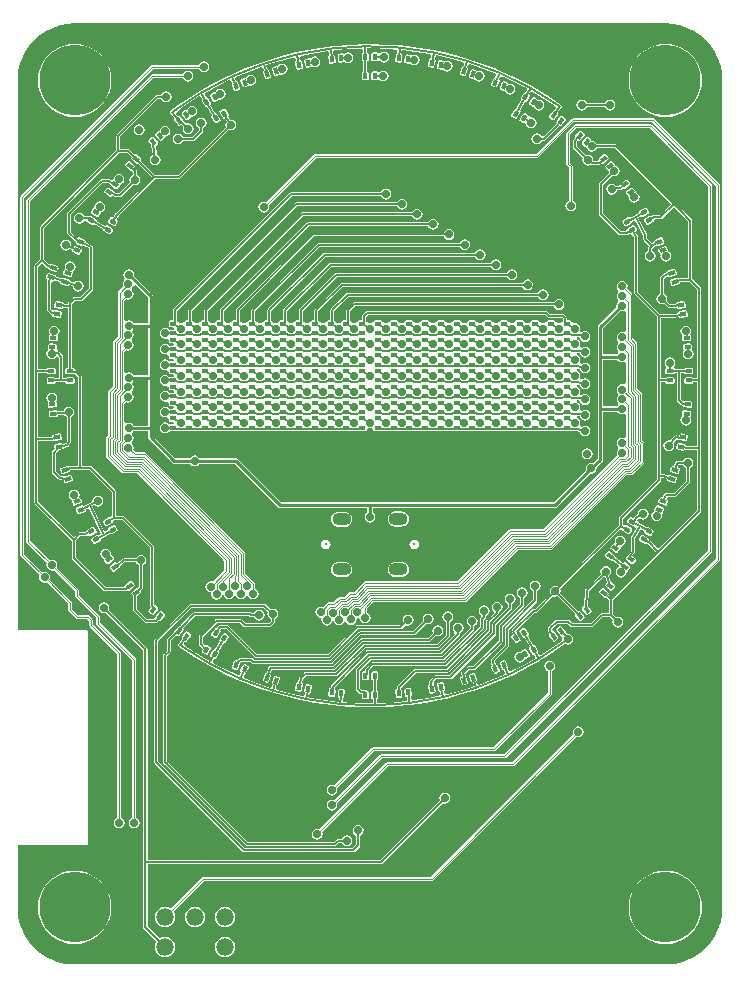
<source format=gbr>
%TF.GenerationSoftware,Altium Limited,Altium Designer,25.4.2 (15)*%
G04 Layer_Physical_Order=1*
G04 Layer_Color=255*
%FSLAX45Y45*%
%MOMM*%
%TF.SameCoordinates,19D022B1-5E63-46E7-B1F0-11DBF932BF25*%
%TF.FilePolarity,Positive*%
%TF.FileFunction,Copper,L1,Top,Signal*%
%TF.Part,Single*%
G01*
G75*
%TA.AperFunction,Conductor*%
%ADD10C,0.12700*%
%ADD11C,0.15240*%
%TA.AperFunction,SMDPad,CuDef*%
G04:AMPARAMS|DCode=12|XSize=0.35mm|YSize=0.55mm|CornerRadius=0.0175mm|HoleSize=0mm|Usage=FLASHONLY|Rotation=324.000|XOffset=0mm|YOffset=0mm|HoleType=Round|Shape=RoundedRectangle|*
%AMROUNDEDRECTD12*
21,1,0.35000,0.51500,0,0,324.0*
21,1,0.31500,0.55000,0,0,324.0*
1,1,0.03500,-0.02393,-0.30090*
1,1,0.03500,-0.27878,-0.11575*
1,1,0.03500,0.02393,0.30090*
1,1,0.03500,0.27878,0.11575*
%
%ADD12ROUNDEDRECTD12*%
G04:AMPARAMS|DCode=13|XSize=0.35mm|YSize=0.55mm|CornerRadius=0.0175mm|HoleSize=0mm|Usage=FLASHONLY|Rotation=330.000|XOffset=0mm|YOffset=0mm|HoleType=Round|Shape=RoundedRectangle|*
%AMROUNDEDRECTD13*
21,1,0.35000,0.51500,0,0,330.0*
21,1,0.31500,0.55000,0,0,330.0*
1,1,0.03500,0.00765,-0.30175*
1,1,0.03500,-0.26515,-0.14425*
1,1,0.03500,-0.00765,0.30175*
1,1,0.03500,0.26515,0.14425*
%
%ADD13ROUNDEDRECTD13*%
G04:AMPARAMS|DCode=14|XSize=0.35mm|YSize=0.55mm|CornerRadius=0.0175mm|HoleSize=0mm|Usage=FLASHONLY|Rotation=42.000|XOffset=0mm|YOffset=0mm|HoleType=Round|Shape=RoundedRectangle|*
%AMROUNDEDRECTD14*
21,1,0.35000,0.51500,0,0,42.0*
21,1,0.31500,0.55000,0,0,42.0*
1,1,0.03500,0.28935,-0.08597*
1,1,0.03500,0.05526,-0.29675*
1,1,0.03500,-0.28935,0.08597*
1,1,0.03500,-0.05526,0.29675*
%
%ADD14ROUNDEDRECTD14*%
G04:AMPARAMS|DCode=15|XSize=0.35mm|YSize=0.55mm|CornerRadius=0.0175mm|HoleSize=0mm|Usage=FLASHONLY|Rotation=48.000|XOffset=0mm|YOffset=0mm|HoleType=Round|Shape=RoundedRectangle|*
%AMROUNDEDRECTD15*
21,1,0.35000,0.51500,0,0,48.0*
21,1,0.31500,0.55000,0,0,48.0*
1,1,0.03500,0.29675,-0.05526*
1,1,0.03500,0.08597,-0.28935*
1,1,0.03500,-0.29675,0.05526*
1,1,0.03500,-0.08597,0.28935*
%
%ADD15ROUNDEDRECTD15*%
G04:AMPARAMS|DCode=16|XSize=0.35mm|YSize=0.55mm|CornerRadius=0.0175mm|HoleSize=0mm|Usage=FLASHONLY|Rotation=126.000|XOffset=0mm|YOffset=0mm|HoleType=Round|Shape=RoundedRectangle|*
%AMROUNDEDRECTD16*
21,1,0.35000,0.51500,0,0,126.0*
21,1,0.31500,0.55000,0,0,126.0*
1,1,0.03500,0.11575,0.27878*
1,1,0.03500,0.30090,0.02393*
1,1,0.03500,-0.11575,-0.27878*
1,1,0.03500,-0.30090,-0.02393*
%
%ADD16ROUNDEDRECTD16*%
G04:AMPARAMS|DCode=17|XSize=0.35mm|YSize=0.55mm|CornerRadius=0.0175mm|HoleSize=0mm|Usage=FLASHONLY|Rotation=132.000|XOffset=0mm|YOffset=0mm|HoleType=Round|Shape=RoundedRectangle|*
%AMROUNDEDRECTD17*
21,1,0.35000,0.51500,0,0,132.0*
21,1,0.31500,0.55000,0,0,132.0*
1,1,0.03500,0.08597,0.28935*
1,1,0.03500,0.29675,0.05526*
1,1,0.03500,-0.08597,-0.28935*
1,1,0.03500,-0.29675,-0.05526*
%
%ADD17ROUNDEDRECTD17*%
G04:AMPARAMS|DCode=18|XSize=0.35mm|YSize=0.55mm|CornerRadius=0.0175mm|HoleSize=0mm|Usage=FLASHONLY|Rotation=138.000|XOffset=0mm|YOffset=0mm|HoleType=Round|Shape=RoundedRectangle|*
%AMROUNDEDRECTD18*
21,1,0.35000,0.51500,0,0,138.0*
21,1,0.31500,0.55000,0,0,138.0*
1,1,0.03500,0.05526,0.29675*
1,1,0.03500,0.28935,0.08597*
1,1,0.03500,-0.05526,-0.29675*
1,1,0.03500,-0.28935,-0.08597*
%
%ADD18ROUNDEDRECTD18*%
G04:AMPARAMS|DCode=19|XSize=0.35mm|YSize=0.55mm|CornerRadius=0.0175mm|HoleSize=0mm|Usage=FLASHONLY|Rotation=270.000|XOffset=0mm|YOffset=0mm|HoleType=Round|Shape=RoundedRectangle|*
%AMROUNDEDRECTD19*
21,1,0.35000,0.51500,0,0,270.0*
21,1,0.31500,0.55000,0,0,270.0*
1,1,0.03500,-0.25750,-0.15750*
1,1,0.03500,-0.25750,0.15750*
1,1,0.03500,0.25750,0.15750*
1,1,0.03500,0.25750,-0.15750*
%
%ADD19ROUNDEDRECTD19*%
G04:AMPARAMS|DCode=20|XSize=0.35mm|YSize=0.55mm|CornerRadius=0.0175mm|HoleSize=0mm|Usage=FLASHONLY|Rotation=342.000|XOffset=0mm|YOffset=0mm|HoleType=Round|Shape=RoundedRectangle|*
%AMROUNDEDRECTD20*
21,1,0.35000,0.51500,0,0,342.0*
21,1,0.31500,0.55000,0,0,342.0*
1,1,0.03500,0.07022,-0.29357*
1,1,0.03500,-0.22936,-0.19623*
1,1,0.03500,-0.07022,0.29357*
1,1,0.03500,0.22936,0.19623*
%
%ADD20ROUNDEDRECTD20*%
G04:AMPARAMS|DCode=21|XSize=0.35mm|YSize=0.55mm|CornerRadius=0.0175mm|HoleSize=0mm|Usage=FLASHONLY|Rotation=234.000|XOffset=0mm|YOffset=0mm|HoleType=Round|Shape=RoundedRectangle|*
%AMROUNDEDRECTD21*
21,1,0.35000,0.51500,0,0,234.0*
21,1,0.31500,0.55000,0,0,234.0*
1,1,0.03500,-0.30090,0.02393*
1,1,0.03500,-0.11575,0.27878*
1,1,0.03500,0.30090,-0.02393*
1,1,0.03500,0.11575,-0.27878*
%
%ADD21ROUNDEDRECTD21*%
G04:AMPARAMS|DCode=22|XSize=0.35mm|YSize=0.55mm|CornerRadius=0.0175mm|HoleSize=0mm|Usage=FLASHONLY|Rotation=240.000|XOffset=0mm|YOffset=0mm|HoleType=Round|Shape=RoundedRectangle|*
%AMROUNDEDRECTD22*
21,1,0.35000,0.51500,0,0,240.0*
21,1,0.31500,0.55000,0,0,240.0*
1,1,0.03500,-0.30175,-0.00765*
1,1,0.03500,-0.14425,0.26515*
1,1,0.03500,0.30175,0.00765*
1,1,0.03500,0.14425,-0.26515*
%
%ADD22ROUNDEDRECTD22*%
G04:AMPARAMS|DCode=23|XSize=0.35mm|YSize=0.55mm|CornerRadius=0.0175mm|HoleSize=0mm|Usage=FLASHONLY|Rotation=246.000|XOffset=0mm|YOffset=0mm|HoleType=Round|Shape=RoundedRectangle|*
%AMROUNDEDRECTD23*
21,1,0.35000,0.51500,0,0,246.0*
21,1,0.31500,0.55000,0,0,246.0*
1,1,0.03500,-0.29930,-0.03915*
1,1,0.03500,-0.17118,0.24862*
1,1,0.03500,0.29930,0.03915*
1,1,0.03500,0.17118,-0.24862*
%
%ADD23ROUNDEDRECTD23*%
G04:AMPARAMS|DCode=24|XSize=0.35mm|YSize=0.55mm|CornerRadius=0.0175mm|HoleSize=0mm|Usage=FLASHONLY|Rotation=120.000|XOffset=0mm|YOffset=0mm|HoleType=Round|Shape=RoundedRectangle|*
%AMROUNDEDRECTD24*
21,1,0.35000,0.51500,0,0,120.0*
21,1,0.31500,0.55000,0,0,120.0*
1,1,0.03500,0.14425,0.26515*
1,1,0.03500,0.30175,-0.00765*
1,1,0.03500,-0.14425,-0.26515*
1,1,0.03500,-0.30175,0.00765*
%
%ADD24ROUNDEDRECTD24*%
G04:AMPARAMS|DCode=25|XSize=0.35mm|YSize=0.55mm|CornerRadius=0.0175mm|HoleSize=0mm|Usage=FLASHONLY|Rotation=114.000|XOffset=0mm|YOffset=0mm|HoleType=Round|Shape=RoundedRectangle|*
%AMROUNDEDRECTD25*
21,1,0.35000,0.51500,0,0,114.0*
21,1,0.31500,0.55000,0,0,114.0*
1,1,0.03500,0.17118,0.24862*
1,1,0.03500,0.29930,-0.03915*
1,1,0.03500,-0.17118,-0.24862*
1,1,0.03500,-0.29930,0.03915*
%
%ADD25ROUNDEDRECTD25*%
G04:AMPARAMS|DCode=26|XSize=0.35mm|YSize=0.55mm|CornerRadius=0.0175mm|HoleSize=0mm|Usage=FLASHONLY|Rotation=120.000|XOffset=0mm|YOffset=0mm|HoleType=Round|Shape=RoundedRectangle|*
%AMROUNDEDRECTD26*
21,1,0.35000,0.51500,0,0,120.0*
21,1,0.31500,0.55000,0,0,120.0*
1,1,0.03500,0.14425,0.26515*
1,1,0.03500,0.30175,-0.00765*
1,1,0.03500,-0.14425,-0.26515*
1,1,0.03500,-0.30175,0.00765*
%
%ADD26ROUNDEDRECTD26*%
G04:AMPARAMS|DCode=27|XSize=0.35mm|YSize=0.55mm|CornerRadius=0.0175mm|HoleSize=0mm|Usage=FLASHONLY|Rotation=252.000|XOffset=0mm|YOffset=0mm|HoleType=Round|Shape=RoundedRectangle|*
%AMROUNDEDRECTD27*
21,1,0.35000,0.51500,0,0,252.0*
21,1,0.31500,0.55000,0,0,252.0*
1,1,0.03500,-0.29357,-0.07022*
1,1,0.03500,-0.19623,0.22936*
1,1,0.03500,0.29357,0.07022*
1,1,0.03500,0.19623,-0.22936*
%
%ADD27ROUNDEDRECTD27*%
G04:AMPARAMS|DCode=28|XSize=0.35mm|YSize=0.55mm|CornerRadius=0.0175mm|HoleSize=0mm|Usage=FLASHONLY|Rotation=252.000|XOffset=0mm|YOffset=0mm|HoleType=Round|Shape=RoundedRectangle|*
%AMROUNDEDRECTD28*
21,1,0.35000,0.51500,0,0,252.0*
21,1,0.31500,0.55000,0,0,252.0*
1,1,0.03500,-0.29357,-0.07022*
1,1,0.03500,-0.19623,0.22936*
1,1,0.03500,0.29357,0.07022*
1,1,0.03500,0.19623,-0.22936*
%
%ADD28ROUNDEDRECTD28*%
G04:AMPARAMS|DCode=29|XSize=0.35mm|YSize=0.55mm|CornerRadius=0.0175mm|HoleSize=0mm|Usage=FLASHONLY|Rotation=258.000|XOffset=0mm|YOffset=0mm|HoleType=Round|Shape=RoundedRectangle|*
%AMROUNDEDRECTD29*
21,1,0.35000,0.51500,0,0,258.0*
21,1,0.31500,0.55000,0,0,258.0*
1,1,0.03500,-0.28462,-0.10052*
1,1,0.03500,-0.21913,0.20760*
1,1,0.03500,0.28462,0.10052*
1,1,0.03500,0.21913,-0.20760*
%
%ADD29ROUNDEDRECTD29*%
G04:AMPARAMS|DCode=30|XSize=0.35mm|YSize=0.55mm|CornerRadius=0.0175mm|HoleSize=0mm|Usage=FLASHONLY|Rotation=108.000|XOffset=0mm|YOffset=0mm|HoleType=Round|Shape=RoundedRectangle|*
%AMROUNDEDRECTD30*
21,1,0.35000,0.51500,0,0,108.0*
21,1,0.31500,0.55000,0,0,108.0*
1,1,0.03500,0.19623,0.22936*
1,1,0.03500,0.29357,-0.07022*
1,1,0.03500,-0.19623,-0.22936*
1,1,0.03500,-0.29357,0.07022*
%
%ADD30ROUNDEDRECTD30*%
G04:AMPARAMS|DCode=31|XSize=0.35mm|YSize=0.55mm|CornerRadius=0.0175mm|HoleSize=0mm|Usage=FLASHONLY|Rotation=96.000|XOffset=0mm|YOffset=0mm|HoleType=Round|Shape=RoundedRectangle|*
%AMROUNDEDRECTD31*
21,1,0.35000,0.51500,0,0,96.0*
21,1,0.31500,0.55000,0,0,96.0*
1,1,0.03500,0.23963,0.18355*
1,1,0.03500,0.27255,-0.12972*
1,1,0.03500,-0.23963,-0.18355*
1,1,0.03500,-0.27255,0.12972*
%
%ADD31ROUNDEDRECTD31*%
G04:AMPARAMS|DCode=32|XSize=0.35mm|YSize=0.55mm|CornerRadius=0.0175mm|HoleSize=0mm|Usage=FLASHONLY|Rotation=102.000|XOffset=0mm|YOffset=0mm|HoleType=Round|Shape=RoundedRectangle|*
%AMROUNDEDRECTD32*
21,1,0.35000,0.51500,0,0,102.0*
21,1,0.31500,0.55000,0,0,102.0*
1,1,0.03500,0.21913,0.20760*
1,1,0.03500,0.28462,-0.10052*
1,1,0.03500,-0.21913,-0.20760*
1,1,0.03500,-0.28462,0.10052*
%
%ADD32ROUNDEDRECTD32*%
G04:AMPARAMS|DCode=33|XSize=0.35mm|YSize=0.55mm|CornerRadius=0.0175mm|HoleSize=0mm|Usage=FLASHONLY|Rotation=264.000|XOffset=0mm|YOffset=0mm|HoleType=Round|Shape=RoundedRectangle|*
%AMROUNDEDRECTD33*
21,1,0.35000,0.51500,0,0,264.0*
21,1,0.31500,0.55000,0,0,264.0*
1,1,0.03500,-0.27255,-0.12972*
1,1,0.03500,-0.23963,0.18355*
1,1,0.03500,0.27255,0.12972*
1,1,0.03500,0.23963,-0.18355*
%
%ADD33ROUNDEDRECTD33*%
G04:AMPARAMS|DCode=34|XSize=0.35mm|YSize=0.55mm|CornerRadius=0.0175mm|HoleSize=0mm|Usage=FLASHONLY|Rotation=36.000|XOffset=0mm|YOffset=0mm|HoleType=Round|Shape=RoundedRectangle|*
%AMROUNDEDRECTD34*
21,1,0.35000,0.51500,0,0,36.0*
21,1,0.31500,0.55000,0,0,36.0*
1,1,0.03500,0.27878,-0.11575*
1,1,0.03500,0.02393,-0.30090*
1,1,0.03500,-0.27878,0.11575*
1,1,0.03500,-0.02393,0.30090*
%
%ADD34ROUNDEDRECTD34*%
G04:AMPARAMS|DCode=35|XSize=0.35mm|YSize=0.55mm|CornerRadius=0.0175mm|HoleSize=0mm|Usage=FLASHONLY|Rotation=30.000|XOffset=0mm|YOffset=0mm|HoleType=Round|Shape=RoundedRectangle|*
%AMROUNDEDRECTD35*
21,1,0.35000,0.51500,0,0,30.0*
21,1,0.31500,0.55000,0,0,30.0*
1,1,0.03500,0.26515,-0.14425*
1,1,0.03500,-0.00765,-0.30175*
1,1,0.03500,-0.26515,0.14425*
1,1,0.03500,0.00765,0.30175*
%
%ADD35ROUNDEDRECTD35*%
G04:AMPARAMS|DCode=36|XSize=0.35mm|YSize=0.55mm|CornerRadius=0.0175mm|HoleSize=0mm|Usage=FLASHONLY|Rotation=24.000|XOffset=0mm|YOffset=0mm|HoleType=Round|Shape=RoundedRectangle|*
%AMROUNDEDRECTD36*
21,1,0.35000,0.51500,0,0,24.0*
21,1,0.31500,0.55000,0,0,24.0*
1,1,0.03500,0.24862,-0.17118*
1,1,0.03500,-0.03915,-0.29930*
1,1,0.03500,-0.24862,0.17118*
1,1,0.03500,0.03915,0.29930*
%
%ADD36ROUNDEDRECTD36*%
G04:AMPARAMS|DCode=37|XSize=0.35mm|YSize=0.55mm|CornerRadius=0.0175mm|HoleSize=0mm|Usage=FLASHONLY|Rotation=18.000|XOffset=0mm|YOffset=0mm|HoleType=Round|Shape=RoundedRectangle|*
%AMROUNDEDRECTD37*
21,1,0.35000,0.51500,0,0,18.0*
21,1,0.31500,0.55000,0,0,18.0*
1,1,0.03500,0.22936,-0.19623*
1,1,0.03500,-0.07022,-0.29357*
1,1,0.03500,-0.22936,0.19623*
1,1,0.03500,0.07022,0.29357*
%
%ADD37ROUNDEDRECTD37*%
G04:AMPARAMS|DCode=38|XSize=0.35mm|YSize=0.55mm|CornerRadius=0.0175mm|HoleSize=0mm|Usage=FLASHONLY|Rotation=12.000|XOffset=0mm|YOffset=0mm|HoleType=Round|Shape=RoundedRectangle|*
%AMROUNDEDRECTD38*
21,1,0.35000,0.51500,0,0,12.0*
21,1,0.31500,0.55000,0,0,12.0*
1,1,0.03500,0.20760,-0.21913*
1,1,0.03500,-0.10052,-0.28462*
1,1,0.03500,-0.20760,0.21913*
1,1,0.03500,0.10052,0.28462*
%
%ADD38ROUNDEDRECTD38*%
G04:AMPARAMS|DCode=39|XSize=0.35mm|YSize=0.55mm|CornerRadius=0.0175mm|HoleSize=0mm|Usage=FLASHONLY|Rotation=6.000|XOffset=0mm|YOffset=0mm|HoleType=Round|Shape=RoundedRectangle|*
%AMROUNDEDRECTD39*
21,1,0.35000,0.51500,0,0,6.0*
21,1,0.31500,0.55000,0,0,6.0*
1,1,0.03500,0.18355,-0.23963*
1,1,0.03500,-0.12972,-0.27255*
1,1,0.03500,-0.18355,0.23963*
1,1,0.03500,0.12972,0.27255*
%
%ADD39ROUNDEDRECTD39*%
G04:AMPARAMS|DCode=40|XSize=0.35mm|YSize=0.55mm|CornerRadius=0.0175mm|HoleSize=0mm|Usage=FLASHONLY|Rotation=0.000|XOffset=0mm|YOffset=0mm|HoleType=Round|Shape=RoundedRectangle|*
%AMROUNDEDRECTD40*
21,1,0.35000,0.51500,0,0,0.0*
21,1,0.31500,0.55000,0,0,0.0*
1,1,0.03500,0.15750,-0.25750*
1,1,0.03500,-0.15750,-0.25750*
1,1,0.03500,-0.15750,0.25750*
1,1,0.03500,0.15750,0.25750*
%
%ADD40ROUNDEDRECTD40*%
G04:AMPARAMS|DCode=41|XSize=0.35mm|YSize=0.55mm|CornerRadius=0.0175mm|HoleSize=0mm|Usage=FLASHONLY|Rotation=354.000|XOffset=0mm|YOffset=0mm|HoleType=Round|Shape=RoundedRectangle|*
%AMROUNDEDRECTD41*
21,1,0.35000,0.51500,0,0,354.0*
21,1,0.31500,0.55000,0,0,354.0*
1,1,0.03500,0.12972,-0.27255*
1,1,0.03500,-0.18355,-0.23963*
1,1,0.03500,-0.12972,0.27255*
1,1,0.03500,0.18355,0.23963*
%
%ADD41ROUNDEDRECTD41*%
G04:AMPARAMS|DCode=42|XSize=0.35mm|YSize=0.55mm|CornerRadius=0.0175mm|HoleSize=0mm|Usage=FLASHONLY|Rotation=348.000|XOffset=0mm|YOffset=0mm|HoleType=Round|Shape=RoundedRectangle|*
%AMROUNDEDRECTD42*
21,1,0.35000,0.51500,0,0,348.0*
21,1,0.31500,0.55000,0,0,348.0*
1,1,0.03500,0.10052,-0.28462*
1,1,0.03500,-0.20760,-0.21913*
1,1,0.03500,-0.10052,0.28462*
1,1,0.03500,0.20760,0.21913*
%
%ADD42ROUNDEDRECTD42*%
G04:AMPARAMS|DCode=43|XSize=0.35mm|YSize=0.55mm|CornerRadius=0.0175mm|HoleSize=0mm|Usage=FLASHONLY|Rotation=336.000|XOffset=0mm|YOffset=0mm|HoleType=Round|Shape=RoundedRectangle|*
%AMROUNDEDRECTD43*
21,1,0.35000,0.51500,0,0,336.0*
21,1,0.31500,0.55000,0,0,336.0*
1,1,0.03500,0.03915,-0.29930*
1,1,0.03500,-0.24862,-0.17118*
1,1,0.03500,-0.03915,0.29930*
1,1,0.03500,0.24862,0.17118*
%
%ADD43ROUNDEDRECTD43*%
%TA.AperFunction,Conductor*%
%ADD44C,0.10160*%
%ADD45C,0.17780*%
%ADD46C,0.25400*%
%ADD47C,0.10159*%
%TA.AperFunction,ComponentPad*%
%ADD48C,0.56000*%
%ADD49C,0.32500*%
%ADD50O,1.60000X1.10000*%
G04:AMPARAMS|DCode=51|XSize=1.5mm|YSize=1.45mm|CornerRadius=0.3625mm|HoleSize=0mm|Usage=FLASHONLY|Rotation=180.000|XOffset=0mm|YOffset=0mm|HoleType=Round|Shape=RoundedRectangle|*
%AMROUNDEDRECTD51*
21,1,1.50000,0.72500,0,0,180.0*
21,1,0.77500,1.45000,0,0,180.0*
1,1,0.72500,-0.38750,0.36250*
1,1,0.72500,0.38750,0.36250*
1,1,0.72500,0.38750,-0.36250*
1,1,0.72500,-0.38750,-0.36250*
%
%ADD51ROUNDEDRECTD51*%
%ADD52O,1.50000X1.45000*%
%TA.AperFunction,WasherPad*%
%ADD53C,6.00000*%
%TA.AperFunction,ViaPad*%
%ADD54C,0.70000*%
%ADD55C,1.50000*%
G36*
X500002Y7983502D02*
X5500002D01*
X5502138Y7984387D01*
X5563243Y7980382D01*
X5625405Y7968018D01*
X5685420Y7947645D01*
X5742263Y7919613D01*
X5794961Y7884401D01*
X5842612Y7842612D01*
X5884401Y7794962D01*
X5919613Y7742264D01*
X5947645Y7685420D01*
X5968017Y7625405D01*
X5980382Y7563243D01*
X5983365Y7517723D01*
X5983504Y7500000D01*
X5983505Y7499997D01*
X5983505Y7482220D01*
X5983506Y500006D01*
X5983504Y500000D01*
X5983504D01*
X5983366Y482277D01*
X5980382Y436757D01*
X5968018Y374595D01*
X5947645Y314580D01*
X5919613Y257737D01*
X5884401Y205039D01*
X5842612Y157388D01*
X5794961Y115599D01*
X5742264Y80387D01*
X5685420Y52355D01*
X5625405Y31983D01*
X5563243Y19618D01*
X5502176Y15616D01*
X5500000Y16517D01*
X500000D01*
X497823Y15615D01*
X436757Y19618D01*
X374595Y31982D01*
X314580Y52355D01*
X257737Y80387D01*
X205039Y115599D01*
X157388Y157388D01*
X115599Y205038D01*
X80387Y257736D01*
X52355Y314580D01*
X31983Y374595D01*
X19618Y436757D01*
X16634Y482277D01*
X16496Y500000D01*
X16495Y500003D01*
X16495Y517780D01*
Y1024483D01*
X600080D01*
X607856Y1027704D01*
X611077Y1035480D01*
Y2835480D01*
X607856Y2843256D01*
X600080Y2846477D01*
X16494D01*
X16493Y7499994D01*
X16496Y7500000D01*
X16496D01*
X16634Y7517723D01*
X19618Y7563243D01*
X31982Y7625405D01*
X52355Y7685420D01*
X80387Y7742263D01*
X115599Y7794961D01*
X157388Y7842612D01*
X205038Y7884401D01*
X257736Y7919613D01*
X314580Y7947645D01*
X374595Y7968017D01*
X436757Y7980382D01*
X497866Y7984387D01*
X500002Y7983502D01*
D02*
G37*
%LPC*%
G36*
X3000003Y7808885D02*
X2960181Y7807768D01*
X2959823Y7807839D01*
X2959345Y7807744D01*
X2842508Y7804466D01*
X2685508Y7791223D01*
X2529498Y7769198D01*
X2374968Y7738461D01*
X2374357Y7738303D01*
X2222404Y7699106D01*
X2072287Y7651260D01*
X1925090Y7595071D01*
X1821307Y7548632D01*
X1820823Y7548536D01*
X1820277Y7548171D01*
X1781274Y7530718D01*
X1641293Y7458402D01*
X1563947Y7412777D01*
X1563545Y7412697D01*
X1561536Y7411355D01*
X1505587Y7378351D01*
X1374582Y7290817D01*
X1316796Y7247328D01*
X1316770Y7247332D01*
X1316769Y7247331D01*
X1314625Y7245899D01*
X1310697Y7240019D01*
X1310696Y7240017D01*
X1309316Y7233082D01*
X1309315Y7233080D01*
X1309413Y7232591D01*
X1309413Y7232591D01*
X1309414Y7232587D01*
X1310696Y7226143D01*
X1314626Y7220261D01*
X1317286Y7218484D01*
X1344420Y7181621D01*
X1340011Y7174426D01*
X1342314Y7164832D01*
X1372585Y7123168D01*
X1380997Y7118013D01*
X1390591Y7120316D01*
X1401509Y7128248D01*
X1419235Y7110522D01*
X1418789Y7109854D01*
X1415284Y7092234D01*
X1418789Y7074613D01*
X1428770Y7059675D01*
X1443708Y7049694D01*
X1461328Y7046189D01*
X1478949Y7049694D01*
X1493887Y7059675D01*
X1503868Y7074613D01*
X1507373Y7092234D01*
X1503868Y7109854D01*
X1493887Y7124792D01*
X1478949Y7134774D01*
X1461328Y7138279D01*
X1443708Y7134774D01*
X1443041Y7134328D01*
X1414667Y7162701D01*
X1388656Y7198502D01*
X1380244Y7203657D01*
X1371541Y7201568D01*
X1359689Y7217669D01*
X1362363Y7235247D01*
X1425206Y7281488D01*
X1554132Y7364845D01*
X1571417Y7360679D01*
X1581678Y7342919D01*
X1576392Y7336030D01*
X1577680Y7326248D01*
X1603430Y7281648D01*
X1611257Y7275642D01*
X1619877Y7276776D01*
X1661685Y7204364D01*
X1656392Y7197466D01*
X1657680Y7187684D01*
X1683430Y7143085D01*
X1691257Y7137078D01*
X1701040Y7138366D01*
X1728319Y7154116D01*
X1734325Y7161944D01*
X1733038Y7171726D01*
X1707288Y7216325D01*
X1699460Y7222332D01*
X1690841Y7221197D01*
X1649033Y7293610D01*
X1654325Y7300507D01*
X1653038Y7310289D01*
X1627288Y7354889D01*
X1619460Y7360895D01*
X1610830Y7359759D01*
X1600581Y7377500D01*
X1605267Y7394651D01*
X1711691Y7454674D01*
X1808940Y7502025D01*
X1825683Y7496043D01*
X1834002Y7477973D01*
X1828373Y7472041D01*
X1828631Y7462178D01*
X1849578Y7415131D01*
X1856735Y7408339D01*
X1866598Y7408597D01*
X1895374Y7421409D01*
X1902166Y7428566D01*
X1901908Y7438429D01*
X1880961Y7485477D01*
X1873804Y7492268D01*
X1864595Y7492027D01*
X1855605Y7511556D01*
X1866722Y7529834D01*
X2016962Y7592066D01*
X2076807Y7612717D01*
X2092790Y7604928D01*
X2099256Y7586146D01*
X2093191Y7580967D01*
X2092417Y7571130D01*
X2108331Y7522151D01*
X2114739Y7514649D01*
X2124575Y7513875D01*
X2154533Y7523609D01*
X2162035Y7530016D01*
X2162809Y7539852D01*
X2146895Y7588831D01*
X2140487Y7596334D01*
X2131100Y7597073D01*
X2120521Y7627802D01*
X2175261Y7646691D01*
X2336569Y7691659D01*
X2366490Y7698082D01*
X2374215Y7665927D01*
X2367942Y7661615D01*
X2366144Y7651914D01*
X2376852Y7601540D01*
X2382440Y7593408D01*
X2392142Y7591610D01*
X2422953Y7598160D01*
X2431084Y7603748D01*
X2432882Y7613449D01*
X2422174Y7663824D01*
X2416586Y7671955D01*
X2406963Y7673739D01*
X2402390Y7692774D01*
X2411862Y7707822D01*
X2500298Y7726806D01*
X2640175Y7748094D01*
X2654324Y7737327D01*
X2656752Y7716975D01*
X2649619Y7713102D01*
X2646816Y7703642D01*
X2652199Y7652424D01*
X2656907Y7643753D01*
X2666368Y7640951D01*
X2697695Y7644244D01*
X2706366Y7648952D01*
X2709168Y7658412D01*
X2703785Y7709629D01*
X2699077Y7718300D01*
X2690185Y7720934D01*
X2687768Y7741194D01*
X2698958Y7755011D01*
X2832621Y7767157D01*
X2930279Y7770108D01*
X2943053Y7757739D01*
X2943091Y7738161D01*
X2935135Y7734865D01*
X2931359Y7725750D01*
Y7674250D01*
X2935135Y7665135D01*
X2943167Y7661808D01*
X2943167Y7578192D01*
X2935134Y7574865D01*
X2931358Y7565749D01*
Y7514250D01*
X2935134Y7505134D01*
X2944250Y7501359D01*
X2975749D01*
X2984865Y7505134D01*
X2988640Y7514250D01*
Y7565749D01*
X2984865Y7574865D01*
X2976834Y7578191D01*
X2976834Y7661808D01*
X2984866Y7665135D01*
X2988641Y7674250D01*
Y7725750D01*
X2984866Y7734865D01*
X2976758Y7738224D01*
X2976692Y7771510D01*
X3000003Y7772215D01*
X3167386Y7767157D01*
X3231753Y7761308D01*
X3228959Y7728914D01*
X3221361Y7726664D01*
X3216653Y7717993D01*
X3211270Y7666775D01*
X3214072Y7657315D01*
X3222743Y7652607D01*
X3254070Y7649315D01*
X3263530Y7652117D01*
X3268238Y7660788D01*
X3273621Y7712005D01*
X3270819Y7721465D01*
X3262498Y7725984D01*
X3264199Y7745706D01*
X3277831Y7757121D01*
X3334157Y7752002D01*
X3499709Y7726806D01*
X3509254Y7724757D01*
X3518806Y7709760D01*
X3514348Y7690289D01*
X3505163Y7688587D01*
X3499575Y7680456D01*
X3488867Y7630082D01*
X3490665Y7620380D01*
X3498796Y7614792D01*
X3529608Y7608243D01*
X3539309Y7610041D01*
X3544897Y7618172D01*
X3555605Y7668546D01*
X3553807Y7678248D01*
X3547173Y7682807D01*
X3554551Y7715033D01*
X3663438Y7691659D01*
X3789686Y7656465D01*
X3798114Y7640809D01*
X3791976Y7621729D01*
X3783430Y7621056D01*
X3777022Y7613554D01*
X3761108Y7564575D01*
X3761882Y7554739D01*
X3769385Y7548331D01*
X3799343Y7538597D01*
X3809179Y7539371D01*
X3815587Y7546874D01*
X3831501Y7595853D01*
X3830727Y7605689D01*
X3824024Y7611414D01*
X3830419Y7631294D01*
X3846322Y7639246D01*
X3983044Y7592066D01*
X4062196Y7559280D01*
X4068916Y7542819D01*
X4061148Y7524597D01*
X4053112Y7524807D01*
X4045955Y7518015D01*
X4025009Y7470968D01*
X4024750Y7461105D01*
X4031542Y7453948D01*
X4060318Y7441136D01*
X4070182Y7440878D01*
X4077339Y7447670D01*
X4098285Y7494717D01*
X4098543Y7504580D01*
X4092105Y7511364D01*
X4104978Y7541559D01*
X4137756Y7527982D01*
X4288316Y7454674D01*
X4326508Y7433134D01*
X4330968Y7415923D01*
X4320969Y7399617D01*
X4311257Y7400896D01*
X4303429Y7394889D01*
X4277680Y7350289D01*
X4276392Y7340507D01*
X4281685Y7333609D01*
X4239878Y7261197D01*
X4231257Y7262332D01*
X4223430Y7256326D01*
X4197680Y7211726D01*
X4196392Y7201944D01*
X4202399Y7194116D01*
X4229678Y7178366D01*
X4239460Y7177079D01*
X4247288Y7183085D01*
X4273038Y7227685D01*
X4274325Y7237467D01*
X4269034Y7244363D01*
X4310842Y7316777D01*
X4319460Y7315642D01*
X4327288Y7321648D01*
X4353037Y7366248D01*
X4354325Y7376030D01*
X4349696Y7382062D01*
X4367008Y7410292D01*
X4434175Y7372409D01*
X4567516Y7286198D01*
X4574252Y7264888D01*
X4562908Y7248789D01*
X4555037Y7250679D01*
X4546624Y7245523D01*
X4516353Y7203859D01*
X4514050Y7194266D01*
X4519206Y7185853D01*
X4544689Y7167338D01*
X4554283Y7165034D01*
X4562696Y7170190D01*
X4592966Y7211854D01*
X4595270Y7221448D01*
X4590412Y7229374D01*
X4616770Y7266782D01*
X4619147Y7268370D01*
X4623077Y7274251D01*
X4624457Y7281189D01*
X4623077Y7288126D01*
X4623070Y7288136D01*
X4619147Y7294008D01*
X4617049Y7296414D01*
X4617048Y7296413D01*
X4494420Y7378351D01*
X4371333Y7450959D01*
X4358714Y7458402D01*
X4218733Y7530718D01*
X4103970Y7582071D01*
D01*
X4087824Y7589296D01*
X4074917Y7595071D01*
X3927719Y7651260D01*
X3831240Y7682010D01*
X3830713Y7682363D01*
X3829175Y7682669D01*
X3777603Y7699106D01*
X3625039Y7738461D01*
X3545720Y7754238D01*
X3470509Y7769198D01*
X3314499Y7791223D01*
X3252254Y7796474D01*
X3250154Y7796891D01*
X3249305Y7796723D01*
X3157499Y7804466D01*
X3000003Y7808885D01*
D02*
G37*
G36*
X3117773Y7743474D02*
X3100152Y7739970D01*
X3085214Y7729988D01*
X3085067Y7729769D01*
X3065716Y7732811D01*
X3064865Y7734864D01*
X3055750Y7738640D01*
X3024250D01*
X3015134Y7734864D01*
X3011359Y7725749D01*
Y7674249D01*
X3015134Y7665134D01*
X3024250Y7661358D01*
X3055750D01*
X3064865Y7665134D01*
X3084466Y7665992D01*
X3085214Y7664871D01*
X3100152Y7654890D01*
X3117773Y7651385D01*
X3135393Y7654890D01*
X3150331Y7664871D01*
X3160312Y7679809D01*
X3163817Y7697430D01*
X3160312Y7715050D01*
X3150331Y7729988D01*
X3135393Y7739970D01*
X3117773Y7743474D01*
D02*
G37*
G36*
X2811658Y7739467D02*
X2794037Y7735962D01*
X2793611Y7735678D01*
X2778639Y7726665D01*
X2769179Y7729467D01*
X2737852Y7726174D01*
X2729181Y7721466D01*
X2726379Y7712006D01*
X2731762Y7660789D01*
X2736470Y7652118D01*
X2745930Y7649315D01*
X2777257Y7652608D01*
X2785090Y7656861D01*
X2794037Y7650883D01*
X2811658Y7647378D01*
X2829278Y7650883D01*
X2844216Y7660864D01*
X2854197Y7675802D01*
X2857702Y7693423D01*
X2854197Y7711043D01*
X2844216Y7725981D01*
X2829278Y7735962D01*
X2811658Y7739467D01*
D02*
G37*
G36*
X2531150Y7705025D02*
X2513530Y7701520D01*
X2498592Y7691539D01*
X2496628Y7688600D01*
X2494837Y7688588D01*
X2485135Y7690386D01*
X2454324Y7683837D01*
X2446193Y7678249D01*
X2444395Y7668548D01*
X2455103Y7618173D01*
X2460691Y7610042D01*
X2470392Y7608244D01*
X2501204Y7614793D01*
X2508496Y7619805D01*
X2513530Y7616441D01*
X2531150Y7612936D01*
X2548771Y7616441D01*
X2563709Y7626422D01*
X2573690Y7641360D01*
X2577195Y7658981D01*
X2573690Y7676601D01*
X2563709Y7691539D01*
X2548771Y7701520D01*
X2531150Y7705025D01*
D02*
G37*
G36*
X3310384Y7721103D02*
X3300923Y7718301D01*
X3296215Y7709629D01*
X3290832Y7658412D01*
X3293635Y7648952D01*
X3302306Y7644244D01*
X3333632Y7640951D01*
X3341746Y7643355D01*
X3343209Y7641165D01*
X3358147Y7631184D01*
X3375767Y7627679D01*
X3393388Y7631184D01*
X3408326Y7641165D01*
X3418307Y7656103D01*
X3421812Y7673723D01*
X3418307Y7691344D01*
X3408326Y7706282D01*
X3393388Y7716263D01*
X3375767Y7719768D01*
X3358147Y7716263D01*
X3352351Y7712390D01*
X3350381Y7713102D01*
X3341711Y7717810D01*
X3310384Y7721103D01*
D02*
G37*
G36*
X2255779Y7641451D02*
X2238159Y7637946D01*
X2223221Y7627965D01*
X2218688Y7621181D01*
X2216570Y7621056D01*
X2206734Y7621830D01*
X2176776Y7612096D01*
X2169273Y7605688D01*
X2168499Y7595852D01*
X2184413Y7546873D01*
X2190821Y7539370D01*
X2200658Y7538597D01*
X2230615Y7548330D01*
X2236906Y7553703D01*
X2238159Y7552867D01*
X2255779Y7549362D01*
X2273400Y7552867D01*
X2288338Y7562848D01*
X2298319Y7577786D01*
X2301824Y7595406D01*
X2298319Y7613027D01*
X2288338Y7627965D01*
X2273400Y7637946D01*
X2255779Y7641451D01*
D02*
G37*
G36*
X3110793Y7583627D02*
X3093173Y7580122D01*
X3084370Y7574240D01*
X3064866Y7574865D01*
X3055751Y7578641D01*
X3024251D01*
X3015135Y7574865D01*
X3011360Y7565750D01*
Y7514250D01*
X3015135Y7505135D01*
X3024251Y7501359D01*
X3055751D01*
X3064866Y7505135D01*
X3082801Y7501973D01*
X3093173Y7495043D01*
X3110793Y7491538D01*
X3128414Y7495043D01*
X3143352Y7505024D01*
X3153333Y7519962D01*
X3156838Y7537582D01*
X3153333Y7555203D01*
X3143352Y7570141D01*
X3128414Y7580122D01*
X3110793Y7583627D01*
D02*
G37*
G36*
X3593116Y7673754D02*
X3583414Y7671956D01*
X3577826Y7663824D01*
X3567119Y7613450D01*
X3568916Y7603749D01*
X3577048Y7598160D01*
X3607859Y7591611D01*
X3616624Y7593236D01*
X3620631Y7587240D01*
X3635569Y7577258D01*
X3653189Y7573753D01*
X3670810Y7577258D01*
X3685748Y7587240D01*
X3695729Y7602178D01*
X3699234Y7619798D01*
X3695729Y7637419D01*
X3685748Y7652357D01*
X3670810Y7662338D01*
X3653189Y7665843D01*
X3635569Y7662338D01*
X3635529Y7662311D01*
X3632058Y7661616D01*
X3623927Y7667205D01*
X3593116Y7673754D01*
D02*
G37*
G36*
X1592067Y7663234D02*
X1574447Y7659729D01*
X1559509Y7649747D01*
X1549528Y7634809D01*
X1549304Y7633685D01*
X1156618D01*
X1144954Y7628853D01*
X40968Y6524868D01*
X36136Y6513203D01*
Y3486499D01*
X40968Y3474835D01*
X202228Y3313574D01*
X201591Y3312621D01*
X198086Y3295000D01*
X201591Y3277380D01*
X211572Y3262442D01*
X226510Y3252460D01*
X244131Y3248955D01*
X261751Y3252460D01*
X262705Y3253098D01*
X446656Y3069146D01*
Y3015788D01*
X451488Y3004124D01*
X506747Y2948865D01*
X518411Y2944033D01*
X602432D01*
X622199Y2924266D01*
Y2888642D01*
X627030Y2876978D01*
X859584Y2644424D01*
Y1257763D01*
X858460Y1257540D01*
X843522Y1247558D01*
X833540Y1232620D01*
X830035Y1215000D01*
X833540Y1197379D01*
X843522Y1182441D01*
X858460Y1172460D01*
X876080Y1168955D01*
X893701Y1172460D01*
X908639Y1182441D01*
X918620Y1197379D01*
X922125Y1215000D01*
X918620Y1232620D01*
X908639Y1247558D01*
X893701Y1257540D01*
X892576Y1257763D01*
Y2651257D01*
X887744Y2662921D01*
X655190Y2895475D01*
Y2931099D01*
X650359Y2942763D01*
X620928Y2972193D01*
X609264Y2977025D01*
X525244D01*
X479648Y3022620D01*
Y3075979D01*
X474816Y3087643D01*
X286033Y3276426D01*
X286670Y3277380D01*
X290175Y3295000D01*
X286670Y3312621D01*
X276689Y3327558D01*
X261751Y3337540D01*
X244131Y3341045D01*
X226510Y3337540D01*
X225557Y3336902D01*
X69128Y3493331D01*
Y6506371D01*
X1163450Y7600693D01*
X1549304D01*
X1549528Y7599568D01*
X1559509Y7584630D01*
X1574447Y7574649D01*
X1592067Y7571144D01*
X1609688Y7574649D01*
X1624626Y7584630D01*
X1634607Y7599568D01*
X1638112Y7617189D01*
X1634607Y7634809D01*
X1624626Y7649747D01*
X1609688Y7659729D01*
X1592067Y7663234D01*
D02*
G37*
G36*
X3869349Y7597108D02*
X3859513Y7596334D01*
X3853105Y7588831D01*
X3837191Y7539852D01*
X3837965Y7530016D01*
X3845468Y7523609D01*
X3875425Y7513875D01*
X3884243Y7514568D01*
X3890896Y7504611D01*
X3905834Y7494630D01*
X3923454Y7491125D01*
X3941075Y7494630D01*
X3956013Y7504611D01*
X3965994Y7519549D01*
X3969499Y7537170D01*
X3965994Y7554790D01*
X3956013Y7569728D01*
X3941075Y7579709D01*
X3923454Y7583214D01*
X3907922Y7580125D01*
X3906810Y7580967D01*
X3899307Y7587374D01*
X3869349Y7597108D01*
D02*
G37*
G36*
X1456858Y7581620D02*
X1439237Y7578115D01*
X1424299Y7568134D01*
X1414318Y7553196D01*
X1414094Y7552072D01*
X1155576D01*
X1143911Y7547240D01*
X95515Y6498843D01*
X90683Y6487179D01*
Y3594058D01*
X95515Y3582394D01*
X264334Y3413574D01*
X263697Y3412621D01*
X260192Y3395000D01*
X263697Y3377380D01*
X273678Y3362442D01*
X288616Y3352460D01*
X306237Y3348955D01*
X323857Y3352460D01*
X324811Y3353098D01*
X501915Y3175993D01*
Y3137560D01*
X506747Y3125896D01*
X682344Y2950298D01*
Y2901745D01*
X687176Y2890081D01*
X986584Y2590672D01*
Y1257763D01*
X985460Y1257540D01*
X970522Y1247558D01*
X960540Y1232620D01*
X957035Y1215000D01*
X960540Y1197379D01*
X970522Y1182441D01*
X985460Y1172460D01*
X1003080Y1168955D01*
X1020701Y1172460D01*
X1035639Y1182441D01*
X1045620Y1197379D01*
X1049125Y1215000D01*
X1045620Y1232620D01*
X1035639Y1247558D01*
X1020701Y1257540D01*
X1019576Y1257763D01*
Y2597505D01*
X1014744Y2609170D01*
X715336Y2908578D01*
Y2957131D01*
X710504Y2968795D01*
X534907Y3144393D01*
Y3182826D01*
X530075Y3194490D01*
X348139Y3376426D01*
X348777Y3377380D01*
X352281Y3395000D01*
X348777Y3412621D01*
X338795Y3427559D01*
X323857Y3437540D01*
X306237Y3441045D01*
X288616Y3437540D01*
X287663Y3436902D01*
X123675Y3600890D01*
Y6480347D01*
X1162408Y7519080D01*
X1414094D01*
X1414318Y7517955D01*
X1424299Y7503017D01*
X1439237Y7493036D01*
X1456858Y7489531D01*
X1474478Y7493036D01*
X1489416Y7503017D01*
X1499398Y7517955D01*
X1502903Y7535576D01*
X1499398Y7553196D01*
X1489416Y7568134D01*
X1474478Y7578115D01*
X1456858Y7581620D01*
D02*
G37*
G36*
X1988562Y7549441D02*
X1970942Y7545936D01*
X1956004Y7535954D01*
X1948689Y7525007D01*
X1946888Y7524806D01*
X1937025Y7524547D01*
X1908248Y7511735D01*
X1901457Y7504578D01*
X1901715Y7494715D01*
X1922662Y7447668D01*
X1929819Y7440876D01*
X1939682Y7441135D01*
X1968458Y7453947D01*
X1974368Y7460175D01*
X1988562Y7457351D01*
X2006183Y7460856D01*
X2021121Y7470837D01*
X2031102Y7485775D01*
X2034607Y7503396D01*
X2031102Y7521016D01*
X2021121Y7535954D01*
X2006183Y7545936D01*
X1988562Y7549441D01*
D02*
G37*
G36*
X4126196Y7492267D02*
X4119039Y7485475D01*
X4098093Y7438428D01*
X4097834Y7428565D01*
X4104626Y7421408D01*
X4133402Y7408596D01*
X4141557Y7408382D01*
X4151044Y7394185D01*
X4165982Y7384204D01*
X4183602Y7380699D01*
X4201222Y7384204D01*
X4216160Y7394185D01*
X4226142Y7409123D01*
X4229647Y7426744D01*
X4226142Y7444364D01*
X4216160Y7459302D01*
X4201222Y7469283D01*
X4183602Y7472788D01*
X4173195Y7470718D01*
X4171627Y7472039D01*
X4164836Y7479196D01*
X4136060Y7492008D01*
X4126196Y7492267D01*
D02*
G37*
G36*
X1732427Y7430003D02*
X1714807Y7426498D01*
X1699869Y7416517D01*
X1698964Y7415162D01*
X1688743Y7400895D01*
X1678961Y7399607D01*
X1651681Y7383857D01*
X1645675Y7376029D01*
X1646963Y7366247D01*
X1672713Y7321648D01*
X1680540Y7315641D01*
X1690323Y7316929D01*
X1717602Y7332679D01*
X1723050Y7339779D01*
X1732427Y7337913D01*
X1750048Y7341418D01*
X1764986Y7351400D01*
X1774967Y7366338D01*
X1778472Y7383958D01*
X1774967Y7401579D01*
X1764986Y7416517D01*
X1750048Y7426498D01*
X1732427Y7430003D01*
D02*
G37*
G36*
X1274953Y7407234D02*
X1257333Y7403729D01*
X1242395Y7393748D01*
X1232414Y7378810D01*
X1232257Y7378023D01*
X1198184D01*
X1191742Y7376741D01*
X1186281Y7373092D01*
X858097Y7044908D01*
X854448Y7039447D01*
X853167Y7033005D01*
Y6909473D01*
X210597Y6266903D01*
X206948Y6261442D01*
X205667Y6255000D01*
Y5984662D01*
X163097Y5942092D01*
X159448Y5936631D01*
X158167Y5930189D01*
Y5040000D01*
Y4467223D01*
Y3926385D01*
X159448Y3919943D01*
X163097Y3914482D01*
X475667Y3601912D01*
Y3457500D01*
X476948Y3451058D01*
X480597Y3445597D01*
X744588Y3181606D01*
X750049Y3177957D01*
X756491Y3176675D01*
X930147D01*
X932509Y3177145D01*
X934909Y3177363D01*
X935707Y3177781D01*
X936589Y3177957D01*
X938591Y3179295D01*
X940726Y3180414D01*
X947923Y3186229D01*
X948567Y3185513D01*
X957473Y3181265D01*
X966773Y3184559D01*
X1005045Y3219019D01*
X1009292Y3227924D01*
X1005999Y3237225D01*
X984922Y3260634D01*
X976016Y3264881D01*
X966716Y3261588D01*
X928444Y3227128D01*
X924196Y3218223D01*
X908125Y3210342D01*
X763464D01*
X509333Y3464473D01*
Y3601912D01*
X547002Y3639581D01*
X589487D01*
X590342Y3639751D01*
X591211Y3639670D01*
X593539Y3640387D01*
X595928Y3640863D01*
X596654Y3641348D01*
X597488Y3641605D01*
X616142Y3651683D01*
X616142Y3651681D01*
X623970Y3645675D01*
X633752Y3646962D01*
X678352Y3672712D01*
X684358Y3680540D01*
X683071Y3690322D01*
X667321Y3717602D01*
X659493Y3723608D01*
X649711Y3722320D01*
X605111Y3696570D01*
X599105Y3688743D01*
X600088Y3681275D01*
X585230Y3673248D01*
X540030D01*
X533588Y3671967D01*
X528127Y3668318D01*
X492500Y3632691D01*
X191833Y3933357D01*
Y4450390D01*
X298683D01*
X300339Y4450719D01*
X302027Y4450725D01*
X316606Y4453680D01*
X321752Y4446193D01*
X331453Y4444395D01*
X381828Y4455103D01*
X389959Y4460691D01*
X391757Y4470393D01*
X385208Y4501204D01*
X379619Y4509335D01*
X369918Y4511133D01*
X319544Y4500426D01*
X311412Y4494837D01*
X309899Y4486673D01*
X296994Y4484057D01*
X191833D01*
Y5023166D01*
X261808D01*
X265135Y5015134D01*
X274251Y5011359D01*
X325750D01*
X334866Y5015134D01*
X338641Y5024250D01*
Y5055750D01*
X334866Y5064865D01*
X325750Y5068641D01*
X274251D01*
X265135Y5064865D01*
X261808Y5056833D01*
X191833D01*
Y5923217D01*
X222500Y5953883D01*
X261006Y5915377D01*
X261624Y5914964D01*
X262090Y5914384D01*
X264338Y5913151D01*
X266467Y5911728D01*
X267197Y5911583D01*
X267849Y5911225D01*
X279633Y5907512D01*
X280286Y5899209D01*
X287789Y5892801D01*
X336768Y5876887D01*
X346604Y5877661D01*
X353011Y5885163D01*
X362745Y5915121D01*
X361971Y5924957D01*
X354469Y5931365D01*
X305490Y5947279D01*
X295654Y5946506D01*
X275411Y5948584D01*
X239333Y5984662D01*
Y6248027D01*
X876973Y6885667D01*
X947180D01*
X981635Y6851212D01*
X981020Y6850530D01*
X977727Y6841229D01*
X981974Y6832324D01*
X1020246Y6797864D01*
X1029546Y6794570D01*
X1036139Y6797715D01*
X1151546Y6682307D01*
X845883Y6376644D01*
X844817Y6375049D01*
X843504Y6373650D01*
X820877Y6337378D01*
X812316Y6342321D01*
X802534Y6343609D01*
X794706Y6337602D01*
X778956Y6310323D01*
X777668Y6300541D01*
X783675Y6292713D01*
X828275Y6266963D01*
X838057Y6265675D01*
X845885Y6271682D01*
X861634Y6298961D01*
X862922Y6308743D01*
X856916Y6316571D01*
X854246Y6327262D01*
X871049Y6354198D01*
X1182325Y6665474D01*
X1381483D01*
X1387925Y6666755D01*
X1393386Y6670404D01*
X1803636Y7080654D01*
X1804303Y7080208D01*
X1821923Y7076703D01*
X1839544Y7080208D01*
X1854482Y7090189D01*
X1864463Y7105127D01*
X1867968Y7122748D01*
X1864463Y7140368D01*
X1854482Y7155306D01*
X1839544Y7165287D01*
X1821923Y7168792D01*
X1815076Y7167430D01*
X1798567Y7195373D01*
X1803608Y7201942D01*
X1802320Y7211724D01*
X1776570Y7256324D01*
X1768743Y7262331D01*
X1758961Y7261043D01*
X1731681Y7245293D01*
X1725675Y7237465D01*
X1726963Y7227683D01*
X1752712Y7183083D01*
X1760540Y7177077D01*
X1769571Y7178266D01*
X1786059Y7150359D01*
X1779384Y7140368D01*
X1775879Y7122748D01*
X1779384Y7105127D01*
X1779830Y7104460D01*
X1374510Y6699141D01*
X1182325D01*
X1059391Y6822074D01*
X1059529Y6822227D01*
X1062823Y6831527D01*
X1058575Y6840433D01*
X1020303Y6874893D01*
X1011003Y6878186D01*
X1005092Y6875367D01*
X966056Y6914403D01*
X960595Y6918052D01*
X954153Y6919333D01*
X886833D01*
Y7026033D01*
X1205157Y7344356D01*
X1232257D01*
X1232414Y7343569D01*
X1242395Y7328631D01*
X1257333Y7318650D01*
X1274953Y7315145D01*
X1292574Y7318650D01*
X1307512Y7328631D01*
X1317493Y7343569D01*
X1320998Y7361189D01*
X1317493Y7378810D01*
X1307512Y7393748D01*
X1292574Y7403729D01*
X1274953Y7407234D01*
D02*
G37*
G36*
X5030000Y7336045D02*
X5012380Y7332540D01*
X4997442Y7322558D01*
X4987460Y7307620D01*
X4987304Y7306833D01*
X4835197D01*
X4835041Y7307620D01*
X4825059Y7322558D01*
X4810121Y7332540D01*
X4792501Y7336045D01*
X4774880Y7332540D01*
X4759942Y7322558D01*
X4749961Y7307620D01*
X4746456Y7290000D01*
X4749961Y7272379D01*
X4759942Y7257441D01*
X4774880Y7247460D01*
X4792501Y7243955D01*
X4810121Y7247460D01*
X4825059Y7257441D01*
X4835041Y7272379D01*
X4835197Y7273167D01*
X4987304D01*
X4987460Y7272379D01*
X4997442Y7257441D01*
X5012380Y7247460D01*
X5030000Y7243955D01*
X5047621Y7247460D01*
X5062559Y7257441D01*
X5072540Y7272379D01*
X5076045Y7290000D01*
X5072540Y7307620D01*
X5062559Y7322558D01*
X5047621Y7332540D01*
X5030000Y7336045D01*
D02*
G37*
G36*
X4380541Y7360895D02*
X4372713Y7354889D01*
X4346963Y7310289D01*
X4345675Y7300507D01*
X4351682Y7292679D01*
X4378961Y7276929D01*
X4387507Y7275804D01*
X4388242Y7272109D01*
X4398223Y7257171D01*
X4413161Y7247190D01*
X4430782Y7243685D01*
X4448402Y7247190D01*
X4463340Y7257171D01*
X4473322Y7272109D01*
X4476826Y7289729D01*
X4473322Y7307350D01*
X4463340Y7322288D01*
X4448402Y7332269D01*
X4430782Y7335774D01*
X4425090Y7334642D01*
X4423609Y7336030D01*
X4417602Y7343858D01*
X4390323Y7359607D01*
X4380541Y7360895D01*
D02*
G37*
G36*
X1490179Y7284446D02*
X1472559Y7280941D01*
X1457621Y7270960D01*
X1447640Y7256022D01*
X1446731Y7251452D01*
X1444963Y7250678D01*
X1435369Y7248375D01*
X1409885Y7229860D01*
X1404730Y7221447D01*
X1407033Y7211853D01*
X1437304Y7170189D01*
X1445717Y7165034D01*
X1455311Y7167337D01*
X1480794Y7185852D01*
X1485367Y7193314D01*
X1490179Y7192356D01*
X1507800Y7195861D01*
X1522738Y7205843D01*
X1532719Y7220781D01*
X1536224Y7238401D01*
X1532719Y7256022D01*
X1522738Y7270960D01*
X1507800Y7280941D01*
X1490179Y7284446D01*
D02*
G37*
G36*
X5500000Y7811119D02*
X5451330Y7807289D01*
X5403859Y7795892D01*
X5358755Y7777209D01*
X5317129Y7751701D01*
X5280005Y7719994D01*
X5248299Y7682871D01*
X5222791Y7641245D01*
X5204108Y7596141D01*
X5192711Y7548670D01*
X5188881Y7500000D01*
X5192711Y7451330D01*
X5204108Y7403859D01*
X5222791Y7358755D01*
X5248299Y7317129D01*
X5280005Y7280006D01*
X5317129Y7248299D01*
X5358755Y7222791D01*
X5403859Y7204108D01*
X5451330Y7192711D01*
X5500000Y7188881D01*
X5548670Y7192711D01*
X5596141Y7204108D01*
X5641245Y7222791D01*
X5682871Y7248299D01*
X5719994Y7280006D01*
X5751700Y7317129D01*
X5777209Y7358755D01*
X5795892Y7403859D01*
X5807289Y7451330D01*
X5811119Y7500000D01*
X5807289Y7548670D01*
X5795892Y7596141D01*
X5777209Y7641245D01*
X5751700Y7682871D01*
X5719994Y7719994D01*
X5682871Y7751701D01*
X5641245Y7777209D01*
X5596141Y7795892D01*
X5548670Y7807289D01*
X5500000Y7811119D01*
D02*
G37*
G36*
X500000D02*
X451330Y7807289D01*
X403859Y7795892D01*
X358755Y7777209D01*
X317129Y7751701D01*
X280006Y7719994D01*
X248299Y7682871D01*
X222791Y7641245D01*
X204108Y7596141D01*
X192711Y7548670D01*
X188881Y7500000D01*
X192711Y7451330D01*
X204108Y7403859D01*
X222791Y7358755D01*
X248299Y7317129D01*
X280006Y7280006D01*
X317129Y7248299D01*
X358755Y7222791D01*
X403859Y7204108D01*
X451330Y7192711D01*
X500000Y7188881D01*
X548670Y7192711D01*
X596141Y7204108D01*
X641245Y7222791D01*
X682871Y7248299D01*
X719994Y7280006D01*
X751701Y7317129D01*
X777209Y7358755D01*
X795892Y7403859D01*
X807289Y7451330D01*
X811119Y7500000D01*
X807289Y7548670D01*
X795892Y7596141D01*
X777209Y7641245D01*
X751701Y7682871D01*
X719994Y7719994D01*
X682871Y7751701D01*
X641245Y7777209D01*
X596141Y7795892D01*
X548670Y7807289D01*
X500000Y7811119D01*
D02*
G37*
G36*
X4619758Y7203657D02*
X4611345Y7198502D01*
X4581074Y7156838D01*
X4578771Y7147244D01*
X4582023Y7141937D01*
X4566758Y7123393D01*
X4470997Y7027632D01*
X4469400Y7027152D01*
X4450389Y7028907D01*
X4444562Y7037628D01*
X4429624Y7047609D01*
X4412004Y7051114D01*
X4394383Y7047609D01*
X4379445Y7037628D01*
X4369464Y7022690D01*
X4365959Y7005069D01*
X4369464Y6987449D01*
X4379445Y6972511D01*
X4394383Y6962530D01*
X4412004Y6959025D01*
X4429624Y6962530D01*
X4444562Y6972511D01*
X4454543Y6987449D01*
X4454700Y6988236D01*
X4472240D01*
X4478682Y6989517D01*
X4484143Y6993166D01*
X4591140Y7100163D01*
X4591597Y7100847D01*
X4592234Y7101368D01*
X4608422Y7121034D01*
X4609410Y7120316D01*
X4619004Y7118013D01*
X4627416Y7123168D01*
X4657687Y7164832D01*
X4659990Y7174426D01*
X4654835Y7182839D01*
X4629351Y7201354D01*
X4619758Y7203657D01*
D02*
G37*
G36*
X4300540Y7222330D02*
X4292712Y7216324D01*
X4266963Y7171724D01*
X4265675Y7161942D01*
X4271681Y7154114D01*
X4298961Y7138364D01*
X4308742Y7137077D01*
X4322133Y7124940D01*
X4322201Y7124594D01*
X4332183Y7109656D01*
X4347121Y7099674D01*
X4364741Y7096169D01*
X4382362Y7099674D01*
X4397300Y7109656D01*
X4407281Y7124594D01*
X4410786Y7142214D01*
X4407281Y7159835D01*
X4397300Y7174773D01*
X4382362Y7184754D01*
X4364741Y7188259D01*
X4360211Y7187357D01*
X4343608Y7197465D01*
X4337602Y7205293D01*
X4310322Y7221042D01*
X4300540Y7222330D01*
D02*
G37*
G36*
X1045000Y7128545D02*
X1027379Y7125040D01*
X1012441Y7115058D01*
X1002460Y7100120D01*
X998955Y7082500D01*
X1002460Y7064879D01*
X1012441Y7049941D01*
X1027379Y7039960D01*
X1045000Y7036455D01*
X1062620Y7039960D01*
X1077558Y7049941D01*
X1087540Y7064879D01*
X1091045Y7082500D01*
X1087540Y7100120D01*
X1077558Y7115058D01*
X1062620Y7125040D01*
X1045000Y7128545D01*
D02*
G37*
G36*
X1264474Y7114364D02*
X1246853Y7110859D01*
X1231915Y7100878D01*
X1221934Y7085940D01*
X1220106Y7076748D01*
X1218222Y7075804D01*
X1208921Y7072510D01*
X1185513Y7051433D01*
X1181265Y7042528D01*
X1184559Y7033227D01*
X1219018Y6994956D01*
X1227924Y6990708D01*
X1237225Y6994002D01*
X1260633Y7015079D01*
X1264101Y7022349D01*
X1264474Y7022275D01*
X1282094Y7025780D01*
X1297032Y7035761D01*
X1307013Y7050699D01*
X1310518Y7068320D01*
X1307013Y7085940D01*
X1297032Y7100878D01*
X1282094Y7110859D01*
X1264474Y7114364D01*
D02*
G37*
G36*
X1571503Y7184568D02*
X1553883Y7181063D01*
X1538945Y7171081D01*
X1528964Y7156143D01*
X1525459Y7138523D01*
X1528964Y7120902D01*
X1538945Y7105964D01*
X1552164Y7097132D01*
X1553257Y7083315D01*
X1553032Y7078752D01*
X1496150Y7021870D01*
X1419050D01*
X1418893Y7022657D01*
X1408912Y7037595D01*
X1393974Y7047576D01*
X1376354Y7051081D01*
X1358733Y7047576D01*
X1343795Y7037595D01*
X1333814Y7022657D01*
X1330309Y7005037D01*
X1333814Y6987416D01*
X1343795Y6972478D01*
X1358733Y6962497D01*
X1376354Y6958992D01*
X1393974Y6962497D01*
X1408912Y6972478D01*
X1418893Y6987416D01*
X1419050Y6988203D01*
X1503122D01*
X1509564Y6989485D01*
X1515025Y6993134D01*
X1583406Y7061515D01*
X1587055Y7066976D01*
X1588337Y7073418D01*
Y7095827D01*
X1589124Y7095983D01*
X1604062Y7105964D01*
X1614043Y7120902D01*
X1617548Y7138523D01*
X1614043Y7156143D01*
X1604062Y7171081D01*
X1589124Y7181063D01*
X1571503Y7184568D01*
D02*
G37*
G36*
X4781778Y7075804D02*
X4772872Y7071556D01*
X4738412Y7033284D01*
X4735119Y7023984D01*
X4738693Y7016491D01*
X4722169Y6998487D01*
X4720647Y6995982D01*
X4719020Y6993547D01*
X4718948Y6993188D01*
X4718758Y6992875D01*
X4718310Y6989977D01*
X4717738Y6987105D01*
Y6935218D01*
X4719020Y6928776D01*
X4722668Y6923315D01*
X4801913Y6844070D01*
X4801467Y6843402D01*
X4797962Y6825782D01*
X4801467Y6808161D01*
X4811449Y6793223D01*
X4826387Y6783242D01*
X4844007Y6779737D01*
X4861628Y6783242D01*
X4871761Y6790013D01*
X4873655Y6788747D01*
X4880097Y6787466D01*
X4943924D01*
X4946703Y6788019D01*
X4949505Y6788418D01*
X4949907Y6788656D01*
X4950366Y6788748D01*
X4952722Y6790322D01*
X4955157Y6791763D01*
X4962517Y6798356D01*
X4970454Y6794570D01*
X4979755Y6797864D01*
X5018026Y6832324D01*
X5022274Y6841229D01*
X5018980Y6850530D01*
X4997903Y6873938D01*
X4988998Y6878186D01*
X4979697Y6874893D01*
X4941425Y6840433D01*
X4937178Y6831528D01*
X4921997Y6821133D01*
X4893867D01*
X4890052Y6825782D01*
X4886547Y6843402D01*
X4876566Y6858340D01*
X4861628Y6868322D01*
X4844007Y6871826D01*
X4826387Y6868322D01*
X4825719Y6867876D01*
X4751405Y6942190D01*
Y6980551D01*
X4763510Y6993741D01*
X4772076Y6990708D01*
X4780981Y6994955D01*
X4815441Y7033227D01*
X4818735Y7042527D01*
X4814487Y7051433D01*
X4791078Y7072510D01*
X4781778Y7075804D01*
D02*
G37*
G36*
X1158771Y7022273D02*
X1149471Y7018980D01*
X1126062Y6997903D01*
X1121814Y6988997D01*
X1125108Y6979697D01*
X1149892Y6952171D01*
X1159495Y6869937D01*
X1148542Y6862618D01*
X1138560Y6847680D01*
X1135055Y6830060D01*
X1138560Y6812440D01*
X1148542Y6797502D01*
X1163480Y6787520D01*
X1181100Y6784015D01*
X1198720Y6787520D01*
X1213658Y6797502D01*
X1223640Y6812440D01*
X1227145Y6830060D01*
X1223640Y6847680D01*
X1213658Y6862618D01*
X1198720Y6872600D01*
X1192946Y6873748D01*
X1184452Y6946484D01*
X1201183Y6961548D01*
X1205430Y6970454D01*
X1202137Y6979754D01*
X1167677Y7018026D01*
X1158771Y7022273D01*
D02*
G37*
G36*
X5042528Y6818734D02*
X5033227Y6815441D01*
X4994955Y6780981D01*
X4990708Y6772076D01*
X4994001Y6762775D01*
X5015079Y6739366D01*
X5022355Y6735896D01*
X5022282Y6735526D01*
X5025787Y6717906D01*
X5026233Y6717239D01*
X4944725Y6635731D01*
X4941076Y6630270D01*
X4939795Y6623828D01*
Y6367265D01*
X4941076Y6360823D01*
X4944725Y6355362D01*
X5104172Y6195915D01*
X5109633Y6192266D01*
X5116075Y6190985D01*
X5173166D01*
X5174344Y6191219D01*
X5175543Y6191153D01*
X5177536Y6191854D01*
X5179608Y6192266D01*
X5180607Y6192934D01*
X5181739Y6193332D01*
X5195399Y6201415D01*
X5201944Y6196392D01*
X5211726Y6197680D01*
X5222319Y6194647D01*
X5236174Y6168637D01*
Y5702254D01*
X5237456Y5695812D01*
X5241105Y5690351D01*
X5428431Y5503024D01*
Y4960000D01*
Y4147591D01*
Y4120251D01*
X5112222Y3804042D01*
X5108573Y3798581D01*
X5107292Y3792139D01*
Y3735767D01*
X4587572Y3216486D01*
X4586890Y3216942D01*
X4569269Y3220447D01*
X4551649Y3216942D01*
X4536711Y3206961D01*
X4526730Y3192023D01*
X4523225Y3174402D01*
X4526730Y3156782D01*
X4527176Y3156114D01*
X4399290Y3028228D01*
X4385777D01*
X4379335Y3026947D01*
X4373874Y3023298D01*
X4202670Y2852094D01*
X4202302Y2851544D01*
X4201783Y2851135D01*
X4200490Y2848831D01*
X4199021Y2846633D01*
X4198892Y2845984D01*
X4198568Y2845408D01*
X4198256Y2842784D01*
X4197740Y2840191D01*
X4197869Y2839542D01*
X4197790Y2838886D01*
X4198505Y2836342D01*
X4199021Y2833749D01*
X4199388Y2833200D01*
X4199567Y2832563D01*
X4210694Y2810674D01*
X4202398Y2805885D01*
X4196392Y2798057D01*
X4197680Y2788275D01*
X4223429Y2743675D01*
X4231257Y2737669D01*
X4241039Y2738956D01*
X4268319Y2754706D01*
X4274325Y2762534D01*
X4273037Y2772316D01*
X4247288Y2816916D01*
X4244010Y2819431D01*
X4235115Y2836928D01*
X4392749Y2994561D01*
X4406262D01*
X4412704Y2995843D01*
X4418165Y2999492D01*
X4550981Y3132308D01*
X4551649Y3131862D01*
X4569269Y3128357D01*
X4586890Y3131862D01*
X4587557Y3132308D01*
X4737938Y2981927D01*
X4735119Y2976016D01*
X4738412Y2966715D01*
X4772872Y2928444D01*
X4781778Y2924196D01*
X4791078Y2927490D01*
X4814487Y2948567D01*
X4818735Y2957472D01*
X4815441Y2966773D01*
X4780981Y3005045D01*
X4772076Y3009292D01*
X4762775Y3005999D01*
X4762093Y3005384D01*
X4611363Y3156114D01*
X4611809Y3156782D01*
X4615314Y3174402D01*
X4611809Y3192023D01*
X4611373Y3192675D01*
X5120472Y3701346D01*
X5137312Y3693037D01*
X5137078Y3691257D01*
X5143084Y3683430D01*
X5187684Y3657680D01*
X5197466Y3656392D01*
X5205294Y3662398D01*
X5221044Y3689678D01*
X5222331Y3699460D01*
X5216325Y3707288D01*
X5171725Y3733037D01*
X5161943Y3734325D01*
X5155632Y3729483D01*
X5140958Y3738309D01*
Y3785166D01*
X5457167Y4101375D01*
X5460816Y4106836D01*
X5462098Y4113278D01*
Y4130758D01*
X5495220D01*
X5496623Y4130518D01*
X5513887Y4124432D01*
X5514649Y4114738D01*
X5522152Y4108330D01*
X5571131Y4092416D01*
X5580967Y4093190D01*
X5587375Y4100692D01*
X5597109Y4130650D01*
X5596335Y4140486D01*
X5588832Y4146894D01*
X5539853Y4162808D01*
X5530017Y4162034D01*
X5525033Y4156199D01*
X5506469Y4162744D01*
X5505050Y4162948D01*
X5503712Y4163461D01*
X5499489Y4164183D01*
X5498056Y4164145D01*
X5496649Y4164425D01*
X5462098D01*
Y4943167D01*
X5501808D01*
X5505135Y4935135D01*
X5514250Y4931359D01*
X5565750D01*
X5574865Y4935135D01*
X5578641Y4944250D01*
Y4975750D01*
X5574865Y4984865D01*
X5565750Y4988641D01*
X5514250D01*
X5505135Y4984865D01*
X5501808Y4976834D01*
X5462098D01*
Y5493164D01*
X5588085D01*
X5589718Y5493488D01*
X5591384Y5493490D01*
X5615172Y5498245D01*
X5620381Y5490665D01*
X5630082Y5488867D01*
X5680457Y5499574D01*
X5688588Y5505163D01*
X5690386Y5514864D01*
X5683837Y5545675D01*
X5678248Y5553807D01*
X5668547Y5555605D01*
X5618173Y5544897D01*
X5610042Y5539309D01*
X5608549Y5531254D01*
X5586418Y5526830D01*
X5452237D01*
X5269841Y5709226D01*
Y6172841D01*
X5269680Y6173649D01*
X5269762Y6174467D01*
X5269044Y6176846D01*
X5268559Y6179283D01*
X5268102Y6179967D01*
X5267864Y6180755D01*
X5247765Y6218487D01*
X5256326Y6223430D01*
X5262332Y6231258D01*
X5261044Y6241040D01*
X5245295Y6268319D01*
X5237467Y6274326D01*
X5227685Y6273038D01*
X5183085Y6247288D01*
X5177079Y6239460D01*
X5177156Y6238870D01*
X5162622Y6224652D01*
X5123048D01*
X4973462Y6374238D01*
Y6616856D01*
X5050039Y6693433D01*
X5050706Y6692987D01*
X5068326Y6689482D01*
X5085947Y6692987D01*
X5100885Y6702968D01*
X5110866Y6717906D01*
X5114371Y6735526D01*
X5110866Y6753147D01*
X5100885Y6768085D01*
X5085947Y6778066D01*
X5076747Y6779896D01*
X5075804Y6781778D01*
X5072510Y6791078D01*
X5051433Y6814487D01*
X5042528Y6818734D01*
D02*
G37*
G36*
X872371Y6708330D02*
X854751Y6704825D01*
X839813Y6694844D01*
X829832Y6679906D01*
X829296Y6677211D01*
X826707Y6665232D01*
X816884Y6659503D01*
X809202Y6657240D01*
X802167Y6662693D01*
X800161Y6663694D01*
X798297Y6664940D01*
X797248Y6665149D01*
X796290Y6665626D01*
X794054Y6665784D01*
X791855Y6666221D01*
X728087D01*
X721645Y6664940D01*
X716184Y6661291D01*
X439806Y6384912D01*
X436157Y6379451D01*
X434875Y6373009D01*
Y6305151D01*
X434875Y6305149D01*
Y6211435D01*
X436157Y6204993D01*
X439806Y6199532D01*
X497547Y6141791D01*
X499953Y6140183D01*
X502275Y6138466D01*
X507983Y6135777D01*
X507732Y6126196D01*
X514524Y6119039D01*
X561571Y6098093D01*
X571434Y6097834D01*
X575923Y6102094D01*
X622965Y6077595D01*
Y5741831D01*
X545891Y5664757D01*
X493812D01*
X487370Y5663476D01*
X481909Y5659827D01*
X448097Y5626015D01*
X444448Y5620554D01*
X443167Y5614112D01*
Y5604932D01*
X422932D01*
X419637Y5604932D01*
X408380Y5607909D01*
X406591Y5617561D01*
X398460Y5623149D01*
X348086Y5633856D01*
X338384Y5632059D01*
X332796Y5623927D01*
X326247Y5593116D01*
X328045Y5583415D01*
X336176Y5577826D01*
X386550Y5567119D01*
X396252Y5568917D01*
X400541Y5575158D01*
X413147Y5571825D01*
X415316Y5571690D01*
X417449Y5571266D01*
X422930Y5571265D01*
X443167D01*
Y5068641D01*
X434251D01*
X425135Y5064865D01*
X421359Y5055750D01*
Y5024250D01*
X425135Y5015134D01*
X434251Y5011359D01*
X485750D01*
X487427Y5012053D01*
X501435D01*
X524812Y4988677D01*
Y4237209D01*
X469997D01*
X467357Y4236684D01*
X464690Y4236351D01*
X450732Y4231714D01*
X445262Y4238119D01*
X435426Y4238892D01*
X386447Y4222978D01*
X378944Y4216571D01*
X378170Y4206734D01*
X387904Y4176777D01*
X394312Y4169274D01*
X404148Y4168500D01*
X453127Y4184414D01*
X460630Y4190822D01*
X461333Y4199760D01*
X472719Y4203543D01*
X623894D01*
X814437Y4013000D01*
Y3813451D01*
X798057Y3803608D01*
X788275Y3802320D01*
X743675Y3776570D01*
X737669Y3768742D01*
X738957Y3758960D01*
X754706Y3731681D01*
X762534Y3725674D01*
X772316Y3726962D01*
X816916Y3752712D01*
X822922Y3760540D01*
X822153Y3766386D01*
X836284Y3776611D01*
X904583D01*
X1138094Y3543100D01*
Y3052789D01*
X1139375Y3046347D01*
X1143024Y3040886D01*
X1143349Y3040561D01*
X1125108Y3020303D01*
X1121814Y3011002D01*
X1126062Y3002097D01*
X1149471Y2981019D01*
X1158771Y2977726D01*
X1167677Y2981973D01*
X1202137Y3020245D01*
X1205430Y3029546D01*
X1201183Y3038451D01*
X1177774Y3059528D01*
X1171760Y3061658D01*
Y3550073D01*
X1170479Y3556515D01*
X1166830Y3561976D01*
X923458Y3805347D01*
X917997Y3808996D01*
X911555Y3810278D01*
X848103D01*
Y4019972D01*
X846822Y4026414D01*
X843173Y4031875D01*
X642769Y4232279D01*
X637308Y4235928D01*
X630866Y4237209D01*
X558478D01*
Y4995649D01*
X557197Y5002091D01*
X553548Y5007552D01*
X520310Y5040790D01*
X514849Y5044439D01*
X508407Y5045720D01*
X498641D01*
Y5055750D01*
X494866Y5064865D01*
X485750Y5068641D01*
X476834D01*
Y5588099D01*
Y5607140D01*
X500784Y5631091D01*
X552864D01*
X559306Y5632372D01*
X564767Y5636021D01*
X651702Y5722956D01*
X655351Y5728417D01*
X656632Y5734859D01*
Y6087808D01*
X656133Y6090320D01*
X655854Y6092867D01*
X655496Y6093520D01*
X655351Y6094250D01*
X653927Y6096380D01*
X652696Y6098626D01*
X652115Y6099092D01*
X651702Y6099711D01*
X649572Y6101134D01*
X647574Y6102738D01*
X590893Y6132256D01*
X591403Y6133402D01*
X591661Y6143266D01*
X584870Y6150423D01*
X537822Y6171369D01*
X527959Y6171627D01*
X522293Y6166251D01*
X519279Y6167671D01*
X468542Y6218408D01*
Y6305148D01*
X468542Y6305149D01*
Y6366037D01*
X735060Y6632555D01*
X783346D01*
X796344Y6619757D01*
X801499Y6611344D01*
X843163Y6581074D01*
X852757Y6578770D01*
X861170Y6583926D01*
X879685Y6609409D01*
X881774Y6618111D01*
X889992Y6619746D01*
X904930Y6629727D01*
X914911Y6644665D01*
X918416Y6662286D01*
X914911Y6679906D01*
X904930Y6694844D01*
X889992Y6704825D01*
X872371Y6708330D01*
D02*
G37*
G36*
X957472Y6818734D02*
X948567Y6814487D01*
X927490Y6791078D01*
X924196Y6781777D01*
X928444Y6772872D01*
X966715Y6738412D01*
X976016Y6735119D01*
X978637Y6736369D01*
X992633Y6725279D01*
Y6700694D01*
X991846Y6700538D01*
X976908Y6690556D01*
X966926Y6675618D01*
X963421Y6657998D01*
X966926Y6640377D01*
X967372Y6639710D01*
X877572Y6549910D01*
X846369D01*
X830842Y6561010D01*
X829810Y6562695D01*
X788146Y6592966D01*
X778552Y6595269D01*
X770139Y6590114D01*
X751624Y6564630D01*
X749321Y6555036D01*
X754476Y6546624D01*
X796140Y6516353D01*
X805734Y6514050D01*
X814147Y6519205D01*
X820055Y6527337D01*
X831180Y6519383D01*
X832931Y6518591D01*
X834528Y6517524D01*
X835895Y6517252D01*
X837165Y6516679D01*
X839085Y6516618D01*
X840970Y6516243D01*
X884545D01*
X890987Y6517524D01*
X896448Y6521173D01*
X991178Y6615904D01*
X991846Y6615458D01*
X1009466Y6611953D01*
X1027087Y6615458D01*
X1042025Y6625439D01*
X1052006Y6640377D01*
X1055511Y6657998D01*
X1052006Y6675618D01*
X1042025Y6690556D01*
X1027087Y6700538D01*
X1026299Y6700694D01*
Y6734204D01*
X1025018Y6740646D01*
X1021369Y6746107D01*
X1005384Y6762092D01*
X1005998Y6762775D01*
X1009292Y6772076D01*
X1005044Y6780981D01*
X966773Y6815441D01*
X957472Y6818734D01*
D02*
G37*
G36*
X5174426Y6659990D02*
X5164832Y6657687D01*
X5123168Y6627416D01*
X5118012Y6619004D01*
X5103230Y6606350D01*
X5083463Y6603042D01*
X5077426Y6612076D01*
X5062488Y6622058D01*
X5044868Y6625563D01*
X5027247Y6622058D01*
X5012309Y6612076D01*
X5002328Y6597138D01*
X4998823Y6579518D01*
X5002328Y6561897D01*
X5012309Y6546959D01*
X5027247Y6536978D01*
X5044868Y6533473D01*
X5062488Y6536978D01*
X5077426Y6546959D01*
X5087407Y6561897D01*
X5088986Y6569832D01*
X5121926Y6575343D01*
X5123692Y6576012D01*
X5128380Y6576945D01*
X5131047Y6578727D01*
X5131048Y6578727D01*
X5133740Y6580140D01*
X5133802Y6580183D01*
X5133803Y6580184D01*
X5133804Y6580185D01*
X5139030Y6583804D01*
X5147243Y6578771D01*
X5156837Y6581074D01*
X5198501Y6611345D01*
X5203657Y6619757D01*
X5201353Y6629351D01*
X5182838Y6654835D01*
X5174426Y6659990D01*
D02*
G37*
G36*
X3134558Y6582050D02*
X3116937Y6578545D01*
X3101999Y6568564D01*
X3092018Y6553626D01*
X3091862Y6552839D01*
X2329701D01*
X2323259Y6551557D01*
X2317798Y6547908D01*
X1335360Y5565471D01*
X1331711Y5560010D01*
X1330430Y5553568D01*
Y5468631D01*
X1307627D01*
X1298511Y5464855D01*
X1294736Y5455740D01*
Y5424240D01*
X1298511Y5415125D01*
X1307627Y5411349D01*
X1330937D01*
X1339584Y5398295D01*
X1332814Y5388631D01*
X1307627D01*
X1303757Y5387028D01*
X1300069Y5392549D01*
X1285131Y5402530D01*
X1267510Y5406035D01*
X1249890Y5402530D01*
X1234952Y5392549D01*
X1224970Y5377611D01*
X1221465Y5359990D01*
X1224970Y5342370D01*
X1234952Y5327432D01*
X1249890Y5317450D01*
X1267510Y5313945D01*
X1276956Y5315824D01*
X1293043Y5305227D01*
X1294736Y5302612D01*
Y5290910D01*
X1298511Y5281795D01*
X1307627Y5278019D01*
X1330936D01*
X1339584Y5264965D01*
X1332814Y5255301D01*
X1307627D01*
X1303757Y5253698D01*
X1300069Y5259219D01*
X1285131Y5269200D01*
X1267510Y5272705D01*
X1249890Y5269200D01*
X1234952Y5259219D01*
X1224970Y5244281D01*
X1221465Y5226660D01*
X1224970Y5209040D01*
X1234952Y5194102D01*
X1249890Y5184120D01*
X1267510Y5180615D01*
X1276956Y5182494D01*
X1293043Y5171897D01*
X1294736Y5169283D01*
Y5157580D01*
X1298511Y5148465D01*
X1307627Y5144689D01*
X1330936D01*
X1339584Y5131635D01*
X1332814Y5121971D01*
X1307627D01*
X1303757Y5120368D01*
X1300069Y5125889D01*
X1285131Y5135870D01*
X1267510Y5139375D01*
X1249890Y5135870D01*
X1234952Y5125889D01*
X1224970Y5110951D01*
X1221465Y5093330D01*
X1224970Y5075710D01*
X1234952Y5060772D01*
X1249890Y5050791D01*
X1267510Y5047286D01*
X1276956Y5049164D01*
X1293043Y5038567D01*
X1294736Y5035953D01*
Y5024250D01*
X1298511Y5015135D01*
X1307627Y5011359D01*
X1330936D01*
X1339584Y4998305D01*
X1332814Y4988641D01*
X1307627D01*
X1303757Y4987038D01*
X1300068Y4992559D01*
X1285130Y5002540D01*
X1267510Y5006045D01*
X1249889Y5002540D01*
X1234951Y4992559D01*
X1224970Y4977621D01*
X1221465Y4960000D01*
X1224970Y4942380D01*
X1234951Y4927442D01*
X1249889Y4917461D01*
X1267510Y4913956D01*
X1276956Y4915834D01*
X1293043Y4905238D01*
X1294736Y4902623D01*
Y4890920D01*
X1298511Y4881805D01*
X1307627Y4878029D01*
X1330936D01*
X1339584Y4864975D01*
X1332814Y4855311D01*
X1307627D01*
X1303757Y4853708D01*
X1300069Y4859229D01*
X1285131Y4869210D01*
X1267510Y4872715D01*
X1249890Y4869210D01*
X1234952Y4859229D01*
X1224970Y4844291D01*
X1221465Y4826670D01*
X1224970Y4809050D01*
X1234952Y4794112D01*
X1249890Y4784130D01*
X1267510Y4780625D01*
X1276956Y4782504D01*
X1293043Y4771907D01*
X1294736Y4769292D01*
Y4757590D01*
X1298511Y4748475D01*
X1307627Y4744699D01*
X1330936D01*
X1339584Y4731645D01*
X1332814Y4721981D01*
X1307627D01*
X1303757Y4720378D01*
X1300068Y4725899D01*
X1285130Y4735880D01*
X1267510Y4739385D01*
X1249889Y4735880D01*
X1234951Y4725899D01*
X1224970Y4710961D01*
X1221465Y4693340D01*
X1224970Y4675720D01*
X1234951Y4660782D01*
X1249889Y4650800D01*
X1267510Y4647296D01*
X1276956Y4649174D01*
X1293043Y4638577D01*
X1294736Y4635963D01*
Y4624260D01*
X1298511Y4615145D01*
X1307627Y4611369D01*
X1330936D01*
X1339584Y4598315D01*
X1332814Y4588651D01*
X1307627D01*
X1303757Y4587048D01*
X1300069Y4592569D01*
X1285131Y4602550D01*
X1267510Y4606055D01*
X1249890Y4602550D01*
X1234952Y4592569D01*
X1224970Y4577631D01*
X1221465Y4560010D01*
X1224970Y4542390D01*
X1234952Y4527452D01*
X1249890Y4517471D01*
X1267510Y4513966D01*
X1285131Y4517471D01*
X1300069Y4527452D01*
X1303757Y4532972D01*
X1307627Y4531369D01*
X1359127D01*
X1362968Y4532960D01*
X1372564Y4529915D01*
X1375126Y4529630D01*
X1377655Y4529127D01*
X1422431D01*
X1424960Y4529629D01*
X1427523Y4529915D01*
X1437117Y4532960D01*
X1440957Y4531369D01*
X1492457D01*
X1496297Y4532960D01*
X1505894Y4529915D01*
X1508456Y4529630D01*
X1510985Y4529127D01*
X1555761D01*
X1558290Y4529629D01*
X1560853Y4529915D01*
X1570447Y4532960D01*
X1574287Y4531369D01*
X1625786D01*
X1629627Y4532960D01*
X1639224Y4529915D01*
X1641786Y4529630D01*
X1644315Y4529127D01*
X1689091D01*
X1691620Y4529629D01*
X1694183Y4529915D01*
X1703777Y4532960D01*
X1707617Y4531369D01*
X1759116D01*
X1762957Y4532960D01*
X1772554Y4529915D01*
X1775116Y4529630D01*
X1777645Y4529127D01*
X1822421D01*
X1824950Y4529629D01*
X1827513Y4529915D01*
X1837107Y4532960D01*
X1840947Y4531369D01*
X1892446D01*
X1896288Y4532960D01*
X1905884Y4529915D01*
X1908446Y4529630D01*
X1910975Y4529127D01*
X1955751D01*
X1958280Y4529629D01*
X1960843Y4529915D01*
X1970437Y4532959D01*
X1974277Y4531369D01*
X2025776D01*
X2029617Y4532960D01*
X2039214Y4529915D01*
X2041776Y4529630D01*
X2044305Y4529127D01*
X2089081D01*
X2091610Y4529629D01*
X2094173Y4529915D01*
X2103767Y4532959D01*
X2107607Y4531369D01*
X2159106D01*
X2162947Y4532960D01*
X2172544Y4529915D01*
X2175106Y4529630D01*
X2177635Y4529127D01*
X2222411D01*
X2224940Y4529629D01*
X2227503Y4529915D01*
X2237097Y4532959D01*
X2240937Y4531369D01*
X2292436D01*
X2296277Y4532960D01*
X2305874Y4529915D01*
X2308436Y4529630D01*
X2310965Y4529127D01*
X2355742D01*
X2358270Y4529629D01*
X2360833Y4529915D01*
X2370427Y4532959D01*
X2374267Y4531369D01*
X2425766D01*
X2429607Y4532960D01*
X2439204Y4529915D01*
X2441766Y4529630D01*
X2444296Y4529127D01*
X2489072D01*
X2491600Y4529629D01*
X2494163Y4529915D01*
X2503757Y4532959D01*
X2507596Y4531369D01*
X2559096D01*
X2562937Y4532960D01*
X2572534Y4529915D01*
X2575096Y4529630D01*
X2577626Y4529127D01*
X2622402D01*
X2624930Y4529629D01*
X2627493Y4529915D01*
X2637087Y4532959D01*
X2640926Y4531369D01*
X2692426D01*
X2696267Y4532960D01*
X2705864Y4529915D01*
X2708426Y4529630D01*
X2710955Y4529127D01*
X2755732D01*
X2758260Y4529629D01*
X2760823Y4529915D01*
X2770417Y4532959D01*
X2774256Y4531369D01*
X2825756D01*
X2829597Y4532960D01*
X2839194Y4529915D01*
X2841756Y4529630D01*
X2844286Y4529127D01*
X2889062D01*
X2891590Y4529629D01*
X2894153Y4529915D01*
X2903747Y4532959D01*
X2907586Y4531369D01*
X2959086D01*
X2968201Y4535145D01*
X2971581Y4543304D01*
X2972798Y4545191D01*
X2989757Y4556004D01*
X3000003Y4553965D01*
X3010245Y4556003D01*
X3027203Y4545188D01*
X3028422Y4543302D01*
X3031801Y4535145D01*
X3040916Y4531369D01*
X3092416D01*
X3096257Y4532960D01*
X3105853Y4529915D01*
X3108415Y4529630D01*
X3110945Y4529127D01*
X3155721D01*
X3158249Y4529629D01*
X3160812Y4529915D01*
X3170407Y4532960D01*
X3174247Y4531369D01*
X3225746D01*
X3229587Y4532960D01*
X3239184Y4529915D01*
X3241745Y4529630D01*
X3244275Y4529127D01*
X3289051D01*
X3291579Y4529629D01*
X3294143Y4529915D01*
X3303737Y4532960D01*
X3307577Y4531369D01*
X3359077D01*
X3362917Y4532960D01*
X3372513Y4529915D01*
X3375076Y4529630D01*
X3377605Y4529127D01*
X3422381D01*
X3424909Y4529629D01*
X3427472Y4529915D01*
X3437066Y4532959D01*
X3440906Y4531369D01*
X3492406D01*
X3496246Y4532960D01*
X3505843Y4529915D01*
X3508405Y4529630D01*
X3510935Y4529127D01*
X3555711D01*
X3558239Y4529629D01*
X3560802Y4529915D01*
X3570396Y4532959D01*
X3574236Y4531369D01*
X3625735D01*
X3629577Y4532960D01*
X3639174Y4529915D01*
X3641735Y4529630D01*
X3644265Y4529127D01*
X3689041D01*
X3691569Y4529629D01*
X3694133Y4529915D01*
X3703726Y4532959D01*
X3707566Y4531369D01*
X3759065D01*
X3762907Y4532960D01*
X3772503Y4529915D01*
X3775066Y4529630D01*
X3777595Y4529127D01*
X3822371D01*
X3824899Y4529629D01*
X3827463Y4529915D01*
X3837056Y4532959D01*
X3840896Y4531369D01*
X3892395D01*
X3896237Y4532960D01*
X3905833Y4529915D01*
X3908396Y4529630D01*
X3910925Y4529127D01*
X3955701D01*
X3958229Y4529629D01*
X3960792Y4529915D01*
X3970386Y4532959D01*
X3974226Y4531369D01*
X4025725D01*
X4029566Y4532960D01*
X4039164Y4529915D01*
X4041725Y4529630D01*
X4044255Y4529127D01*
X4089031D01*
X4091560Y4529629D01*
X4094123Y4529915D01*
X4103716Y4532959D01*
X4107556Y4531369D01*
X4159055D01*
X4162897Y4532960D01*
X4172494Y4529915D01*
X4175056Y4529630D01*
X4177585Y4529127D01*
X4222361D01*
X4224890Y4529629D01*
X4227453Y4529915D01*
X4237046Y4532959D01*
X4240886Y4531369D01*
X4292385D01*
X4296227Y4532960D01*
X4305823Y4529915D01*
X4308386Y4529630D01*
X4310915Y4529127D01*
X4355691D01*
X4358220Y4529629D01*
X4360783Y4529915D01*
X4370376Y4532959D01*
X4374216Y4531369D01*
X4425715D01*
X4429557Y4532960D01*
X4439153Y4529915D01*
X4441716Y4529630D01*
X4444245Y4529127D01*
X4489021D01*
X4491550Y4529629D01*
X4494113Y4529915D01*
X4503706Y4532959D01*
X4507545Y4531369D01*
X4559045D01*
X4562886Y4532960D01*
X4572484Y4529915D01*
X4575046Y4529630D01*
X4577575Y4529127D01*
X4622351D01*
X4624880Y4529629D01*
X4627443Y4529915D01*
X4637036Y4532959D01*
X4640875Y4531369D01*
X4692375D01*
X4696216Y4532960D01*
X4705813Y4529915D01*
X4708375Y4529630D01*
X4710904Y4529127D01*
X4753939D01*
X4775519Y4524613D01*
X4777454Y4514888D01*
X4787435Y4499950D01*
X4802373Y4489969D01*
X4819993Y4486464D01*
X4837614Y4489969D01*
X4852552Y4499950D01*
X4862533Y4514888D01*
X4866038Y4532509D01*
X4862533Y4550129D01*
X4852552Y4565067D01*
X4837614Y4575049D01*
X4819993Y4578553D01*
X4802373Y4575049D01*
X4795046Y4570153D01*
X4789780Y4571262D01*
X4775831Y4582390D01*
X4779336Y4600010D01*
X4775831Y4617631D01*
X4765850Y4632569D01*
X4755836Y4639260D01*
X4754602Y4655826D01*
X4755543Y4659212D01*
X4759432Y4661265D01*
X4776009Y4655482D01*
X4777454Y4648218D01*
X4787435Y4633280D01*
X4802373Y4623299D01*
X4819993Y4619794D01*
X4837614Y4623299D01*
X4852552Y4633280D01*
X4862533Y4648218D01*
X4866038Y4665839D01*
X4862533Y4683459D01*
X4852552Y4698397D01*
X4837614Y4708378D01*
X4819993Y4711883D01*
X4802373Y4708378D01*
X4795046Y4703483D01*
X4789780Y4704592D01*
X4775831Y4715720D01*
X4779336Y4733340D01*
X4775831Y4750961D01*
X4765850Y4765899D01*
X4755837Y4772589D01*
X4754603Y4789157D01*
X4755544Y4792541D01*
X4759431Y4794594D01*
X4776009Y4788811D01*
X4777454Y4781548D01*
X4787435Y4766610D01*
X4802373Y4756629D01*
X4819993Y4753124D01*
X4837614Y4756629D01*
X4852552Y4766610D01*
X4862533Y4781548D01*
X4866038Y4799169D01*
X4862533Y4816789D01*
X4852552Y4831727D01*
X4837614Y4841708D01*
X4819993Y4845213D01*
X4802373Y4841708D01*
X4795046Y4836813D01*
X4789780Y4837922D01*
X4775831Y4849050D01*
X4779336Y4866670D01*
X4775831Y4884290D01*
X4765850Y4899228D01*
X4755836Y4905920D01*
X4754601Y4922484D01*
X4755542Y4925872D01*
X4759430Y4927925D01*
X4776007Y4922142D01*
X4777452Y4914878D01*
X4787433Y4899940D01*
X4802371Y4889959D01*
X4819992Y4886454D01*
X4837612Y4889959D01*
X4852550Y4899940D01*
X4862532Y4914878D01*
X4866036Y4932499D01*
X4862532Y4950119D01*
X4852550Y4965057D01*
X4837612Y4975039D01*
X4819992Y4978544D01*
X4802371Y4975039D01*
X4795046Y4970144D01*
X4789780Y4971252D01*
X4775831Y4982380D01*
X4779336Y5000000D01*
X4775831Y5017621D01*
X4765850Y5032559D01*
X4755836Y5039250D01*
X4754602Y5055816D01*
X4755543Y5059202D01*
X4759431Y5061255D01*
X4776008Y5055472D01*
X4777453Y5048208D01*
X4787434Y5033270D01*
X4802372Y5023289D01*
X4819993Y5019784D01*
X4837613Y5023289D01*
X4852551Y5033270D01*
X4862533Y5048208D01*
X4866038Y5065829D01*
X4862533Y5083449D01*
X4852551Y5098387D01*
X4837613Y5108368D01*
X4819993Y5111873D01*
X4802372Y5108368D01*
X4795047Y5103474D01*
X4789781Y5104582D01*
X4775832Y5115710D01*
X4779337Y5133330D01*
X4775832Y5150951D01*
X4765851Y5165889D01*
X4755837Y5172580D01*
X4754603Y5189146D01*
X4755544Y5192532D01*
X4759432Y5194585D01*
X4776009Y5188802D01*
X4777455Y5181538D01*
X4787436Y5166600D01*
X4802374Y5156619D01*
X4819994Y5153114D01*
X4837615Y5156619D01*
X4852553Y5166600D01*
X4862534Y5181538D01*
X4866039Y5199159D01*
X4862534Y5216779D01*
X4852553Y5231717D01*
X4837615Y5241698D01*
X4819994Y5245203D01*
X4802374Y5241698D01*
X4795047Y5236803D01*
X4789781Y5237912D01*
X4775832Y5249040D01*
X4779337Y5266660D01*
X4775832Y5284281D01*
X4765851Y5299219D01*
X4755838Y5305909D01*
X4754604Y5322477D01*
X4755545Y5325861D01*
X4759431Y5327913D01*
X4776009Y5322131D01*
X4777453Y5314868D01*
X4787434Y5299930D01*
X4802372Y5289949D01*
X4819993Y5286444D01*
X4837613Y5289949D01*
X4852551Y5299930D01*
X4862533Y5314868D01*
X4866038Y5332489D01*
X4862533Y5350109D01*
X4852551Y5365047D01*
X4837613Y5375028D01*
X4819993Y5378533D01*
X4802372Y5375028D01*
X4795047Y5370134D01*
X4789781Y5371242D01*
X4775832Y5382370D01*
X4779337Y5399990D01*
X4775832Y5417610D01*
X4765851Y5432548D01*
X4750913Y5442530D01*
X4733293Y5446035D01*
X4723047Y5443997D01*
X4706089Y5454810D01*
X4704871Y5456696D01*
X4701491Y5464855D01*
X4692376Y5468631D01*
X4664849D01*
Y5492746D01*
X4663568Y5499188D01*
X4659919Y5504649D01*
X4643473Y5521095D01*
X4638012Y5524744D01*
X4631570Y5526026D01*
X4522310D01*
X4501354Y5546982D01*
X4495893Y5550631D01*
X4489451Y5551912D01*
X2977939D01*
X2971497Y5550631D01*
X2966036Y5546982D01*
X2934050Y5514996D01*
X2930401Y5509535D01*
X2929120Y5503093D01*
Y5468631D01*
X2907587D01*
X2898471Y5464855D01*
X2895093Y5456698D01*
X2893874Y5454811D01*
X2876916Y5443997D01*
X2866673Y5446035D01*
X2856428Y5443997D01*
X2839469Y5454810D01*
X2838252Y5456696D01*
X2834872Y5464855D01*
X2830727Y5466572D01*
Y5546595D01*
X2870795Y5586664D01*
X4557267D01*
X4557423Y5585877D01*
X4567404Y5570939D01*
X4582342Y5560958D01*
X4599963Y5557453D01*
X4617583Y5560958D01*
X4632521Y5570939D01*
X4642503Y5585877D01*
X4646007Y5603497D01*
X4642503Y5621118D01*
X4632521Y5636056D01*
X4617583Y5646037D01*
X4599963Y5649542D01*
X4582342Y5646037D01*
X4567404Y5636056D01*
X4557423Y5621118D01*
X4557267Y5620331D01*
X2863823D01*
X2857381Y5619049D01*
X2851920Y5615400D01*
X2801990Y5565471D01*
X2798341Y5560010D01*
X2797060Y5553568D01*
Y5468631D01*
X2774257D01*
X2765142Y5464855D01*
X2761763Y5456698D01*
X2760544Y5454811D01*
X2743586Y5443997D01*
X2733344Y5446035D01*
X2723098Y5443997D01*
X2706139Y5454810D01*
X2704922Y5456696D01*
X2701542Y5464855D01*
X2696127Y5467098D01*
Y5547121D01*
X2818169Y5669163D01*
X4423936D01*
X4424093Y5668376D01*
X4434074Y5653438D01*
X4449012Y5643457D01*
X4466632Y5639952D01*
X4484253Y5643457D01*
X4499191Y5653438D01*
X4509172Y5668376D01*
X4512677Y5685997D01*
X4509172Y5703617D01*
X4499191Y5718555D01*
X4484253Y5728536D01*
X4466632Y5732041D01*
X4449012Y5728536D01*
X4434074Y5718555D01*
X4424093Y5703617D01*
X4423936Y5702830D01*
X2811196D01*
X2804754Y5701549D01*
X2799293Y5697900D01*
X2667390Y5565997D01*
X2663741Y5560536D01*
X2662460Y5554094D01*
Y5468631D01*
X2640927D01*
X2631812Y5464855D01*
X2628433Y5456698D01*
X2627214Y5454811D01*
X2610256Y5443997D01*
X2600014Y5446035D01*
X2589768Y5443997D01*
X2572809Y5454810D01*
X2571592Y5456696D01*
X2568212Y5464855D01*
X2562796Y5467099D01*
Y5547121D01*
X2769840Y5754164D01*
X4290760D01*
X4290916Y5753377D01*
X4300897Y5738439D01*
X4315835Y5728458D01*
X4333456Y5724953D01*
X4351076Y5728458D01*
X4366014Y5738439D01*
X4375996Y5753377D01*
X4379501Y5770998D01*
X4375996Y5788618D01*
X4366014Y5803556D01*
X4351076Y5813537D01*
X4333456Y5817042D01*
X4315835Y5813537D01*
X4300897Y5803556D01*
X4290916Y5788618D01*
X4290760Y5787831D01*
X2762867D01*
X2756425Y5786550D01*
X2750964Y5782901D01*
X2534060Y5565996D01*
X2530411Y5560535D01*
X2529130Y5554094D01*
Y5468631D01*
X2507597D01*
X2498482Y5464855D01*
X2495103Y5456698D01*
X2493884Y5454811D01*
X2476926Y5443997D01*
X2466683Y5446035D01*
X2456438Y5443997D01*
X2439479Y5454810D01*
X2438262Y5456696D01*
X2434882Y5464855D01*
X2429466Y5467099D01*
Y5547121D01*
X2721510Y5839165D01*
X4157583D01*
X4157739Y5838378D01*
X4167721Y5823440D01*
X4182659Y5813459D01*
X4200279Y5809954D01*
X4217900Y5813459D01*
X4232838Y5823440D01*
X4242819Y5838378D01*
X4246324Y5855998D01*
X4242819Y5873619D01*
X4232838Y5888557D01*
X4217900Y5898538D01*
X4200279Y5902043D01*
X4182659Y5898538D01*
X4167721Y5888557D01*
X4157739Y5873619D01*
X4157583Y5872832D01*
X2714538D01*
X2708096Y5871550D01*
X2702635Y5867901D01*
X2400730Y5565996D01*
X2397081Y5560535D01*
X2395800Y5554094D01*
Y5468631D01*
X2374267D01*
X2365151Y5464855D01*
X2361773Y5456698D01*
X2360554Y5454811D01*
X2343596Y5443997D01*
X2333353Y5446035D01*
X2323108Y5443997D01*
X2306149Y5454810D01*
X2304932Y5456696D01*
X2301552Y5464855D01*
X2296136Y5467099D01*
Y5547121D01*
X2673181Y5924166D01*
X4024406D01*
X4024563Y5923379D01*
X4034544Y5908441D01*
X4049482Y5898460D01*
X4067102Y5894955D01*
X4084723Y5898460D01*
X4099661Y5908441D01*
X4109642Y5923379D01*
X4113147Y5940999D01*
X4109642Y5958620D01*
X4099661Y5973558D01*
X4084723Y5983539D01*
X4067102Y5987044D01*
X4049482Y5983539D01*
X4034544Y5973558D01*
X4024563Y5958620D01*
X4024406Y5957833D01*
X2666209D01*
X2659767Y5956551D01*
X2654306Y5952902D01*
X2267400Y5565996D01*
X2263751Y5560535D01*
X2262470Y5554094D01*
Y5468631D01*
X2240937D01*
X2231822Y5464855D01*
X2228443Y5456698D01*
X2227224Y5454811D01*
X2210266Y5443997D01*
X2200024Y5446035D01*
X2189778Y5443997D01*
X2172819Y5454810D01*
X2171602Y5456696D01*
X2168222Y5464855D01*
X2162807Y5467098D01*
Y5547121D01*
X2624852Y6009167D01*
X3891229D01*
X3891386Y6008380D01*
X3901367Y5993442D01*
X3916305Y5983460D01*
X3933926Y5979956D01*
X3951546Y5983460D01*
X3966484Y5993442D01*
X3976465Y6008380D01*
X3979970Y6026000D01*
X3976465Y6043621D01*
X3966484Y6058559D01*
X3951546Y6068540D01*
X3933926Y6072045D01*
X3916305Y6068540D01*
X3901367Y6058559D01*
X3891386Y6043621D01*
X3891229Y6042833D01*
X2617880D01*
X2611438Y6041552D01*
X2605977Y6037903D01*
X2134070Y5565997D01*
X2130421Y5560536D01*
X2129140Y5554094D01*
Y5468631D01*
X2107607D01*
X2098492Y5464855D01*
X2095113Y5456698D01*
X2093894Y5454811D01*
X2076936Y5443997D01*
X2066694Y5446035D01*
X2056448Y5443997D01*
X2039489Y5454810D01*
X2038272Y5456696D01*
X2034892Y5464855D01*
X2029477Y5467098D01*
Y5547121D01*
X2576523Y6094168D01*
X3757899D01*
X3758055Y6093380D01*
X3768037Y6078443D01*
X3782975Y6068461D01*
X3800595Y6064956D01*
X3818216Y6068461D01*
X3833154Y6078443D01*
X3843135Y6093380D01*
X3846640Y6111001D01*
X3843135Y6128621D01*
X3833154Y6143559D01*
X3818216Y6153541D01*
X3800595Y6157046D01*
X3782975Y6153541D01*
X3768037Y6143559D01*
X3758055Y6128621D01*
X3757899Y6127834D01*
X2569551D01*
X2563109Y6126553D01*
X2557648Y6122904D01*
X2000740Y5565997D01*
X1997092Y5560536D01*
X1995810Y5554094D01*
Y5468631D01*
X1974277D01*
X1965162Y5464855D01*
X1961783Y5456698D01*
X1960564Y5454811D01*
X1943606Y5443997D01*
X1933363Y5446035D01*
X1923118Y5443997D01*
X1906159Y5454810D01*
X1904942Y5456696D01*
X1901562Y5464855D01*
X1896147Y5467098D01*
Y5547121D01*
X2528194Y6179168D01*
X3624722D01*
X3624879Y6178381D01*
X3634860Y6163443D01*
X3649798Y6153462D01*
X3667419Y6149957D01*
X3685039Y6153462D01*
X3699977Y6163443D01*
X3709958Y6178381D01*
X3713463Y6196002D01*
X3709958Y6213622D01*
X3699977Y6228560D01*
X3685039Y6238541D01*
X3667419Y6242046D01*
X3649798Y6238541D01*
X3634860Y6228560D01*
X3624879Y6213622D01*
X3624722Y6212835D01*
X2521221D01*
X2514779Y6211554D01*
X2509318Y6207905D01*
X1867410Y5565997D01*
X1863761Y5560536D01*
X1862480Y5554094D01*
Y5468631D01*
X1840947D01*
X1831831Y5464855D01*
X1828453Y5456698D01*
X1827234Y5454811D01*
X1810276Y5443997D01*
X1800033Y5446035D01*
X1789788Y5443997D01*
X1772829Y5454810D01*
X1771612Y5456696D01*
X1768232Y5464855D01*
X1762816Y5467099D01*
Y5547121D01*
X2479865Y6264169D01*
X3491546D01*
X3491702Y6263382D01*
X3501683Y6248444D01*
X3516621Y6238463D01*
X3534242Y6234958D01*
X3551862Y6238463D01*
X3566800Y6248444D01*
X3576782Y6263382D01*
X3580286Y6281003D01*
X3576782Y6298623D01*
X3566800Y6313561D01*
X3551862Y6323542D01*
X3534242Y6327047D01*
X3516621Y6323542D01*
X3501683Y6313561D01*
X3491702Y6298623D01*
X3491546Y6297836D01*
X2472892D01*
X2466450Y6296555D01*
X2460989Y6292906D01*
X1734080Y5565996D01*
X1730431Y5560535D01*
X1729150Y5554094D01*
Y5468631D01*
X1707617D01*
X1698502Y5464855D01*
X1695123Y5456698D01*
X1693904Y5454811D01*
X1676946Y5443997D01*
X1666704Y5446035D01*
X1656458Y5443997D01*
X1639499Y5454810D01*
X1638282Y5456696D01*
X1634902Y5464855D01*
X1629486Y5467099D01*
Y5547121D01*
X2431536Y6349170D01*
X3358369D01*
X3358525Y6348383D01*
X3368507Y6333445D01*
X3383445Y6323464D01*
X3401065Y6319959D01*
X3418686Y6323464D01*
X3433624Y6333445D01*
X3443605Y6348383D01*
X3447110Y6366004D01*
X3443605Y6383624D01*
X3433624Y6398562D01*
X3418686Y6408543D01*
X3401065Y6412048D01*
X3383445Y6408543D01*
X3368507Y6398562D01*
X3358525Y6383624D01*
X3358369Y6382837D01*
X2424563D01*
X2418121Y6381555D01*
X2412660Y6377906D01*
X1600750Y5565996D01*
X1597101Y5560535D01*
X1595820Y5554094D01*
Y5468631D01*
X1574287D01*
X1565172Y5464855D01*
X1561793Y5456698D01*
X1560574Y5454811D01*
X1543616Y5443997D01*
X1533374Y5446035D01*
X1523128Y5443997D01*
X1506169Y5454810D01*
X1504952Y5456696D01*
X1501572Y5464855D01*
X1496157Y5467099D01*
Y5547121D01*
X2383207Y6434171D01*
X3225192D01*
X3225349Y6433384D01*
X3235330Y6418446D01*
X3250268Y6408465D01*
X3267888Y6404960D01*
X3285509Y6408465D01*
X3300447Y6418446D01*
X3310428Y6433384D01*
X3313933Y6451004D01*
X3310428Y6468625D01*
X3300447Y6483563D01*
X3285509Y6493544D01*
X3267888Y6497049D01*
X3250268Y6493544D01*
X3235330Y6483563D01*
X3225349Y6468625D01*
X3225192Y6467838D01*
X2376234D01*
X2369792Y6466556D01*
X2364331Y6462907D01*
X1467420Y5565996D01*
X1463771Y5560535D01*
X1462490Y5554094D01*
Y5468631D01*
X1440957D01*
X1431842Y5464855D01*
X1428463Y5456698D01*
X1427244Y5454811D01*
X1410286Y5443997D01*
X1400043Y5446035D01*
X1389798Y5443997D01*
X1372839Y5454810D01*
X1371622Y5456696D01*
X1368242Y5464855D01*
X1364097Y5466572D01*
Y5546595D01*
X2336673Y6519172D01*
X3091862D01*
X3092018Y6518385D01*
X3101999Y6503447D01*
X3116937Y6493466D01*
X3134558Y6489961D01*
X3152178Y6493466D01*
X3167116Y6503447D01*
X3177098Y6518385D01*
X3180602Y6536005D01*
X3177098Y6553626D01*
X3167116Y6568564D01*
X3152178Y6578545D01*
X3134558Y6582050D01*
D02*
G37*
G36*
X5221448Y6595269D02*
X5211854Y6592966D01*
X5170190Y6562695D01*
X5165035Y6554282D01*
X5167338Y6544688D01*
X5185853Y6519205D01*
X5193320Y6514629D01*
X5192363Y6509821D01*
X5195868Y6492200D01*
X5205849Y6477262D01*
X5220787Y6467281D01*
X5238408Y6463776D01*
X5256028Y6467281D01*
X5270966Y6477262D01*
X5280948Y6492200D01*
X5284452Y6509821D01*
X5280948Y6527441D01*
X5270966Y6542379D01*
X5256028Y6552360D01*
X5251452Y6553271D01*
X5250679Y6555036D01*
X5248376Y6564630D01*
X5229861Y6590114D01*
X5221448Y6595269D01*
D02*
G37*
G36*
X5336030Y6423609D02*
X5326248Y6422321D01*
X5281648Y6396571D01*
X5275642Y6388744D01*
X5276777Y6380120D01*
X5204363Y6338314D01*
X5197465Y6343607D01*
X5187683Y6342320D01*
X5143083Y6316570D01*
X5137077Y6308742D01*
X5138365Y6298960D01*
X5154115Y6271680D01*
X5161942Y6265674D01*
X5171724Y6266962D01*
X5216324Y6292712D01*
X5222331Y6300539D01*
X5222244Y6301196D01*
X5232029Y6308648D01*
X5251629Y6304068D01*
X5314894Y6185980D01*
Y6153938D01*
X5316176Y6147496D01*
X5319825Y6142035D01*
X5363476Y6098383D01*
X5360261Y6095168D01*
X5356612Y6089707D01*
X5355331Y6083265D01*
Y6054134D01*
X5354544Y6053977D01*
X5339606Y6043996D01*
X5329625Y6029058D01*
X5326120Y6011438D01*
X5329625Y5993817D01*
X5339606Y5978879D01*
X5354544Y5968898D01*
X5372164Y5965393D01*
X5389785Y5968898D01*
X5404723Y5978879D01*
X5414704Y5993817D01*
X5418209Y6011438D01*
X5414704Y6029058D01*
X5404723Y6043996D01*
X5389785Y6053977D01*
X5388998Y6054134D01*
Y6076292D01*
X5412086Y6099381D01*
X5422209Y6103867D01*
X5428567Y6097834D01*
X5438430Y6098092D01*
X5485477Y6119039D01*
X5492269Y6126196D01*
X5492011Y6136059D01*
X5479199Y6164835D01*
X5472042Y6171627D01*
X5462179Y6171369D01*
X5415131Y6150422D01*
X5408340Y6143265D01*
X5408566Y6134645D01*
X5395580Y6128891D01*
X5393058Y6127114D01*
X5390497Y6125404D01*
X5387282Y6122189D01*
X5348561Y6160910D01*
Y6190205D01*
X5348396Y6191032D01*
X5348478Y6191871D01*
X5347760Y6194228D01*
X5347279Y6196647D01*
X5346811Y6197348D01*
X5346565Y6198154D01*
X5271529Y6338216D01*
X5293613Y6350966D01*
X5300507Y6345676D01*
X5310289Y6346963D01*
X5354889Y6372713D01*
X5360896Y6380541D01*
X5359608Y6390323D01*
X5343858Y6417603D01*
X5336030Y6423609D01*
D02*
G37*
G36*
X710271Y6476826D02*
X692650Y6473321D01*
X677712Y6463340D01*
X667731Y6448402D01*
X664226Y6430782D01*
X665358Y6425090D01*
X663970Y6423607D01*
X656142Y6417601D01*
X640393Y6390321D01*
X639105Y6380539D01*
X645111Y6372712D01*
X689711Y6346962D01*
X699493Y6345674D01*
X707321Y6351680D01*
X723071Y6378960D01*
X724196Y6387507D01*
X727891Y6388242D01*
X742829Y6398223D01*
X752810Y6413161D01*
X756315Y6430782D01*
X752810Y6448402D01*
X742829Y6463340D01*
X727891Y6473321D01*
X710271Y6476826D01*
D02*
G37*
G36*
X540325Y6380689D02*
X522705Y6377184D01*
X507767Y6367203D01*
X497785Y6352265D01*
X494280Y6334644D01*
X497785Y6317024D01*
X507767Y6302086D01*
X522705Y6292105D01*
X540325Y6288600D01*
X557946Y6292105D01*
X572884Y6302086D01*
X579327Y6311729D01*
X598299Y6312211D01*
X599105Y6311257D01*
X605111Y6303430D01*
X649711Y6277680D01*
X659493Y6276392D01*
X666390Y6281684D01*
X738804Y6239876D01*
X737669Y6231257D01*
X743675Y6223429D01*
X788275Y6197679D01*
X798058Y6196391D01*
X805885Y6202398D01*
X821635Y6229677D01*
X822923Y6239459D01*
X816916Y6247287D01*
X772316Y6273037D01*
X762534Y6274325D01*
X755637Y6269032D01*
X683224Y6310841D01*
X684359Y6319460D01*
X678352Y6327288D01*
X633752Y6353038D01*
X623970Y6354325D01*
X616143Y6348319D01*
X615651Y6347467D01*
X612856Y6348130D01*
X610023Y6348927D01*
X609674Y6348885D01*
X609332Y6348966D01*
X583332Y6349917D01*
X582865Y6352265D01*
X572884Y6367203D01*
X557946Y6377184D01*
X540325Y6380689D01*
D02*
G37*
G36*
X425415Y6151076D02*
X407794Y6147571D01*
X392856Y6137590D01*
X382875Y6122652D01*
X379370Y6105031D01*
X382875Y6087411D01*
X392856Y6072473D01*
X407794Y6062492D01*
X425415Y6058987D01*
X443035Y6062492D01*
X456695Y6071619D01*
X475447Y6062751D01*
X475194Y6053112D01*
X481986Y6045955D01*
X529033Y6025008D01*
X538896Y6024750D01*
X546053Y6031542D01*
X558865Y6060318D01*
X559123Y6070181D01*
X552332Y6077338D01*
X505284Y6098285D01*
X495421Y6098543D01*
X489797Y6093206D01*
X470886Y6102149D01*
X471459Y6105031D01*
X467954Y6122652D01*
X457973Y6137590D01*
X443035Y6147571D01*
X425415Y6151076D01*
D02*
G37*
G36*
X5504579Y6098544D02*
X5494715Y6098285D01*
X5447668Y6077339D01*
X5440877Y6070182D01*
X5441135Y6060318D01*
X5453947Y6031542D01*
X5460181Y6025627D01*
X5457358Y6011438D01*
X5460863Y5993817D01*
X5470844Y5978879D01*
X5485782Y5968898D01*
X5503403Y5965393D01*
X5521023Y5968898D01*
X5535961Y5978879D01*
X5545942Y5993817D01*
X5549447Y6011438D01*
X5545942Y6029058D01*
X5535961Y6043996D01*
X5525007Y6051316D01*
X5524806Y6053113D01*
X5524547Y6062976D01*
X5511735Y6091752D01*
X5504579Y6098544D01*
D02*
G37*
G36*
X5571131Y5907584D02*
X5522152Y5891670D01*
X5514649Y5885262D01*
X5513902Y5875763D01*
X5492244Y5868242D01*
X5491814Y5867989D01*
X5491325Y5867892D01*
X5488996Y5866336D01*
X5486579Y5864918D01*
X5486278Y5864520D01*
X5485863Y5864243D01*
X5458589Y5836969D01*
X5454940Y5831508D01*
X5453659Y5825066D01*
Y5695885D01*
X5452872Y5695729D01*
X5437934Y5685747D01*
X5427953Y5670809D01*
X5424448Y5653189D01*
X5427953Y5635568D01*
X5437934Y5620630D01*
X5452872Y5610649D01*
X5470492Y5607144D01*
X5488113Y5610649D01*
X5488780Y5611095D01*
X5520818Y5579057D01*
X5526280Y5575408D01*
X5532721Y5574127D01*
X5580908D01*
X5582416Y5574426D01*
X5583954Y5574404D01*
X5598178Y5577022D01*
X5603748Y5568916D01*
X5613450Y5567118D01*
X5663824Y5577826D01*
X5671955Y5583414D01*
X5673753Y5593116D01*
X5667204Y5623927D01*
X5661616Y5632058D01*
X5651914Y5633856D01*
X5601540Y5623149D01*
X5593409Y5617560D01*
X5592030Y5610123D01*
X5579371Y5607793D01*
X5539694D01*
X5512586Y5634901D01*
X5513032Y5635568D01*
X5516537Y5653189D01*
X5513032Y5670809D01*
X5503051Y5685747D01*
X5488113Y5695729D01*
X5487326Y5695885D01*
Y5818094D01*
X5506938Y5837706D01*
X5524908Y5843947D01*
X5530017Y5837965D01*
X5539853Y5837191D01*
X5588832Y5853105D01*
X5596335Y5859513D01*
X5597109Y5869349D01*
X5587375Y5899307D01*
X5580967Y5906810D01*
X5571131Y5907584D01*
D02*
G37*
G36*
X462830Y5969499D02*
X445210Y5965994D01*
X430272Y5956013D01*
X420291Y5941075D01*
X416786Y5923454D01*
X419875Y5907922D01*
X419033Y5906810D01*
X412625Y5899307D01*
X402891Y5869349D01*
X403665Y5859513D01*
X411168Y5853105D01*
X460147Y5837191D01*
X469983Y5837965D01*
X476391Y5845468D01*
X486125Y5875425D01*
X485431Y5884242D01*
X495389Y5890896D01*
X505370Y5905834D01*
X508875Y5923454D01*
X505370Y5941075D01*
X495389Y5956013D01*
X480451Y5965994D01*
X462830Y5969499D01*
D02*
G37*
G36*
X4841229Y7022274D02*
X4832324Y7018026D01*
X4797864Y6979754D01*
X4794571Y6970454D01*
X4798818Y6961548D01*
X4822227Y6940471D01*
X4830467Y6937553D01*
X4833044Y6924597D01*
X4843026Y6909659D01*
X4857964Y6899678D01*
X4875584Y6896173D01*
X4893205Y6899678D01*
X4908143Y6909659D01*
X4918124Y6924597D01*
X4918280Y6925384D01*
X5074963D01*
X5546467Y6453881D01*
X5452122Y6359536D01*
X5403229D01*
X5401952Y6359282D01*
X5400652Y6359337D01*
X5398762Y6358647D01*
X5396788Y6358254D01*
X5395705Y6357531D01*
X5394482Y6357085D01*
X5382182Y6349603D01*
X5376030Y6354324D01*
X5366248Y6353036D01*
X5321648Y6327286D01*
X5315641Y6319459D01*
X5316929Y6309676D01*
X5332679Y6282397D01*
X5340507Y6276391D01*
X5350289Y6277678D01*
X5394889Y6303428D01*
X5400895Y6311256D01*
X5415686Y6325869D01*
X5459094D01*
X5465536Y6327150D01*
X5470997Y6330799D01*
X5570273Y6430075D01*
X5618096Y6382251D01*
X5618097Y6382250D01*
X5695667Y6304681D01*
Y6267573D01*
X5695793Y6266938D01*
X5695667Y6266303D01*
Y5828989D01*
X5631049D01*
X5628560Y5828494D01*
X5626038Y5828225D01*
X5611655Y5823740D01*
X5605689Y5830726D01*
X5595852Y5831500D01*
X5546873Y5815586D01*
X5539371Y5809178D01*
X5538597Y5799342D01*
X5548331Y5769384D01*
X5554738Y5761882D01*
X5564574Y5761108D01*
X5613553Y5777022D01*
X5621056Y5783430D01*
X5621699Y5791607D01*
X5633613Y5795322D01*
X5705527D01*
X5771054Y5729795D01*
Y4976833D01*
X5738192D01*
X5734865Y4984865D01*
X5725750Y4988641D01*
X5674250D01*
X5665134Y4984865D01*
X5661359Y4975750D01*
Y4944250D01*
X5665134Y4935135D01*
X5674250Y4931359D01*
X5725750D01*
X5734865Y4935135D01*
X5738192Y4943167D01*
X5771054D01*
Y4405890D01*
X5685276D01*
X5673489Y4408312D01*
X5671956Y4416586D01*
X5663824Y4422174D01*
X5613450Y4432881D01*
X5603749Y4431084D01*
X5598160Y4422952D01*
X5591611Y4392141D01*
X5593409Y4382440D01*
X5601540Y4376851D01*
X5651915Y4366144D01*
X5661616Y4367942D01*
X5666699Y4375337D01*
X5680176Y4372568D01*
X5681886Y4372557D01*
X5683564Y4372223D01*
X5771054D01*
Y3863945D01*
X5441683Y3534575D01*
X5375858Y3600400D01*
X5374082Y3601587D01*
X5372487Y3603008D01*
X5359718Y3610516D01*
X5360896Y3619460D01*
X5354889Y3627288D01*
X5310289Y3653038D01*
X5300507Y3654326D01*
X5292680Y3648319D01*
X5276930Y3621040D01*
X5275642Y3611258D01*
X5281648Y3603430D01*
X5326248Y3577680D01*
X5336030Y3576392D01*
X5342668Y3581486D01*
X5353571Y3575075D01*
X5417877Y3510769D01*
X5037134Y3130025D01*
X5018369Y3148791D01*
X5018980Y3149470D01*
X5022274Y3158771D01*
X5018026Y3167676D01*
X4979755Y3202136D01*
X4970454Y3205429D01*
X4961549Y3201182D01*
X4940471Y3177773D01*
X4937178Y3168472D01*
X4941425Y3159567D01*
X4979697Y3125107D01*
X4988998Y3121814D01*
X4994913Y3124635D01*
X5020301Y3099247D01*
Y2989699D01*
X4960427D01*
X4953985Y2988418D01*
X4948524Y2984769D01*
X4870346Y2906591D01*
X4716030D01*
X4691919Y2930702D01*
X4686458Y2934350D01*
X4680017Y2935632D01*
X4581188D01*
X4574746Y2934350D01*
X4569285Y2930702D01*
X4514454Y2875870D01*
X4510805Y2870409D01*
X4509523Y2863967D01*
Y2834357D01*
X4509849Y2832717D01*
X4509852Y2831047D01*
X4510483Y2829528D01*
X4510805Y2827915D01*
X4511733Y2826525D01*
X4512375Y2824982D01*
X4519497Y2814359D01*
X4519205Y2814147D01*
X4514049Y2805734D01*
X4516353Y2796140D01*
X4546623Y2754476D01*
X4555036Y2749321D01*
X4564630Y2751624D01*
X4590114Y2770139D01*
X4595269Y2778552D01*
X4592966Y2788146D01*
X4562695Y2829809D01*
X4554282Y2834965D01*
X4543190Y2850587D01*
Y2856995D01*
X4588160Y2901965D01*
X4673044D01*
X4697155Y2877854D01*
X4702616Y2874205D01*
X4709058Y2872924D01*
X4877318D01*
X4883760Y2874205D01*
X4889221Y2877854D01*
X4967400Y2956033D01*
X5030161D01*
X5055406Y2930788D01*
X5054960Y2930120D01*
X5051455Y2912500D01*
X5054960Y2894879D01*
X5064942Y2879941D01*
X5079880Y2869960D01*
X5097500Y2866455D01*
X5115121Y2869960D01*
X5130059Y2879941D01*
X5140040Y2894879D01*
X5143545Y2912500D01*
X5140040Y2930120D01*
X5130059Y2945058D01*
X5115121Y2955040D01*
X5097500Y2958545D01*
X5079880Y2955040D01*
X5079212Y2954594D01*
X5053967Y2979839D01*
Y3099247D01*
X5453586Y3498866D01*
X5799790Y3845070D01*
X5803439Y3850531D01*
X5804720Y3856972D01*
Y4389056D01*
Y4960000D01*
Y5736768D01*
X5803439Y5743210D01*
X5799790Y5748671D01*
X5729333Y5819128D01*
Y6266303D01*
X5729207Y6266938D01*
X5729333Y6267573D01*
Y6311653D01*
X5728052Y6318095D01*
X5724403Y6323556D01*
X5723864Y6323916D01*
X5723505Y6324454D01*
X5641903Y6406056D01*
X5641903Y6406056D01*
X5582176Y6465784D01*
X5093839Y6954120D01*
X5088378Y6957769D01*
X5081936Y6959051D01*
X4918280D01*
X4918124Y6959838D01*
X4908143Y6974776D01*
X4893205Y6984757D01*
X4878990Y6987584D01*
X4878186Y6988998D01*
X4873939Y6997903D01*
X4850530Y7018980D01*
X4841229Y7022274D01*
D02*
G37*
G36*
X280770Y5871196D02*
X270934Y5870422D01*
X264526Y5862919D01*
X254792Y5832961D01*
X255566Y5823125D01*
X263069Y5816718D01*
X267985Y5806688D01*
X264895Y5798090D01*
X264467Y5795229D01*
X263903Y5792396D01*
X263982Y5791997D01*
X263922Y5791594D01*
X264621Y5788787D01*
X264805Y5787861D01*
Y5559196D01*
X266087Y5552754D01*
X269736Y5547293D01*
X295347Y5521681D01*
X296313Y5521036D01*
X297086Y5520166D01*
X299021Y5519226D01*
X300808Y5518032D01*
X309614Y5514863D01*
X311412Y5505162D01*
X319543Y5499574D01*
X369917Y5488867D01*
X379619Y5490664D01*
X385207Y5498796D01*
X391756Y5529607D01*
X389958Y5539308D01*
X381827Y5544897D01*
X331453Y5555604D01*
X321752Y5553806D01*
X304518Y5560122D01*
X298472Y5566168D01*
Y5786519D01*
X311887Y5800634D01*
X312147Y5800811D01*
X321884Y5801577D01*
X327607Y5808279D01*
X378272Y5791978D01*
X378945Y5783430D01*
X386447Y5777022D01*
X435426Y5761108D01*
X445263Y5761882D01*
X450585Y5768114D01*
X484535Y5756630D01*
X487572Y5741361D01*
X497553Y5726423D01*
X512491Y5716442D01*
X530111Y5712937D01*
X547732Y5716442D01*
X562670Y5726423D01*
X572651Y5741361D01*
X576156Y5758982D01*
X572651Y5776602D01*
X562670Y5791540D01*
X547732Y5801522D01*
X530111Y5805026D01*
X512491Y5801522D01*
X497553Y5791540D01*
X495496Y5788462D01*
X461351Y5800013D01*
X460630Y5809179D01*
X453127Y5815586D01*
X404148Y5831500D01*
X394312Y5830726D01*
X388589Y5824025D01*
X337924Y5840326D01*
X337252Y5848874D01*
X329749Y5855282D01*
X280770Y5871196D01*
D02*
G37*
G36*
X5673730Y5421812D02*
X5656110Y5418307D01*
X5641172Y5408326D01*
X5631190Y5393388D01*
X5627685Y5375767D01*
X5631190Y5358147D01*
X5641172Y5343209D01*
X5643356Y5341749D01*
X5640951Y5333632D01*
X5644244Y5302305D01*
X5648952Y5293634D01*
X5658412Y5290832D01*
X5709629Y5296215D01*
X5718300Y5300923D01*
X5721103Y5310383D01*
X5717810Y5341710D01*
X5713102Y5350381D01*
X5712393Y5352344D01*
X5716270Y5358147D01*
X5719775Y5375767D01*
X5716270Y5393388D01*
X5706289Y5408326D01*
X5691351Y5418307D01*
X5673730Y5421812D01*
D02*
G37*
G36*
X326277D02*
X308656Y5418307D01*
X293718Y5408326D01*
X283737Y5393388D01*
X280232Y5375767D01*
X283737Y5358147D01*
X287609Y5352352D01*
X286897Y5350381D01*
X282189Y5341710D01*
X278897Y5310383D01*
X281699Y5300923D01*
X290370Y5296215D01*
X341587Y5290832D01*
X351047Y5293634D01*
X355755Y5302305D01*
X359048Y5333632D01*
X356645Y5341745D01*
X358835Y5343209D01*
X368816Y5358147D01*
X372321Y5375767D01*
X368816Y5393388D01*
X358835Y5408326D01*
X343897Y5418307D01*
X326277Y5421812D01*
D02*
G37*
G36*
X5712006Y5273621D02*
X5660788Y5268238D01*
X5652117Y5263530D01*
X5649315Y5254070D01*
X5652608Y5222743D01*
X5656864Y5214904D01*
X5650890Y5205963D01*
X5647385Y5188342D01*
X5650890Y5170722D01*
X5660871Y5155784D01*
X5675809Y5145803D01*
X5693429Y5142298D01*
X5711050Y5145803D01*
X5725988Y5155784D01*
X5735969Y5170722D01*
X5739474Y5188342D01*
X5735969Y5205963D01*
X5735681Y5206394D01*
X5726664Y5221361D01*
X5729466Y5230821D01*
X5726174Y5262148D01*
X5721466Y5270819D01*
X5712006Y5273621D01*
D02*
G37*
G36*
X5540000Y5157339D02*
X5522380Y5153834D01*
X5507442Y5143853D01*
X5497460Y5128915D01*
X5493955Y5111294D01*
X5497460Y5093674D01*
X5504129Y5083693D01*
X5505135Y5064865D01*
X5501359Y5055750D01*
Y5024250D01*
X5505135Y5015134D01*
X5514250Y5011359D01*
X5565750D01*
X5574865Y5015134D01*
X5578192Y5023166D01*
X5598204D01*
Y4796261D01*
X5599485Y4789819D01*
X5603134Y4784358D01*
X5636418Y4751074D01*
X5638247Y4749852D01*
X5639899Y4748402D01*
X5640953Y4748044D01*
X5641879Y4747425D01*
X5644036Y4746996D01*
X5646117Y4746288D01*
X5649334Y4745864D01*
X5652116Y4736469D01*
X5660788Y4731761D01*
X5712005Y4726378D01*
X5721465Y4729180D01*
X5726173Y4737851D01*
X5729466Y4769178D01*
X5726663Y4778639D01*
X5717992Y4783347D01*
X5666775Y4788730D01*
X5657315Y4785928D01*
X5650207Y4784897D01*
X5631870Y4803233D01*
Y5023166D01*
X5661808D01*
X5665134Y5015134D01*
X5674250Y5011359D01*
X5725750D01*
X5734865Y5015134D01*
X5738641Y5024250D01*
Y5055750D01*
X5734865Y5064865D01*
X5725750Y5068641D01*
X5674250D01*
X5665134Y5064865D01*
X5661808Y5056833D01*
X5589233D01*
X5575323Y5073425D01*
X5575871Y5083693D01*
X5582540Y5093674D01*
X5586045Y5111294D01*
X5582540Y5128915D01*
X5572559Y5143853D01*
X5557621Y5153834D01*
X5540000Y5157339D01*
D02*
G37*
G36*
X287996Y5273621D02*
X278535Y5270819D01*
X273827Y5262148D01*
X270535Y5230821D01*
X273337Y5221361D01*
X264323Y5206390D01*
X264038Y5205963D01*
X260533Y5188342D01*
X264038Y5170722D01*
X274019Y5155784D01*
X288957Y5145803D01*
X306577Y5142298D01*
X324198Y5145803D01*
X339136Y5155784D01*
X356904Y5155289D01*
X368657Y5144488D01*
Y4976833D01*
X338192D01*
X334865Y4984865D01*
X325750Y4988641D01*
X274250D01*
X265135Y4984865D01*
X261359Y4975750D01*
Y4944250D01*
X265135Y4935135D01*
X274250Y4931359D01*
X325750D01*
X334865Y4935135D01*
X338192Y4943167D01*
X421808D01*
X425135Y4935135D01*
X434250Y4931359D01*
X485750D01*
X494865Y4935135D01*
X498641Y4944250D01*
Y4975750D01*
X494865Y4984865D01*
X485750Y4988641D01*
X434250D01*
X425135Y4984865D01*
X421808Y4976833D01*
X402323D01*
Y5162354D01*
X401042Y5168796D01*
X397393Y5174257D01*
X370512Y5201138D01*
X365051Y5204787D01*
X358609Y5206068D01*
X358325D01*
X347394Y5222743D01*
X350686Y5254070D01*
X347884Y5263530D01*
X339213Y5268238D01*
X287996Y5273621D01*
D02*
G37*
G36*
X306577Y4857702D02*
X288957Y4854197D01*
X274019Y4844216D01*
X264038Y4829278D01*
X260533Y4811657D01*
X264038Y4794037D01*
X264323Y4793610D01*
X273337Y4778638D01*
X270535Y4769178D01*
X273827Y4737851D01*
X278535Y4729180D01*
X287995Y4726378D01*
X339213Y4731761D01*
X347884Y4736469D01*
X350686Y4745930D01*
X347393Y4777256D01*
X343140Y4785091D01*
X349117Y4794037D01*
X352622Y4811657D01*
X349117Y4829278D01*
X339136Y4844216D01*
X324198Y4854197D01*
X306577Y4857702D01*
D02*
G37*
G36*
X448417Y4738408D02*
X430796Y4734903D01*
X415858Y4724922D01*
X405877Y4709984D01*
X404777Y4704455D01*
X355081Y4698938D01*
X351048Y4706366D01*
X341587Y4709168D01*
X290370Y4703785D01*
X281699Y4699077D01*
X278897Y4689617D01*
X282189Y4658290D01*
X286897Y4649619D01*
X296358Y4646817D01*
X347575Y4652200D01*
X356246Y4656908D01*
X358784Y4665476D01*
X408390Y4670983D01*
X415858Y4659805D01*
X430796Y4649824D01*
X431584Y4649668D01*
Y4442309D01*
X422885Y4428791D01*
X401078Y4424061D01*
X396251Y4431083D01*
X386550Y4432881D01*
X336176Y4422174D01*
X328044Y4416586D01*
X326246Y4406884D01*
X331144Y4383842D01*
X310339Y4360160D01*
X308962Y4357779D01*
X307434Y4355492D01*
X307326Y4354952D01*
X307050Y4354475D01*
X306689Y4351748D01*
X306152Y4349050D01*
Y4186433D01*
X307434Y4179991D01*
X311083Y4174530D01*
X362322Y4123291D01*
X364314Y4121960D01*
X366152Y4120423D01*
X367023Y4120150D01*
X367783Y4119643D01*
X370132Y4119175D01*
X372419Y4118458D01*
X408104Y4114608D01*
X412626Y4100692D01*
X419033Y4093190D01*
X428869Y4092416D01*
X477848Y4108330D01*
X485351Y4114738D01*
X486125Y4124574D01*
X476391Y4154532D01*
X469984Y4162034D01*
X460147Y4162808D01*
X414046Y4147829D01*
X381931Y4151294D01*
X339819Y4193406D01*
Y4342706D01*
X363239Y4369365D01*
X398459Y4376851D01*
X406591Y4382439D01*
X408206Y4391157D01*
X436836Y4397368D01*
X442860Y4399986D01*
X447424Y4404710D01*
X462573Y4428252D01*
X463128Y4429660D01*
X463969Y4430919D01*
X464320Y4432686D01*
X464981Y4434363D01*
X464955Y4435876D01*
X465250Y4437361D01*
Y4649668D01*
X466037Y4649824D01*
X480975Y4659805D01*
X490957Y4674743D01*
X494462Y4692364D01*
X490957Y4709984D01*
X480975Y4724922D01*
X466037Y4734903D01*
X448417Y4738408D01*
D02*
G37*
G36*
X5658413Y4709168D02*
X5648953Y4706366D01*
X5644245Y4697695D01*
X5640952Y4666368D01*
X5643357Y4658251D01*
X5641172Y4656791D01*
X5631190Y4641853D01*
X5627685Y4624233D01*
X5631190Y4606612D01*
X5641172Y4591674D01*
X5656110Y4581693D01*
X5673730Y4578188D01*
X5691351Y4581693D01*
X5706289Y4591674D01*
X5716270Y4606612D01*
X5719775Y4624233D01*
X5716270Y4641853D01*
X5712393Y4647655D01*
X5713103Y4649619D01*
X5717811Y4658290D01*
X5721103Y4689617D01*
X5718301Y4699077D01*
X5709630Y4703785D01*
X5658413Y4709168D01*
D02*
G37*
G36*
X5630082Y4511133D02*
X5620381Y4509335D01*
X5614792Y4501204D01*
X5612685Y4491288D01*
X5594646Y4494917D01*
X5592971Y4494920D01*
X5591326Y4495248D01*
X5589718Y4494928D01*
X5588078Y4494931D01*
X5586528Y4494293D01*
X5584885Y4493966D01*
X5583521Y4493055D01*
X5582005Y4492431D01*
X5580817Y4491248D01*
X5579423Y4490317D01*
X5541784Y4452677D01*
X5530075Y4455006D01*
X5512455Y4451501D01*
X5497517Y4441520D01*
X5487535Y4426582D01*
X5484030Y4408962D01*
X5487535Y4391341D01*
X5497517Y4376403D01*
X5512455Y4366422D01*
X5530075Y4362917D01*
X5547696Y4366422D01*
X5562634Y4376403D01*
X5572615Y4391341D01*
X5576120Y4408962D01*
X5572615Y4426582D01*
X5568884Y4432166D01*
X5596851Y4460133D01*
X5616648Y4456150D01*
X5618172Y4455103D01*
X5668547Y4444395D01*
X5678248Y4446193D01*
X5683836Y4454324D01*
X5690386Y4485136D01*
X5688588Y4494837D01*
X5680456Y4500425D01*
X5630082Y4511133D01*
D02*
G37*
G36*
X957368Y5902244D02*
X939747Y5898739D01*
X924809Y5888758D01*
X914828Y5873820D01*
X911323Y5856200D01*
X914828Y5838579D01*
X922205Y5827539D01*
X924809Y5823641D01*
X919922Y5806257D01*
X909941Y5791320D01*
X906436Y5773699D01*
X909941Y5756079D01*
X910578Y5755125D01*
X870256Y5714803D01*
X865424Y5703139D01*
Y5335405D01*
X829616Y5299596D01*
X824784Y5287932D01*
Y4911776D01*
X788976Y4875967D01*
X784144Y4864303D01*
Y4500322D01*
X768656Y4484834D01*
X763824Y4473170D01*
Y4319100D01*
X768656Y4307435D01*
X896138Y4179954D01*
X907802Y4175122D01*
X1026550D01*
X1767156Y3434516D01*
Y3355486D01*
X1668573Y3256903D01*
X1667620Y3257540D01*
X1649999Y3261045D01*
X1632379Y3257540D01*
X1617441Y3247558D01*
X1607460Y3232620D01*
X1603955Y3215000D01*
X1607460Y3197379D01*
X1617441Y3182441D01*
X1632379Y3172460D01*
X1642152Y3170516D01*
X1650244Y3168150D01*
X1655189Y3151859D01*
X1654475Y3148268D01*
X1657980Y3130648D01*
X1667961Y3115710D01*
X1682899Y3105729D01*
X1700519Y3102224D01*
X1718140Y3105729D01*
X1733078Y3115710D01*
X1743059Y3130648D01*
X1745668Y3143761D01*
X1763796D01*
X1765286Y3136272D01*
X1775267Y3121334D01*
X1790205Y3111353D01*
X1807825Y3107848D01*
X1825446Y3111353D01*
X1840384Y3121334D01*
X1848578Y3133599D01*
X1858160Y3135114D01*
X1867973Y3133656D01*
X1876135Y3121440D01*
X1891073Y3111459D01*
X1908694Y3107954D01*
X1926314Y3111459D01*
X1941252Y3121440D01*
X1951152Y3136256D01*
X1952264Y3136468D01*
X1965655Y3137635D01*
X1969504Y3137092D01*
X1978930Y3122984D01*
X1993868Y3113003D01*
X2011488Y3109498D01*
X2029109Y3113003D01*
X2044047Y3122984D01*
X2054028Y3137922D01*
X2057533Y3155543D01*
X2054028Y3173163D01*
X2044047Y3188101D01*
X2029109Y3198083D01*
X2027984Y3198306D01*
Y3235875D01*
X2023153Y3247540D01*
X1942388Y3328304D01*
Y3500267D01*
X1937556Y3511932D01*
X1103966Y4345522D01*
X1092302Y4350354D01*
X1015866D01*
X994383Y4371836D01*
X995020Y4372790D01*
X998525Y4390410D01*
X995020Y4408031D01*
X986888Y4420202D01*
X985039Y4431325D01*
Y4431995D01*
X986888Y4443118D01*
X995020Y4455289D01*
X998525Y4472909D01*
X995020Y4490530D01*
X987644Y4501570D01*
X985039Y4505468D01*
X989927Y4522852D01*
X996107Y4532102D01*
X1119192D01*
Y4480000D01*
X1120966Y4471081D01*
X1126019Y4463519D01*
X1326597Y4262941D01*
X1334159Y4257888D01*
X1343078Y4256114D01*
X1475361D01*
X1481542Y4246863D01*
X1496480Y4236882D01*
X1514100Y4233377D01*
X1531721Y4236882D01*
X1546659Y4246863D01*
X1552840Y4256114D01*
X1852487D01*
X2218286Y3890315D01*
X2219362Y3889596D01*
X2220082Y3888519D01*
X2227643Y3883466D01*
X2236563Y3881692D01*
X2976692D01*
Y3841239D01*
X2967442Y3835058D01*
X2957460Y3820120D01*
X2953955Y3802499D01*
X2957460Y3784879D01*
X2967442Y3769941D01*
X2982380Y3759960D01*
X3000000Y3756455D01*
X3017621Y3759960D01*
X3032559Y3769941D01*
X3042540Y3784879D01*
X3046045Y3802499D01*
X3042540Y3820120D01*
X3032559Y3835058D01*
X3023308Y3841239D01*
Y3881692D01*
X4564669D01*
X4573589Y3883466D01*
X4581150Y3888519D01*
X4864088Y4171457D01*
X4875000Y4169286D01*
X4892621Y4172791D01*
X4907559Y4182772D01*
X4917540Y4197710D01*
X4921045Y4215331D01*
X4918874Y4226243D01*
X4966481Y4273850D01*
X4971534Y4281411D01*
X4973308Y4290331D01*
Y4695310D01*
X5091373D01*
X5097554Y4686059D01*
X5112492Y4676078D01*
X5130112Y4672573D01*
X5147733Y4676078D01*
X5152188Y4679055D01*
X5169968Y4669551D01*
Y4480162D01*
X5152635Y4470378D01*
X5152188Y4470456D01*
X5135000Y4473875D01*
X5117379Y4470370D01*
X5102441Y4460389D01*
X5092460Y4445451D01*
X5088955Y4427830D01*
X5092460Y4410210D01*
X5100593Y4398038D01*
X5102441Y4386916D01*
Y4386245D01*
X5100593Y4375123D01*
X5092460Y4362952D01*
X5088955Y4345331D01*
X5092460Y4327711D01*
X5093097Y4326757D01*
X4465675Y3699334D01*
X4184739D01*
X4173075Y3694503D01*
X3736791Y3258220D01*
X2961771D01*
X2950107Y3253388D01*
X2864124Y3167405D01*
X2828642D01*
X2816978Y3162573D01*
X2780967Y3126563D01*
X2742535D01*
X2730871Y3121731D01*
X2689405Y3080266D01*
X2648415D01*
X2636751Y3075434D01*
X2600542Y3039226D01*
X2599589Y3039863D01*
X2581968Y3043368D01*
X2564348Y3039863D01*
X2549410Y3029882D01*
X2539428Y3014944D01*
X2535924Y2997323D01*
X2539428Y2979703D01*
X2549410Y2964765D01*
X2564348Y2954784D01*
X2574120Y2952840D01*
X2582212Y2950474D01*
X2587158Y2934182D01*
X2586443Y2930592D01*
X2589948Y2912971D01*
X2599930Y2898033D01*
X2614868Y2888052D01*
X2632488Y2884547D01*
X2650108Y2888052D01*
X2665046Y2898033D01*
X2675028Y2912971D01*
X2677636Y2926085D01*
X2695764D01*
X2697254Y2918596D01*
X2707235Y2903658D01*
X2722173Y2893676D01*
X2739794Y2890172D01*
X2757414Y2893676D01*
X2772352Y2903658D01*
X2780547Y2915922D01*
X2790129Y2917437D01*
X2799942Y2915979D01*
X2808104Y2903763D01*
X2823042Y2893782D01*
X2840662Y2890277D01*
X2858283Y2893782D01*
X2873221Y2903763D01*
X2883202Y2918701D01*
X2886707Y2936322D01*
X2891535Y2953025D01*
X2895476Y2953809D01*
X2910438Y2952975D01*
X2914791Y2940903D01*
X2915917Y2935245D01*
X2925898Y2920307D01*
X2940836Y2910326D01*
X2958457Y2906821D01*
X2976077Y2910326D01*
X2991015Y2920307D01*
X3000996Y2935245D01*
X3004501Y2952866D01*
X3000996Y2970486D01*
X2991015Y2985424D01*
X2976077Y2995405D01*
X2974952Y2995629D01*
Y3030422D01*
X3027519Y3082988D01*
X3802542D01*
X3814206Y3087820D01*
X4250489Y3524103D01*
X4531425D01*
X4543089Y3528935D01*
X5170830Y4156675D01*
X5206311D01*
X5217975Y4161507D01*
X5318824Y4262356D01*
X5323656Y4274020D01*
Y4428091D01*
X5318824Y4439755D01*
X5304560Y4454020D01*
Y4845500D01*
X5299728Y4857164D01*
X5262696Y4894196D01*
Y5270353D01*
X5257864Y5282017D01*
X5222056Y5317826D01*
Y5685560D01*
X5217224Y5697224D01*
X5176902Y5737546D01*
X5177540Y5738500D01*
X5181045Y5756120D01*
X5177540Y5773741D01*
X5167558Y5788679D01*
X5152620Y5798660D01*
X5135000Y5802165D01*
X5117379Y5798660D01*
X5102441Y5788679D01*
X5092460Y5773741D01*
X5088955Y5756120D01*
X5092460Y5738500D01*
X5100593Y5726328D01*
X5102441Y5715206D01*
Y5714535D01*
X5100593Y5703413D01*
X5092460Y5691242D01*
X5088955Y5673621D01*
X5092460Y5656001D01*
X5099837Y5644961D01*
X5102441Y5641062D01*
X5097554Y5623679D01*
X5087573Y5608741D01*
X5084068Y5591121D01*
X5086238Y5580209D01*
X4933519Y5427489D01*
X4928466Y5419928D01*
X4926692Y5411008D01*
Y5159081D01*
Y4718618D01*
Y4299985D01*
X4885912Y4259205D01*
X4875000Y4261376D01*
X4857380Y4257871D01*
X4842442Y4247889D01*
X4832460Y4232951D01*
X4828956Y4215331D01*
X4831126Y4204419D01*
X4555015Y3928308D01*
X2246217D01*
X1878622Y4295903D01*
X1871061Y4300955D01*
X1862141Y4302730D01*
X1552840D01*
X1546659Y4311980D01*
X1531721Y4321961D01*
X1514100Y4325466D01*
X1496480Y4321961D01*
X1481542Y4311980D01*
X1475361Y4302730D01*
X1352733D01*
X1165808Y4489654D01*
Y4555410D01*
Y4983697D01*
Y5424159D01*
Y5671068D01*
X1164033Y5679987D01*
X1158981Y5687549D01*
X1001242Y5845288D01*
X1003413Y5856200D01*
X999908Y5873820D01*
X989926Y5888758D01*
X974988Y5898739D01*
X957368Y5902244D01*
D02*
G37*
G36*
X4837781Y4386375D02*
X4820160Y4382870D01*
X4805222Y4372889D01*
X4795241Y4357951D01*
X4791736Y4340331D01*
X4795241Y4322710D01*
X4805222Y4307772D01*
X4820160Y4297791D01*
X4837781Y4294286D01*
X4855401Y4297791D01*
X4870339Y4307772D01*
X4880320Y4322710D01*
X4883825Y4340331D01*
X4880320Y4357951D01*
X4870339Y4372889D01*
X4855401Y4382870D01*
X4837781Y4386375D01*
D02*
G37*
G36*
X5692500Y4307234D02*
X5674879Y4303729D01*
X5659941Y4293748D01*
X5649960Y4278810D01*
X5649804Y4278023D01*
X5600823D01*
X5594381Y4276742D01*
X5588920Y4273092D01*
X5583510Y4267682D01*
X5582996Y4266913D01*
X5582287Y4266318D01*
X5581186Y4264203D01*
X5579861Y4262221D01*
X5579680Y4261314D01*
X5579253Y4260493D01*
X5574480Y4244130D01*
X5564574Y4238892D01*
X5554738Y4238119D01*
X5548331Y4230616D01*
X5538597Y4200658D01*
X5539371Y4190822D01*
X5546873Y4184414D01*
X5595852Y4168500D01*
X5605689Y4169274D01*
X5612096Y4176777D01*
X5621830Y4206734D01*
X5621056Y4216570D01*
X5613553Y4222978D01*
X5604260Y4225998D01*
X5609616Y4244356D01*
X5649804D01*
X5649960Y4243569D01*
X5659941Y4228631D01*
X5674879Y4218650D01*
X5675667Y4218493D01*
Y4107815D01*
X5573247Y4005396D01*
X5503403D01*
X5503368Y4005389D01*
X5503333Y4005395D01*
X5500156Y4004750D01*
X5496961Y4004114D01*
X5496931Y4004095D01*
X5496897Y4004087D01*
X5494209Y4002275D01*
X5491500Y4000465D01*
X5491480Y4000436D01*
X5491451Y4000416D01*
X5489657Y3997707D01*
X5487851Y3995004D01*
X5487844Y3994970D01*
X5487824Y3994940D01*
X5481366Y3979166D01*
X5470967Y3974992D01*
X5461104Y3975250D01*
X5453947Y3968458D01*
X5441135Y3939682D01*
X5440877Y3929819D01*
X5447669Y3922662D01*
X5494716Y3901715D01*
X5504579Y3901457D01*
X5511736Y3908248D01*
X5524548Y3937025D01*
X5524806Y3946888D01*
X5518106Y3953949D01*
X5518124Y3954532D01*
X5522010Y3971729D01*
X5580220D01*
X5586662Y3973010D01*
X5592123Y3976659D01*
X5704403Y4088939D01*
X5708052Y4094400D01*
X5709333Y4100842D01*
Y4218493D01*
X5710120Y4218650D01*
X5725058Y4228631D01*
X5735040Y4243569D01*
X5738545Y4261189D01*
X5735040Y4278810D01*
X5725058Y4293748D01*
X5710120Y4303729D01*
X5692500Y4307234D01*
D02*
G37*
G36*
X496604Y4034607D02*
X478984Y4031102D01*
X464046Y4021121D01*
X454064Y4006183D01*
X450559Y3988562D01*
X454064Y3970942D01*
X464046Y3956004D01*
X474993Y3948689D01*
X475194Y3946887D01*
X475452Y3937024D01*
X488264Y3908248D01*
X495421Y3901457D01*
X505284Y3901715D01*
X552332Y3922661D01*
X559123Y3929818D01*
X558865Y3939682D01*
X546053Y3968458D01*
X539825Y3974368D01*
X542649Y3988562D01*
X539144Y4006183D01*
X529163Y4021121D01*
X514225Y4031102D01*
X496604Y4034607D01*
D02*
G37*
G36*
X695211Y3984398D02*
X677591Y3980893D01*
X662653Y3970912D01*
X652672Y3955974D01*
X649167Y3938353D01*
X649942Y3934454D01*
X576355Y3897495D01*
X571434Y3902166D01*
X561571Y3901907D01*
X514524Y3880961D01*
X507732Y3873804D01*
X507990Y3863940D01*
X520802Y3835164D01*
X527959Y3828373D01*
X537822Y3828631D01*
X584870Y3849578D01*
X591661Y3856734D01*
X591403Y3866598D01*
X591119Y3867236D01*
X607927Y3875678D01*
X624740Y3869894D01*
X724497Y3659487D01*
X706390Y3649033D01*
X699493Y3654325D01*
X689711Y3653038D01*
X645111Y3627288D01*
X639105Y3619460D01*
X640392Y3609678D01*
X656142Y3582398D01*
X663970Y3576392D01*
X673752Y3577680D01*
X718352Y3603430D01*
X724358Y3611257D01*
X723224Y3619877D01*
X795637Y3661685D01*
X802534Y3656392D01*
X812316Y3657680D01*
X856916Y3683430D01*
X862922Y3691258D01*
X861635Y3701040D01*
X845885Y3728319D01*
X838057Y3734326D01*
X828275Y3733038D01*
X783675Y3707288D01*
X777669Y3699460D01*
X778499Y3693153D01*
X764810Y3683593D01*
X748060Y3688375D01*
X649385Y3896500D01*
X664901Y3904292D01*
X677591Y3895813D01*
X695211Y3892308D01*
X712832Y3895813D01*
X727770Y3905795D01*
X737751Y3920733D01*
X741256Y3938353D01*
X737751Y3955974D01*
X727770Y3970912D01*
X712832Y3980893D01*
X695211Y3984398D01*
D02*
G37*
G36*
X5313887Y3874269D02*
X5296266Y3870764D01*
X5281328Y3860783D01*
X5271347Y3845845D01*
X5267842Y3828225D01*
X5254885Y3821829D01*
X5254840Y3821810D01*
X5252161Y3820009D01*
X5249424Y3818180D01*
X5244679Y3813436D01*
X5243616Y3811844D01*
X5242304Y3810449D01*
X5230469Y3791498D01*
X5211725Y3802320D01*
X5201943Y3803608D01*
X5194115Y3797601D01*
X5178366Y3770322D01*
X5177078Y3760540D01*
X5183084Y3752712D01*
X5227684Y3726962D01*
X5237466Y3725675D01*
X5247781Y3721162D01*
X5253381Y3701324D01*
X5209414Y3634848D01*
X5208801Y3633350D01*
X5207902Y3632004D01*
X5207570Y3630339D01*
X5206928Y3628768D01*
X5206936Y3627149D01*
X5206620Y3625562D01*
Y3510322D01*
X5188472Y3483680D01*
X5187737Y3481948D01*
X5185853Y3480794D01*
X5167338Y3455311D01*
X5165035Y3445717D01*
X5170191Y3437304D01*
X5211854Y3407034D01*
X5221448Y3404730D01*
X5229861Y3409886D01*
X5248376Y3435369D01*
X5250679Y3444963D01*
X5245524Y3453376D01*
X5220801Y3471338D01*
X5237366Y3495656D01*
X5238043Y3497251D01*
X5239006Y3498691D01*
X5239314Y3500244D01*
X5239934Y3501702D01*
X5239949Y3503435D01*
X5240287Y3505133D01*
Y3620499D01*
X5294286Y3702142D01*
X5316776Y3689156D01*
X5315642Y3680540D01*
X5321648Y3672712D01*
X5366248Y3646962D01*
X5376030Y3645674D01*
X5383858Y3651681D01*
X5399608Y3678960D01*
X5400895Y3688742D01*
X5394889Y3696570D01*
X5350289Y3722320D01*
X5340507Y3723608D01*
X5333607Y3718313D01*
X5265283Y3757763D01*
X5260936Y3776725D01*
X5266581Y3785764D01*
X5269125Y3787472D01*
X5286681Y3792089D01*
X5296266Y3785685D01*
X5313887Y3782180D01*
X5331507Y3785685D01*
X5346445Y3795666D01*
X5356426Y3810604D01*
X5359931Y3828224D01*
X5356426Y3845845D01*
X5346445Y3860783D01*
X5331507Y3870764D01*
X5313887Y3874269D01*
D02*
G37*
G36*
X5428566Y3902165D02*
X5421409Y3895374D01*
X5408597Y3866598D01*
X5408384Y3858439D01*
X5394192Y3848956D01*
X5384211Y3834018D01*
X5380706Y3816398D01*
X5384211Y3798778D01*
X5394192Y3783840D01*
X5409130Y3773858D01*
X5426750Y3770353D01*
X5444371Y3773858D01*
X5459309Y3783840D01*
X5469290Y3798778D01*
X5472795Y3816398D01*
X5470724Y3826810D01*
X5472041Y3828372D01*
X5479198Y3835164D01*
X5492010Y3863940D01*
X5492268Y3873804D01*
X5485476Y3880960D01*
X5438429Y3901907D01*
X5428566Y3902165D01*
D02*
G37*
G36*
X3265000Y3852922D02*
X3215000D01*
X3197990Y3850682D01*
X3182139Y3844117D01*
X3168528Y3833672D01*
X3158083Y3820061D01*
X3151517Y3804210D01*
X3149278Y3787200D01*
X3151517Y3770190D01*
X3158083Y3754339D01*
X3168528Y3740727D01*
X3182139Y3730283D01*
X3197990Y3723717D01*
X3215000Y3721477D01*
X3265000D01*
X3282010Y3723717D01*
X3297861Y3730283D01*
X3311473Y3740727D01*
X3321917Y3754339D01*
X3328483Y3770190D01*
X3330722Y3787200D01*
X3328483Y3804210D01*
X3321917Y3820061D01*
X3311473Y3833672D01*
X3297861Y3844117D01*
X3282010Y3850682D01*
X3265000Y3852922D01*
D02*
G37*
G36*
X2785000Y3850422D02*
X2735000D01*
X2717990Y3848182D01*
X2702139Y3841617D01*
X2688528Y3831172D01*
X2678083Y3817561D01*
X2671517Y3801710D01*
X2669278Y3784700D01*
X2671517Y3767689D01*
X2678083Y3751838D01*
X2688528Y3738227D01*
X2702139Y3727782D01*
X2717990Y3721217D01*
X2735000Y3718977D01*
X2785000D01*
X2802010Y3721217D01*
X2817861Y3727782D01*
X2831473Y3738227D01*
X2841917Y3751838D01*
X2848483Y3767689D01*
X2850722Y3784700D01*
X2848483Y3801710D01*
X2841917Y3817561D01*
X2831473Y3831172D01*
X2817861Y3841617D01*
X2802010Y3848182D01*
X2785000Y3850422D01*
D02*
G37*
G36*
X3375000Y3613146D02*
X3359330Y3610030D01*
X3346046Y3601153D01*
X3337170Y3587869D01*
X3334053Y3572200D01*
X3337170Y3556530D01*
X3346046Y3543246D01*
X3359330Y3534370D01*
X3375000Y3531253D01*
X3390670Y3534370D01*
X3403954Y3543246D01*
X3412830Y3556530D01*
X3415947Y3572200D01*
X3412830Y3587869D01*
X3403954Y3601153D01*
X3390670Y3610030D01*
X3375000Y3613146D01*
D02*
G37*
G36*
X2625000D02*
X2609330Y3610030D01*
X2596046Y3601153D01*
X2587170Y3587869D01*
X2584053Y3572200D01*
X2587170Y3556530D01*
X2596046Y3543246D01*
X2609330Y3534370D01*
X2625000Y3531253D01*
X2640670Y3534370D01*
X2653954Y3543246D01*
X2662830Y3556530D01*
X2665947Y3572200D01*
X2662830Y3587869D01*
X2653954Y3601153D01*
X2640670Y3610030D01*
X2625000Y3613146D01*
D02*
G37*
G36*
X5118070Y3644125D02*
X5100450Y3640620D01*
X5085512Y3630638D01*
X5075530Y3615700D01*
X5072025Y3598080D01*
X5072344Y3596476D01*
X5064823Y3579996D01*
X5056411Y3574840D01*
X5037896Y3549357D01*
X5035592Y3539763D01*
X5040748Y3531350D01*
X5082412Y3501080D01*
X5092006Y3498776D01*
X5100418Y3503932D01*
X5118933Y3529415D01*
X5121237Y3539009D01*
X5132365Y3554879D01*
X5135691Y3555540D01*
X5150629Y3565521D01*
X5160610Y3580459D01*
X5164115Y3598080D01*
X5160610Y3615700D01*
X5150629Y3630638D01*
X5135691Y3640620D01*
X5118070Y3644125D01*
D02*
G37*
G36*
X1060442Y3482450D02*
X1042821Y3478946D01*
X1027883Y3468964D01*
X1017902Y3454026D01*
X1017745Y3453239D01*
X921052D01*
X919352Y3452901D01*
X917620Y3452885D01*
X916163Y3452267D01*
X914610Y3451958D01*
X913169Y3450995D01*
X911574Y3450317D01*
X861216Y3416010D01*
X861169Y3416074D01*
X852757Y3421229D01*
X843163Y3418926D01*
X801499Y3388655D01*
X796344Y3380243D01*
X798647Y3370649D01*
X817162Y3345165D01*
X825575Y3340010D01*
X835169Y3342313D01*
X876832Y3372584D01*
X881988Y3380997D01*
X880249Y3388239D01*
X926241Y3419573D01*
X1017745D01*
X1017902Y3418785D01*
X1027883Y3403847D01*
X1042821Y3393866D01*
X1043608Y3393710D01*
Y3218106D01*
X1029546Y3205429D01*
X1020246Y3202136D01*
X981974Y3167676D01*
X977726Y3158771D01*
X981020Y3149470D01*
X996750Y3131999D01*
Y3015706D01*
X998032Y3009264D01*
X1001681Y3003803D01*
X1093110Y2912374D01*
X1098571Y2908725D01*
X1105013Y2907444D01*
X1185683D01*
X1186215Y2907549D01*
X1186752Y2907478D01*
X1189419Y2908187D01*
X1192125Y2908725D01*
X1192575Y2909026D01*
X1193099Y2909165D01*
X1195293Y2910841D01*
X1197586Y2912374D01*
X1197887Y2912824D01*
X1198318Y2913153D01*
X1210460Y2926945D01*
X1218222Y2924196D01*
X1227128Y2928444D01*
X1261587Y2966716D01*
X1264881Y2976016D01*
X1260633Y2984922D01*
X1237225Y3005999D01*
X1227924Y3009292D01*
X1219018Y3005045D01*
X1184559Y2966773D01*
X1181265Y2957473D01*
X1169652Y2941110D01*
X1111986D01*
X1030417Y3022679D01*
Y3134214D01*
X1058575Y3159567D01*
X1062822Y3168472D01*
X1059529Y3177773D01*
X1058914Y3178456D01*
X1072345Y3191886D01*
X1075994Y3197347D01*
X1077275Y3203789D01*
Y3393710D01*
X1078062Y3393866D01*
X1093000Y3403847D01*
X1102981Y3418785D01*
X1106486Y3436406D01*
X1102981Y3454026D01*
X1093000Y3468964D01*
X1078062Y3478946D01*
X1060442Y3482450D01*
D02*
G37*
G36*
X761599Y3536224D02*
X743978Y3532719D01*
X729040Y3522738D01*
X719059Y3507800D01*
X715554Y3490179D01*
X719059Y3472559D01*
X729040Y3457621D01*
X743978Y3447640D01*
X748548Y3446731D01*
X749321Y3444963D01*
X751624Y3435370D01*
X770139Y3409886D01*
X778552Y3404731D01*
X788146Y3407034D01*
X829810Y3437305D01*
X834965Y3445717D01*
X832662Y3455311D01*
X814147Y3480795D01*
X806686Y3485367D01*
X807644Y3490179D01*
X804139Y3507800D01*
X794157Y3522738D01*
X779219Y3532719D01*
X761599Y3536224D01*
D02*
G37*
G36*
X3265000Y3425422D02*
X3215000D01*
X3197990Y3423182D01*
X3182139Y3416617D01*
X3168528Y3406172D01*
X3158083Y3392561D01*
X3151517Y3376710D01*
X3149278Y3359700D01*
X3151517Y3342690D01*
X3158083Y3326838D01*
X3168528Y3313227D01*
X3182139Y3302783D01*
X3197990Y3296217D01*
X3215000Y3293977D01*
X3265000D01*
X3282010Y3296217D01*
X3297861Y3302783D01*
X3311473Y3313227D01*
X3321917Y3326838D01*
X3328483Y3342690D01*
X3330722Y3359700D01*
X3328483Y3376710D01*
X3321917Y3392561D01*
X3311473Y3406172D01*
X3297861Y3416617D01*
X3282010Y3423182D01*
X3265000Y3425422D01*
D02*
G37*
G36*
X2785000D02*
X2735000D01*
X2717990Y3423182D01*
X2702139Y3416617D01*
X2688528Y3406172D01*
X2678083Y3392561D01*
X2671517Y3376710D01*
X2669278Y3359700D01*
X2671517Y3342690D01*
X2678083Y3326838D01*
X2688528Y3313227D01*
X2702139Y3302783D01*
X2717990Y3296217D01*
X2735000Y3293977D01*
X2785000D01*
X2802010Y3296217D01*
X2817861Y3302783D01*
X2831473Y3313227D01*
X2841917Y3326838D01*
X2848483Y3342690D01*
X2850722Y3359700D01*
X2848483Y3376710D01*
X2841917Y3392561D01*
X2831473Y3406172D01*
X2817861Y3416617D01*
X2802010Y3423182D01*
X2785000Y3425422D01*
D02*
G37*
G36*
X5017801Y3515274D02*
X5009388Y3510119D01*
X4990873Y3484635D01*
X4988570Y3475041D01*
X4993725Y3466629D01*
X5035389Y3436358D01*
X5044983Y3434055D01*
X5052396Y3438597D01*
X5108234Y3398028D01*
X5108822Y3392163D01*
X5106074Y3377620D01*
X5095077Y3370273D01*
X5085096Y3355335D01*
X5081591Y3337714D01*
X5085096Y3320094D01*
X5095077Y3305156D01*
X5110015Y3295175D01*
X5127635Y3291670D01*
X5145256Y3295175D01*
X5160194Y3305156D01*
X5170175Y3320094D01*
X5170711Y3322790D01*
X5174426Y3340010D01*
X5182839Y3345165D01*
X5201354Y3370649D01*
X5203657Y3380242D01*
X5198501Y3388655D01*
X5156838Y3418926D01*
X5147244Y3421229D01*
X5139831Y3416686D01*
X5072185Y3465834D01*
X5074214Y3474287D01*
X5069059Y3482700D01*
X5027395Y3512971D01*
X5017801Y3515274D01*
D02*
G37*
G36*
X4995000Y3388545D02*
X4977379Y3385040D01*
X4962441Y3375059D01*
X4952460Y3360121D01*
X4948955Y3342500D01*
X4952460Y3324880D01*
X4952906Y3324212D01*
X4826580Y3197886D01*
X4822976Y3194281D01*
X4821254Y3191704D01*
X4819473Y3189163D01*
X4819432Y3188978D01*
X4819327Y3188820D01*
X4818722Y3185780D01*
X4818050Y3182751D01*
X4817937Y3177655D01*
X4817937Y3177654D01*
X4817937Y3177654D01*
X4815195Y3053197D01*
X4798818Y3038451D01*
X4794571Y3029546D01*
X4797864Y3020245D01*
X4832324Y2981974D01*
X4841229Y2977726D01*
X4850530Y2981020D01*
X4873939Y3002097D01*
X4878186Y3011002D01*
X4874893Y3020303D01*
X4848784Y3049300D01*
X4851559Y3175253D01*
X4975573Y3299267D01*
X4992415Y3295391D01*
X5006574Y3251188D01*
X4994001Y3237225D01*
X4990708Y3227924D01*
X4994955Y3219019D01*
X5033227Y3184559D01*
X5042528Y3181265D01*
X5051433Y3185513D01*
X5072510Y3208922D01*
X5075804Y3218222D01*
X5071556Y3227128D01*
X5040747Y3254869D01*
X5023890Y3307491D01*
X5027558Y3309942D01*
X5037540Y3324880D01*
X5041045Y3342500D01*
X5037540Y3360121D01*
X5027558Y3375059D01*
X5012620Y3385040D01*
X4995000Y3388545D01*
D02*
G37*
G36*
X2061305Y3018080D02*
X2043684Y3014575D01*
X2028746Y3004594D01*
X2018765Y2989656D01*
X2018609Y2988869D01*
X2000997D01*
X1995969Y2993897D01*
X1990508Y2997546D01*
X1984066Y2998827D01*
X1512847D01*
X1506405Y2997546D01*
X1500944Y2993897D01*
X1402982Y2895935D01*
X1402662Y2895456D01*
X1402205Y2895104D01*
X1401076Y2893811D01*
X1400789Y2893311D01*
X1400356Y2892928D01*
X1390332Y2879746D01*
X1380997Y2881987D01*
X1372584Y2876831D01*
X1342313Y2835168D01*
X1342035Y2834007D01*
X1282504Y2774476D01*
X1278855Y2769015D01*
X1277573Y2762573D01*
Y2671056D01*
X1254305Y2647787D01*
X1250656Y2642326D01*
X1249374Y2635884D01*
Y1726563D01*
X1250656Y1720121D01*
X1254305Y1714660D01*
X1946123Y1022841D01*
X1951584Y1019193D01*
X1958026Y1017911D01*
X2701247D01*
X2707689Y1019193D01*
X2713150Y1022841D01*
X2738075Y1047767D01*
X2761516D01*
X2761672Y1046979D01*
X2771654Y1032041D01*
X2786592Y1022060D01*
X2804212Y1018555D01*
X2821833Y1022060D01*
X2836771Y1032041D01*
X2846752Y1046979D01*
X2850257Y1064600D01*
X2846752Y1082220D01*
X2836771Y1097158D01*
X2821833Y1107140D01*
X2804212Y1110644D01*
X2786592Y1107140D01*
X2771654Y1097158D01*
X2761672Y1082220D01*
X2761516Y1081433D01*
X2731102D01*
X2724660Y1080152D01*
X2719199Y1076503D01*
X2694274Y1051578D01*
X1964998D01*
X1283041Y1733535D01*
Y2628912D01*
X1306310Y2652180D01*
X1309959Y2657641D01*
X1311240Y2664083D01*
Y2755601D01*
X1361171Y2805532D01*
X1370649Y2798646D01*
X1380243Y2796343D01*
X1388656Y2801498D01*
X1418926Y2843162D01*
X1421230Y2852756D01*
X1417157Y2859402D01*
X1426812Y2872098D01*
X1427189Y2872530D01*
X1519819Y2965160D01*
X1977094D01*
X1982122Y2960133D01*
X1987583Y2956483D01*
X1994024Y2955202D01*
X2018609D01*
X2018765Y2954415D01*
X2028746Y2939477D01*
X2043684Y2929496D01*
X2061305Y2925991D01*
X2078925Y2929496D01*
X2093863Y2939477D01*
X2103844Y2954415D01*
X2107349Y2972035D01*
X2103844Y2989656D01*
X2093863Y3004594D01*
X2078925Y3014575D01*
X2061305Y3018080D01*
D02*
G37*
G36*
X2104741Y3071004D02*
X1485770D01*
X1479329Y3069723D01*
X1473868Y3066073D01*
X1179483Y2771689D01*
X1175834Y2766228D01*
X1174553Y2759786D01*
Y1727562D01*
X1175834Y1721120D01*
X1179483Y1715659D01*
X1924501Y970641D01*
X1929962Y966992D01*
X1936404Y965711D01*
X2857969D01*
X2864411Y966992D01*
X2869872Y970641D01*
X2912052Y1012821D01*
X2915701Y1018283D01*
X2916982Y1024724D01*
Y1107304D01*
X2917769Y1107460D01*
X2932707Y1117442D01*
X2942688Y1132379D01*
X2946193Y1150000D01*
X2942688Y1167620D01*
X2932707Y1182558D01*
X2917769Y1192540D01*
X2900149Y1196045D01*
X2882528Y1192540D01*
X2867590Y1182558D01*
X2857609Y1167620D01*
X2854104Y1150000D01*
X2857609Y1132379D01*
X2867590Y1117442D01*
X2882528Y1107460D01*
X2883315Y1107304D01*
Y1031697D01*
X2850996Y999378D01*
X1943377D01*
X1208220Y1734535D01*
Y2752814D01*
X1492743Y3037337D01*
X2097768D01*
X2135710Y2999396D01*
X2135264Y2998728D01*
X2131759Y2981108D01*
X2135264Y2963487D01*
X2145245Y2948549D01*
X2159582Y2938969D01*
X2160796Y2922875D01*
X2160844Y2921638D01*
X2144041Y2904835D01*
X1948531D01*
X1917168Y2936198D01*
X1911707Y2939847D01*
X1905265Y2941128D01*
X1697782D01*
X1691340Y2939847D01*
X1685879Y2936198D01*
X1557315Y2807634D01*
X1553666Y2802173D01*
X1552385Y2795732D01*
Y2724666D01*
X1553666Y2718224D01*
X1557315Y2712763D01*
X1584505Y2685574D01*
X1577681Y2673753D01*
X1576393Y2663971D01*
X1582399Y2656143D01*
X1609679Y2640393D01*
X1619461Y2639106D01*
X1627289Y2645112D01*
X1653038Y2689712D01*
X1654326Y2699494D01*
X1648320Y2707322D01*
X1621040Y2723072D01*
X1611258Y2724359D01*
X1603431Y2718353D01*
X1599814Y2717877D01*
X1586052Y2731639D01*
Y2788759D01*
X1704755Y2907462D01*
X1898293D01*
X1929656Y2876099D01*
X1935117Y2872450D01*
X1941559Y2871168D01*
X2151013D01*
X2157455Y2872450D01*
X2162916Y2876099D01*
X2189706Y2902889D01*
X2193355Y2908350D01*
X2194637Y2914791D01*
Y2938412D01*
X2195424Y2938568D01*
X2210362Y2948549D01*
X2220343Y2963487D01*
X2223848Y2981108D01*
X2220343Y2998728D01*
X2210362Y3013666D01*
X2195424Y3023647D01*
X2177803Y3027152D01*
X2160183Y3023647D01*
X2159516Y3023201D01*
X2116644Y3066073D01*
X2111183Y3069722D01*
X2104741Y3071004D01*
D02*
G37*
G36*
X3493522Y2986325D02*
X3475901Y2982821D01*
X3460963Y2972839D01*
X3450982Y2957901D01*
X3447477Y2940281D01*
X3450694Y2924106D01*
X3361512Y2834924D01*
X2912124D01*
X2905682Y2833643D01*
X2900221Y2829994D01*
X2666040Y2595812D01*
X2018632D01*
X2007888Y2606557D01*
X2002427Y2610206D01*
X1995985Y2611487D01*
X1902890D01*
X1896448Y2610206D01*
X1890987Y2606557D01*
X1872988Y2588557D01*
X1866599Y2591402D01*
X1856735Y2591660D01*
X1849578Y2584868D01*
X1828632Y2537821D01*
X1828373Y2527958D01*
X1835165Y2520801D01*
X1863941Y2507989D01*
X1873804Y2507731D01*
X1880961Y2514523D01*
X1901908Y2561570D01*
X1902131Y2570089D01*
X1909863Y2577821D01*
X1989013D01*
X1999757Y2567076D01*
X2005218Y2563427D01*
X2011660Y2562146D01*
X2673012D01*
X2679454Y2563427D01*
X2684915Y2567076D01*
X2919096Y2801257D01*
X3368484D01*
X3374926Y2802539D01*
X3380387Y2806188D01*
X3473527Y2899327D01*
X3475901Y2897741D01*
X3493522Y2894236D01*
X3511142Y2897741D01*
X3526080Y2907722D01*
X3536061Y2922660D01*
X3539566Y2940281D01*
X3536061Y2957901D01*
X3526080Y2972839D01*
X3511142Y2982821D01*
X3493522Y2986325D01*
D02*
G37*
G36*
X3324542Y2975800D02*
X3306922Y2972295D01*
X3291984Y2962314D01*
X3282003Y2947376D01*
X3278498Y2929755D01*
X3280804Y2918158D01*
X3249771Y2887124D01*
X2890502D01*
X2884060Y2885843D01*
X2878599Y2882194D01*
X2644418Y2648012D01*
X2040254D01*
X1804269Y2883998D01*
X1798808Y2887647D01*
X1792366Y2888928D01*
X1728496D01*
X1726707Y2888573D01*
X1724883Y2888536D01*
X1723516Y2887938D01*
X1722054Y2887647D01*
X1720537Y2886634D01*
X1718867Y2885902D01*
X1717833Y2884827D01*
X1716593Y2883998D01*
X1715579Y2882481D01*
X1714316Y2881166D01*
X1701611Y2861306D01*
X1701040Y2861635D01*
X1691258Y2862923D01*
X1683430Y2856917D01*
X1657680Y2812317D01*
X1656393Y2802535D01*
X1662399Y2794707D01*
X1689679Y2778957D01*
X1699461Y2777669D01*
X1707288Y2783676D01*
X1733038Y2828276D01*
X1734326Y2838058D01*
X1733397Y2839268D01*
X1742606Y2855262D01*
X1785393D01*
X2021379Y2619276D01*
X2026840Y2615627D01*
X2033282Y2614346D01*
X2651390D01*
X2657832Y2615627D01*
X2663293Y2619276D01*
X2897475Y2853457D01*
X3256743D01*
X3263185Y2854739D01*
X3268646Y2858388D01*
X3301258Y2891000D01*
X3306922Y2887215D01*
X3324542Y2883711D01*
X3342163Y2887215D01*
X3357101Y2897197D01*
X3367082Y2912135D01*
X3370587Y2929755D01*
X3367082Y2947376D01*
X3357101Y2962314D01*
X3342163Y2972295D01*
X3324542Y2975800D01*
D02*
G37*
G36*
X3574584Y2887091D02*
X3556963Y2883586D01*
X3542025Y2873605D01*
X3532044Y2858667D01*
X3528539Y2841046D01*
X3532044Y2823426D01*
X3532490Y2822758D01*
X3492456Y2782724D01*
X2933745D01*
X2927304Y2781442D01*
X2921843Y2777794D01*
X2687661Y2543612D01*
X2159052D01*
X2152610Y2542331D01*
X2147149Y2538682D01*
X2139761Y2531293D01*
X2138674Y2529667D01*
X2137341Y2528234D01*
X2136866Y2526960D01*
X2136112Y2525831D01*
X2135731Y2523914D01*
X2135047Y2522080D01*
X2134485Y2518609D01*
X2123673Y2486053D01*
X2114738Y2485350D01*
X2108330Y2477848D01*
X2092416Y2428869D01*
X2093190Y2419033D01*
X2100692Y2412625D01*
X2130650Y2402891D01*
X2140486Y2403665D01*
X2146894Y2411168D01*
X2162808Y2460147D01*
X2162034Y2469983D01*
X2155627Y2475455D01*
X2166862Y2509281D01*
X2166945Y2509946D01*
X2694634D01*
X2701076Y2511227D01*
X2706537Y2514876D01*
X2940718Y2749057D01*
X3499428D01*
X3505870Y2750339D01*
X3511331Y2753988D01*
X3556296Y2798952D01*
X3556963Y2798506D01*
X3574584Y2795002D01*
X3592204Y2798506D01*
X3607142Y2808488D01*
X3617124Y2823426D01*
X3620629Y2841046D01*
X3617124Y2858667D01*
X3607142Y2873605D01*
X3592204Y2883586D01*
X3574584Y2887091D01*
D02*
G37*
G36*
X4319460Y2684358D02*
X4309678Y2683070D01*
X4282398Y2667320D01*
X4276951Y2660221D01*
X4267573Y2662086D01*
X4249953Y2658581D01*
X4235015Y2648600D01*
X4225033Y2633662D01*
X4221529Y2616042D01*
X4225033Y2598421D01*
X4235015Y2583483D01*
X4249953Y2573502D01*
X4267573Y2569997D01*
X4285194Y2573502D01*
X4300132Y2583483D01*
X4301036Y2584837D01*
X4311257Y2599104D01*
X4321039Y2600392D01*
X4348319Y2616142D01*
X4354325Y2623970D01*
X4353037Y2633752D01*
X4327288Y2678352D01*
X4319460Y2684358D01*
D02*
G37*
G36*
X4619004Y2881988D02*
X4609410Y2879685D01*
X4583927Y2861170D01*
X4578771Y2852757D01*
X4581074Y2843163D01*
X4611345Y2801499D01*
X4617623Y2797652D01*
X4621057Y2794237D01*
X4629585Y2780418D01*
X4626967Y2767256D01*
X4629038Y2756844D01*
X4575523Y2717466D01*
X4447100Y2634435D01*
X4429815Y2638603D01*
X4418793Y2657694D01*
X4423608Y2663971D01*
X4422320Y2673753D01*
X4396571Y2718352D01*
X4388743Y2724359D01*
X4380122Y2723224D01*
X4338315Y2795636D01*
X4343608Y2802534D01*
X4342320Y2812316D01*
X4316571Y2856916D01*
X4308743Y2862922D01*
X4298961Y2861634D01*
X4271681Y2845885D01*
X4265675Y2838057D01*
X4266963Y2828275D01*
X4292713Y2783675D01*
X4300540Y2777669D01*
X4309158Y2778803D01*
X4350966Y2706390D01*
X4345675Y2699493D01*
X4346963Y2689711D01*
X4372712Y2645112D01*
X4380540Y2639105D01*
X4389936Y2640342D01*
X4400673Y2621745D01*
X4395985Y2604593D01*
X4288906Y2544201D01*
X4191618Y2496831D01*
X4174912Y2502918D01*
X4166274Y2522318D01*
X4171628Y2527959D01*
X4171369Y2537822D01*
X4150423Y2584869D01*
X4143266Y2591661D01*
X4133402Y2591403D01*
X4104626Y2578591D01*
X4097835Y2571434D01*
X4098093Y2561571D01*
X4119040Y2514524D01*
X4126196Y2507732D01*
X4135804Y2507984D01*
X4145019Y2487286D01*
X4133832Y2469018D01*
X3983495Y2406746D01*
X3922561Y2385719D01*
X3906646Y2393647D01*
X3900225Y2413410D01*
X3906809Y2419033D01*
X3907583Y2428869D01*
X3891669Y2477848D01*
X3885261Y2485350D01*
X3875425Y2486124D01*
X3845467Y2476391D01*
X3837964Y2469983D01*
X3837190Y2460147D01*
X3853105Y2411168D01*
X3859512Y2403665D01*
X3868215Y2402980D01*
X3878737Y2370596D01*
X3825124Y2352096D01*
X3663742Y2307107D01*
X3644117Y2302895D01*
X3629196Y2312563D01*
X3624772Y2333377D01*
X3632059Y2338385D01*
X3633857Y2348086D01*
X3623149Y2398460D01*
X3617561Y2406592D01*
X3607859Y2408390D01*
X3577048Y2401841D01*
X3568917Y2396252D01*
X3567119Y2386551D01*
X3577826Y2336176D01*
X3583415Y2328045D01*
X3591818Y2326488D01*
X3598896Y2293187D01*
X3499938Y2271945D01*
X3360977Y2250795D01*
X3346903Y2261662D01*
X3344582Y2283748D01*
X3350381Y2286897D01*
X3353183Y2296357D01*
X3347800Y2347574D01*
X3343092Y2356245D01*
X3333632Y2359048D01*
X3302305Y2355755D01*
X3293634Y2351047D01*
X3290832Y2341587D01*
X3296215Y2290370D01*
X3300923Y2281699D01*
X3310383Y2278896D01*
X3311230Y2278986D01*
X3313483Y2257557D01*
X3302196Y2243818D01*
X3167462Y2231575D01*
X3070458Y2228644D01*
X3057697Y2241025D01*
Y2262165D01*
X3064865Y2265134D01*
X3068641Y2274250D01*
Y2325749D01*
X3064865Y2334865D01*
X3056833Y2338192D01*
Y2421808D01*
X3064866Y2425135D01*
X3068641Y2434250D01*
Y2485750D01*
X3064866Y2494865D01*
X3055750Y2498641D01*
X3024250D01*
X3015135Y2494865D01*
X3011359Y2485750D01*
Y2434250D01*
X3015135Y2425135D01*
X3023167Y2421808D01*
Y2338192D01*
X3015135Y2334865D01*
X3011359Y2325749D01*
Y2274250D01*
X3015135Y2265134D01*
X3024030Y2261450D01*
Y2227241D01*
X3000003Y2226515D01*
X2832545Y2231575D01*
X2779494Y2236396D01*
X2768207Y2250134D01*
X2770389Y2270893D01*
X2778640Y2273337D01*
X2783348Y2282008D01*
X2788731Y2333225D01*
X2785929Y2342685D01*
X2777258Y2347393D01*
X2745931Y2350686D01*
X2736470Y2347884D01*
X2731762Y2339212D01*
X2726379Y2287995D01*
X2729181Y2278535D01*
X2736900Y2274344D01*
X2733352Y2240589D01*
X2665697Y2246737D01*
X2500069Y2271945D01*
X2477908Y2276702D01*
X2484913Y2309661D01*
X2485137Y2309614D01*
X2494838Y2311412D01*
X2500427Y2319543D01*
X2511134Y2369917D01*
X2509336Y2379619D01*
X2501205Y2385207D01*
X2470394Y2391756D01*
X2460692Y2389958D01*
X2455104Y2381827D01*
X2444396Y2331453D01*
X2446194Y2321751D01*
X2452189Y2317631D01*
X2447608Y2296078D01*
X2432686Y2286409D01*
X2336265Y2307107D01*
X2208766Y2342650D01*
X2200361Y2358318D01*
X2206813Y2378177D01*
X2216571Y2378945D01*
X2222979Y2386447D01*
X2238893Y2435426D01*
X2238119Y2445263D01*
X2230616Y2451670D01*
X2200659Y2461404D01*
X2190822Y2460630D01*
X2184414Y2453127D01*
X2168500Y2404148D01*
X2169274Y2394312D01*
X2175053Y2389377D01*
X2168065Y2367869D01*
X2152150Y2359940D01*
X2016512Y2406746D01*
X1937021Y2439673D01*
X1930433Y2456187D01*
X1938988Y2475402D01*
X1946887Y2475195D01*
X1954044Y2481987D01*
X1974991Y2529034D01*
X1975249Y2538897D01*
X1968458Y2546054D01*
X1939681Y2558866D01*
X1929818Y2559124D01*
X1922661Y2552332D01*
X1901715Y2505285D01*
X1901456Y2495422D01*
X1907986Y2488542D01*
X1894136Y2457436D01*
X1861730Y2470859D01*
X1711100Y2544201D01*
X1674696Y2564733D01*
X1670008Y2581884D01*
X1680571Y2600179D01*
X1688742Y2599104D01*
X1696570Y2605110D01*
X1722320Y2649710D01*
X1723608Y2659492D01*
X1718315Y2666389D01*
X1760123Y2738802D01*
X1768742Y2737668D01*
X1776570Y2743674D01*
X1802320Y2788274D01*
X1803608Y2798056D01*
X1797601Y2805884D01*
X1770322Y2821634D01*
X1760540Y2822921D01*
X1752712Y2816915D01*
X1726962Y2772315D01*
X1725674Y2762533D01*
X1730967Y2755636D01*
X1689159Y2683223D01*
X1680540Y2684357D01*
X1672712Y2678351D01*
X1646962Y2633751D01*
X1645674Y2623969D01*
X1651242Y2616713D01*
X1634364Y2587480D01*
X1565174Y2626503D01*
X1431047Y2713223D01*
X1424309Y2734199D01*
X1436732Y2751298D01*
X1444964Y2749322D01*
X1453376Y2754477D01*
X1483647Y2796141D01*
X1485950Y2805735D01*
X1480795Y2814148D01*
X1455311Y2832663D01*
X1445717Y2834966D01*
X1437305Y2829810D01*
X1407034Y2788147D01*
X1404731Y2778553D01*
X1409392Y2770946D01*
X1379163Y2729338D01*
X1378332Y2727536D01*
X1377229Y2725886D01*
X1376970Y2724581D01*
X1376413Y2723373D01*
X1376335Y2721390D01*
X1375947Y2719444D01*
X1375948Y2719442D01*
X1376207Y2718139D01*
X1376155Y2716810D01*
X1376156Y2716808D01*
X1376842Y2714947D01*
X1377229Y2713001D01*
X1377238Y2712988D01*
X1377969Y2711894D01*
X1378428Y2710648D01*
X1380657Y2707872D01*
X1380878Y2707540D01*
X1382771Y2705239D01*
X1382771Y2705239D01*
X1506262Y2622725D01*
X1641907Y2542710D01*
X1781825Y2470427D01*
X1895891Y2419386D01*
X1925576Y2406103D01*
X2072707Y2349940D01*
X2168067Y2319546D01*
X2168566Y2319212D01*
X2169223Y2319081D01*
X2169806Y2318755D01*
X2170988Y2318615D01*
X2222756Y2302115D01*
X2375251Y2262779D01*
X2452907Y2247332D01*
X2454326Y2246722D01*
X2456088Y2246699D01*
X2529710Y2232054D01*
X2685650Y2210040D01*
X2745319Y2205006D01*
X2746500Y2204640D01*
X2747386Y2204721D01*
X2748259Y2204548D01*
X2749003Y2204696D01*
X2842579Y2196803D01*
X3000003Y2192386D01*
X3040573Y2193524D01*
X3040864Y2193466D01*
X3041251Y2193543D01*
X3157428Y2196803D01*
X3314357Y2210040D01*
X3335350Y2213003D01*
X3470296Y2232054D01*
X3622903Y2262410D01*
Y2262409D01*
X3624756Y2262778D01*
X3639989Y2266708D01*
X3777251Y2302115D01*
X3927300Y2349940D01*
X4074431Y2406103D01*
X4178039Y2452464D01*
X4178432Y2452542D01*
X4178619Y2452667D01*
X4178837Y2452716D01*
X4179241Y2453002D01*
X4218182Y2470427D01*
X4358099Y2542710D01*
X4436207Y2588785D01*
X4436563Y2588856D01*
X4437486Y2589472D01*
X4438537Y2589829D01*
X4439687Y2590838D01*
X4493744Y2622725D01*
X4624689Y2710220D01*
X4649332Y2728765D01*
X4655391Y2724717D01*
X4673011Y2721212D01*
X4690632Y2724717D01*
X4705570Y2734698D01*
X4715551Y2749636D01*
X4719056Y2767256D01*
X4715551Y2784877D01*
X4705570Y2799815D01*
X4690632Y2809796D01*
X4673011Y2813301D01*
X4659991Y2825575D01*
X4657687Y2835169D01*
X4627417Y2876832D01*
X4619004Y2881988D01*
D02*
G37*
G36*
X4398072Y3265474D02*
X4380452Y3261969D01*
X4365514Y3251987D01*
X4355533Y3237049D01*
X4352028Y3219429D01*
X4355533Y3201808D01*
X4365514Y3186870D01*
X4380452Y3176889D01*
X4381239Y3176733D01*
Y3104485D01*
X4145426Y2868672D01*
X4141777Y2863211D01*
X4140496Y2856769D01*
Y2718697D01*
X4029529Y2607730D01*
X4025880Y2602269D01*
X4024599Y2595827D01*
Y2569839D01*
X4025197Y2566830D01*
X4025716Y2563809D01*
X4032385Y2546428D01*
X4031542Y2546053D01*
X4024750Y2538896D01*
X4025008Y2529033D01*
X4045955Y2481986D01*
X4053112Y2475194D01*
X4062975Y2475452D01*
X4091752Y2488264D01*
X4098543Y2495421D01*
X4098285Y2505284D01*
X4077338Y2552331D01*
X4070181Y2559123D01*
X4067629Y2559056D01*
X4058265Y2574540D01*
Y2588854D01*
X4169232Y2699821D01*
X4172881Y2705282D01*
X4174162Y2711724D01*
Y2849796D01*
X4409975Y3085609D01*
X4413624Y3091070D01*
X4414906Y3097512D01*
Y3176733D01*
X4415693Y3176889D01*
X4430631Y3186870D01*
X4440612Y3201808D01*
X4444117Y3219429D01*
X4440612Y3237049D01*
X4430631Y3251987D01*
X4415693Y3261969D01*
X4398072Y3265474D01*
D02*
G37*
G36*
X3966760Y3054966D02*
X3949139Y3051462D01*
X3934201Y3041480D01*
X3924220Y3026542D01*
X3920715Y3008922D01*
X3924220Y2991301D01*
X3934201Y2976363D01*
X3936714Y2974684D01*
X3938185Y2959752D01*
X3935795Y2953915D01*
X3932977Y2949698D01*
X3931695Y2943256D01*
Y2874926D01*
X3629145Y2572375D01*
X3018938D01*
X3012496Y2571094D01*
X3007035Y2567445D01*
X2959018Y2519429D01*
X2955369Y2513968D01*
X2954088Y2507526D01*
Y2498641D01*
X2944250D01*
X2935135Y2494865D01*
X2931359Y2485750D01*
Y2434250D01*
X2935135Y2425135D01*
X2944250Y2421359D01*
X2975750D01*
X2984865Y2425135D01*
X2988641Y2434250D01*
Y2485750D01*
X2987755Y2487890D01*
Y2500553D01*
X3025910Y2538709D01*
X3636118D01*
X3642560Y2539990D01*
X3648021Y2543639D01*
X3960432Y2856050D01*
X3964081Y2861511D01*
X3965362Y2867953D01*
Y2936283D01*
X3978663Y2949584D01*
X3982312Y2955045D01*
X3983593Y2961487D01*
Y2966226D01*
X3984380Y2966382D01*
X3999318Y2976363D01*
X4009300Y2991301D01*
X4012805Y3008922D01*
X4009300Y3026542D01*
X3999318Y3041480D01*
X3984380Y3051462D01*
X3966760Y3054966D01*
D02*
G37*
G36*
X4288889Y3208017D02*
X4271268Y3204512D01*
X4256330Y3194531D01*
X4246349Y3179593D01*
X4242844Y3161972D01*
X4246349Y3144352D01*
X4256330Y3129414D01*
X4271268Y3119432D01*
X4272055Y3119276D01*
Y3069123D01*
X4093226Y2890294D01*
X4089577Y2884833D01*
X4088296Y2878391D01*
Y2755812D01*
X3871981Y2539498D01*
X3829823D01*
X3823381Y2538216D01*
X3817920Y2534567D01*
X3776772Y2493419D01*
X3775493Y2491505D01*
X3773994Y2489754D01*
X3773682Y2488795D01*
X3773123Y2487958D01*
X3772673Y2485700D01*
X3771960Y2483509D01*
X3772038Y2482504D01*
X3771841Y2481516D01*
X3772291Y2479257D01*
X3772469Y2476961D01*
X3778726Y2454705D01*
X3769385Y2451670D01*
X3761883Y2445262D01*
X3761109Y2435426D01*
X3777023Y2386447D01*
X3783431Y2378944D01*
X3793267Y2378170D01*
X3823225Y2387904D01*
X3830727Y2394312D01*
X3831501Y2404148D01*
X3815587Y2453127D01*
X3813432Y2455650D01*
X3807547Y2476583D01*
X3836795Y2505831D01*
X3878954D01*
X3885396Y2507112D01*
X3890857Y2510761D01*
X4117032Y2736937D01*
X4120681Y2742398D01*
X4121962Y2748840D01*
Y2871418D01*
X4300792Y3050248D01*
X4304441Y3055709D01*
X4305722Y3062151D01*
Y3119276D01*
X4306509Y3119432D01*
X4321447Y3129414D01*
X4331428Y3144352D01*
X4334933Y3161972D01*
X4331428Y3179593D01*
X4321447Y3194531D01*
X4306509Y3204512D01*
X4288889Y3208017D01*
D02*
G37*
G36*
X3657993Y3004353D02*
X3640373Y3000848D01*
X3625435Y2990867D01*
X3615454Y2975929D01*
X3611949Y2958309D01*
X3615454Y2940688D01*
X3625435Y2925750D01*
X3640373Y2915769D01*
X3641160Y2915613D01*
Y2805856D01*
X3565828Y2730524D01*
X2955367D01*
X2948925Y2729242D01*
X2943464Y2725593D01*
X2709283Y2491412D01*
X2450191D01*
X2443749Y2490131D01*
X2438288Y2486482D01*
X2404587Y2452781D01*
X2403296Y2450849D01*
X2401790Y2449079D01*
X2401486Y2448140D01*
X2400938Y2447320D01*
X2400485Y2445041D01*
X2399770Y2442830D01*
X2399474Y2440293D01*
X2391919Y2408348D01*
X2382439Y2406592D01*
X2376850Y2398460D01*
X2366143Y2348086D01*
X2367941Y2338385D01*
X2376072Y2332796D01*
X2406883Y2326247D01*
X2416585Y2328045D01*
X2422173Y2336176D01*
X2432881Y2386551D01*
X2431083Y2396252D01*
X2424692Y2400644D01*
X2432322Y2432904D01*
X2457164Y2457746D01*
X2716256D01*
X2722698Y2459027D01*
X2728159Y2462676D01*
X2962340Y2696857D01*
X3572801D01*
X3579243Y2698139D01*
X3584704Y2701788D01*
X3669896Y2786980D01*
X3673545Y2792441D01*
X3674827Y2798883D01*
Y2915613D01*
X3675614Y2915769D01*
X3690552Y2925750D01*
X3700533Y2940688D01*
X3704038Y2958309D01*
X3700533Y2975929D01*
X3690552Y2990867D01*
X3675614Y3000848D01*
X3657993Y3004353D01*
D02*
G37*
G36*
X4187175Y3153900D02*
X4169555Y3150396D01*
X4154617Y3140414D01*
X4144635Y3125476D01*
X4141130Y3107856D01*
X4144635Y3090235D01*
X4154617Y3075297D01*
X4169555Y3065316D01*
X4170342Y3065160D01*
Y3041231D01*
X4041026Y2911915D01*
X4037377Y2906454D01*
X4036096Y2900012D01*
Y2826565D01*
X3672918Y2463387D01*
X3554134D01*
X3547692Y2462106D01*
X3542231Y2458457D01*
X3500469Y2416695D01*
X3499623Y2415428D01*
X3498528Y2414368D01*
X3497815Y2412723D01*
X3496820Y2411234D01*
X3496523Y2409740D01*
X3495917Y2408341D01*
X3495888Y2406549D01*
X3495539Y2404792D01*
X3495836Y2403298D01*
X3495812Y2401773D01*
X3498830Y2385214D01*
X3498796Y2385207D01*
X3490665Y2379619D01*
X3488867Y2369917D01*
X3499574Y2319543D01*
X3505162Y2311412D01*
X3514864Y2309614D01*
X3545675Y2316163D01*
X3553806Y2321751D01*
X3555604Y2331453D01*
X3544897Y2381827D01*
X3539309Y2389958D01*
X3539409Y2408023D01*
X3561106Y2429720D01*
X3679890D01*
X3686332Y2431002D01*
X3691793Y2434651D01*
X4064832Y2807689D01*
X4068481Y2813150D01*
X4069762Y2819592D01*
Y2893040D01*
X4199078Y3022356D01*
X4202727Y3027817D01*
X4204008Y3034259D01*
Y3065160D01*
X4204796Y3065316D01*
X4219733Y3075297D01*
X4229715Y3090235D01*
X4233220Y3107856D01*
X4229715Y3125476D01*
X4219733Y3140414D01*
X4204796Y3150396D01*
X4187175Y3153900D01*
D02*
G37*
G36*
X3746337Y2908963D02*
X3728716Y2905458D01*
X3713778Y2895477D01*
X3703797Y2880539D01*
X3700292Y2862919D01*
X3703797Y2845298D01*
X3713778Y2830360D01*
X3714116Y2830135D01*
X3716370Y2807244D01*
X3585902Y2676775D01*
X2975694D01*
X2969252Y2675494D01*
X2963791Y2671845D01*
X2912102Y2620156D01*
X2911338Y2619645D01*
X2672100Y2380407D01*
X2670831Y2378508D01*
X2669340Y2376773D01*
X2669020Y2375798D01*
X2668451Y2374946D01*
X2668005Y2372704D01*
X2667292Y2370532D01*
X2665881Y2358904D01*
X2656907Y2356246D01*
X2652199Y2347575D01*
X2646816Y2296357D01*
X2649618Y2286897D01*
X2658289Y2282189D01*
X2689616Y2278897D01*
X2699076Y2281699D01*
X2703784Y2290370D01*
X2709167Y2341587D01*
X2706365Y2351047D01*
X2709099Y2369795D01*
X2934633Y2595329D01*
X2935397Y2595839D01*
X2982667Y2643109D01*
X3592874D01*
X3599316Y2644390D01*
X3604777Y2648039D01*
X3758240Y2801502D01*
X3761889Y2806963D01*
X3763170Y2813405D01*
Y2820222D01*
X3763957Y2820379D01*
X3778895Y2830360D01*
X3788876Y2845298D01*
X3792381Y2862919D01*
X3788876Y2880539D01*
X3778895Y2895477D01*
X3763957Y2905458D01*
X3746337Y2908963D01*
D02*
G37*
G36*
X4077065Y3084845D02*
X4059445Y3081340D01*
X4044507Y3071359D01*
X4034525Y3056421D01*
X4031020Y3038800D01*
X4034525Y3021180D01*
X4044506Y3006242D01*
X4046033Y2990744D01*
X3988826Y2933537D01*
X3985177Y2928076D01*
X3983896Y2921634D01*
Y2853304D01*
X3650663Y2520072D01*
X3385004D01*
X3378562Y2518790D01*
X3373101Y2515141D01*
X3230543Y2372584D01*
X3226894Y2367123D01*
X3225613Y2360681D01*
Y2347695D01*
X3222744Y2347393D01*
X3214073Y2342685D01*
X3211271Y2333225D01*
X3216654Y2282008D01*
X3221362Y2273337D01*
X3230822Y2270535D01*
X3262149Y2273827D01*
X3270820Y2278535D01*
X3273622Y2287995D01*
X3268239Y2339213D01*
X3263531Y2347884D01*
X3269643Y2364072D01*
X3391976Y2486405D01*
X3657636D01*
X3664078Y2487686D01*
X3669539Y2491335D01*
X4012632Y2834428D01*
X4016281Y2839889D01*
X4017562Y2846331D01*
Y2914662D01*
X4083864Y2980963D01*
X4087513Y2986424D01*
X4088794Y2992866D01*
Y2995089D01*
X4094685Y2996261D01*
X4109623Y3006242D01*
X4119605Y3021180D01*
X4123110Y3038800D01*
X4119605Y3056421D01*
X4109623Y3071359D01*
X4094685Y3081340D01*
X4077065Y3084845D01*
D02*
G37*
G36*
X3866664Y2965835D02*
X3849043Y2962330D01*
X3834105Y2952349D01*
X3824124Y2937411D01*
X3820619Y2919790D01*
X3824124Y2902170D01*
X3834105Y2887232D01*
X3842497Y2881625D01*
X3844302Y2862250D01*
X3843887Y2860939D01*
X3607523Y2624575D01*
X2997316D01*
X2990874Y2623294D01*
X2985413Y2619645D01*
X2883099Y2517331D01*
X2879450Y2511870D01*
X2878168Y2505428D01*
Y2348091D01*
X2879450Y2341649D01*
X2883099Y2336188D01*
X2910099Y2309188D01*
X2915560Y2305539D01*
X2922002Y2304258D01*
X2931359D01*
Y2274250D01*
X2935135Y2265135D01*
X2944250Y2261359D01*
X2975750D01*
X2984866Y2265135D01*
X2988641Y2274250D01*
Y2325750D01*
X2984866Y2334866D01*
X2975750Y2338641D01*
X2944250D01*
X2942520Y2337924D01*
X2928974D01*
X2911835Y2355064D01*
Y2498456D01*
X3004288Y2590909D01*
X3614496D01*
X3620938Y2592190D01*
X3626399Y2595839D01*
X3878567Y2848007D01*
X3882216Y2853468D01*
X3883497Y2859910D01*
Y2877094D01*
X3884284Y2877251D01*
X3899222Y2887232D01*
X3909203Y2902170D01*
X3912708Y2919790D01*
X3909203Y2937411D01*
X3899222Y2952349D01*
X3884284Y2962330D01*
X3866664Y2965835D01*
D02*
G37*
G36*
X4763995Y2031022D02*
X4746374Y2027517D01*
X4731436Y2017536D01*
X4721455Y2002598D01*
X4717950Y1984977D01*
X4721455Y1967357D01*
X4722092Y1966403D01*
X3513865Y758176D01*
X1590184D01*
X1578520Y753344D01*
X1312839Y487663D01*
X1310187Y489699D01*
X1290078Y498028D01*
X1268500Y500869D01*
X1263500D01*
X1241922Y498028D01*
X1221813Y489699D01*
X1204546Y476449D01*
X1191297Y459182D01*
X1182968Y439074D01*
X1180127Y417496D01*
X1182968Y395917D01*
X1191297Y375809D01*
X1204546Y358542D01*
X1221813Y345292D01*
X1241922Y336964D01*
X1263500Y334123D01*
X1268500D01*
X1290078Y336964D01*
X1310187Y345292D01*
X1327454Y358542D01*
X1340703Y375809D01*
X1349032Y395917D01*
X1351873Y417496D01*
X1349032Y439074D01*
X1340703Y459182D01*
X1336497Y464664D01*
X1597017Y725184D01*
X3520698D01*
X3532362Y730016D01*
X4745421Y1943075D01*
X4746374Y1942438D01*
X4763995Y1938933D01*
X4781615Y1942438D01*
X4796553Y1952419D01*
X4806534Y1967357D01*
X4810039Y1984977D01*
X4806534Y2002598D01*
X4796553Y2017536D01*
X4781615Y2027517D01*
X4763995Y2031022D01*
D02*
G37*
G36*
X4520000Y2588545D02*
X4502380Y2585040D01*
X4487442Y2575059D01*
X4477460Y2560121D01*
X4473955Y2542500D01*
X4477460Y2524880D01*
X4487442Y2509942D01*
X4502380Y2499960D01*
X4504171Y2499604D01*
Y2314973D01*
X4044390Y1855192D01*
X3026196D01*
X3014532Y1850360D01*
X2697054Y1532882D01*
X2696101Y1533520D01*
X2678480Y1537025D01*
X2660860Y1533520D01*
X2645922Y1523538D01*
X2635940Y1508600D01*
X2632435Y1490980D01*
X2635940Y1473360D01*
X2645922Y1458422D01*
X2660860Y1448440D01*
X2678480Y1444935D01*
X2696101Y1448440D01*
X2711039Y1458422D01*
X2721020Y1473360D01*
X2724525Y1490980D01*
X2721020Y1508600D01*
X2720382Y1509554D01*
X3033028Y1822200D01*
X4051222D01*
X4062886Y1827032D01*
X4532331Y2296476D01*
X4537162Y2308140D01*
Y2499869D01*
X4537621Y2499960D01*
X4552559Y2509942D01*
X4562540Y2524880D01*
X4566045Y2542500D01*
X4562540Y2560121D01*
X4552559Y2575059D01*
X4537621Y2585040D01*
X4520000Y2588545D01*
D02*
G37*
G36*
X5378683Y7127489D02*
X4737201D01*
X4725537Y7122658D01*
X4665914Y7063034D01*
X4661082Y7051370D01*
Y6794922D01*
X4665914Y6783258D01*
X4683504Y6765667D01*
Y6480264D01*
X4682380Y6480040D01*
X4667442Y6470059D01*
X4657460Y6455121D01*
X4653955Y6437500D01*
X4657460Y6419880D01*
X4667442Y6404942D01*
X4682380Y6394961D01*
X4700000Y6391456D01*
X4717620Y6394961D01*
X4732558Y6404942D01*
X4742540Y6419880D01*
X4746045Y6437500D01*
X4742540Y6455121D01*
X4732558Y6470059D01*
X4717620Y6480040D01*
X4716496Y6480264D01*
Y6772500D01*
X4711664Y6784164D01*
X4694074Y6801755D01*
Y7044538D01*
X4744034Y7094498D01*
X5371850D01*
X5863213Y6603134D01*
Y3526851D01*
X4130821Y1794459D01*
X3092463D01*
X3080799Y1789628D01*
X2697054Y1405882D01*
X2696101Y1406520D01*
X2678480Y1410025D01*
X2660860Y1406520D01*
X2645922Y1396538D01*
X2635940Y1381600D01*
X2632435Y1363980D01*
X2635940Y1346360D01*
X2645922Y1331422D01*
X2660860Y1321440D01*
X2678480Y1317935D01*
X2696101Y1321440D01*
X2711039Y1331422D01*
X2721020Y1346360D01*
X2724525Y1363980D01*
X2721020Y1381600D01*
X2720382Y1382554D01*
X3099296Y1761468D01*
X4137654D01*
X4149318Y1766299D01*
X5891374Y3508354D01*
X5896205Y3520019D01*
Y6609967D01*
X5891373Y6621632D01*
X5390347Y7122658D01*
X5378683Y7127489D01*
D02*
G37*
G36*
X747500Y3081044D02*
X729879Y3077539D01*
X714941Y3067558D01*
X704960Y3052620D01*
X701455Y3035000D01*
X704960Y3017379D01*
X714941Y3002441D01*
X729879Y2992460D01*
X747500Y2988955D01*
X762994Y2992037D01*
X1077860Y2677171D01*
Y881450D01*
Y332212D01*
X1079339Y324779D01*
X1083549Y318478D01*
X1193706Y208322D01*
X1191297Y205182D01*
X1182968Y185074D01*
X1180127Y163496D01*
X1182968Y141917D01*
X1191297Y121809D01*
X1204546Y104542D01*
X1221813Y91292D01*
X1241922Y82964D01*
X1263500Y80123D01*
X1268500D01*
X1290078Y82964D01*
X1310187Y91292D01*
X1327454Y104542D01*
X1340703Y121809D01*
X1349032Y141917D01*
X1351873Y163496D01*
X1349032Y185074D01*
X1340703Y205182D01*
X1327454Y222449D01*
X1310187Y235699D01*
X1290078Y244028D01*
X1268500Y246869D01*
X1263500D01*
X1241922Y244028D01*
X1221813Y235699D01*
X1221503Y235461D01*
X1116706Y340258D01*
Y862027D01*
X3091450D01*
X3098883Y863506D01*
X3105185Y867716D01*
X3617006Y1379538D01*
X3632500Y1376455D01*
X3650120Y1379960D01*
X3665058Y1389942D01*
X3675040Y1404880D01*
X3678545Y1422500D01*
X3675040Y1440121D01*
X3665058Y1455059D01*
X3650120Y1465040D01*
X3632500Y1468545D01*
X3614879Y1465040D01*
X3599941Y1455059D01*
X3589960Y1440121D01*
X3586455Y1422500D01*
X3589537Y1407006D01*
X3083405Y900873D01*
X1116706D01*
Y2685216D01*
X1115228Y2692649D01*
X1111018Y2698951D01*
X1111017Y2698951D01*
X790462Y3019506D01*
X793545Y3035000D01*
X790040Y3052620D01*
X780058Y3067558D01*
X765120Y3077539D01*
X747500Y3081044D01*
D02*
G37*
G36*
X5398008Y7180988D02*
X4718860D01*
X4707196Y7176156D01*
X4407677Y6876637D01*
X2532640D01*
X2520976Y6871806D01*
X2118574Y6469403D01*
X2117620Y6470040D01*
X2100000Y6473545D01*
X2082379Y6470040D01*
X2067441Y6460059D01*
X2057460Y6445121D01*
X2053955Y6427501D01*
X2057460Y6409880D01*
X2067441Y6394942D01*
X2082379Y6384961D01*
X2100000Y6381456D01*
X2117620Y6384961D01*
X2132558Y6394942D01*
X2142540Y6409880D01*
X2146044Y6427501D01*
X2142540Y6445121D01*
X2141902Y6446075D01*
X2539473Y6843645D01*
X4414509D01*
X4426174Y6848477D01*
X4725693Y7147996D01*
X5391175D01*
X5929448Y6609723D01*
Y3449611D01*
X4205753Y1725916D01*
X3146450D01*
X3134786Y1721084D01*
X2572054Y1158352D01*
X2571101Y1158989D01*
X2553480Y1162494D01*
X2535860Y1158989D01*
X2520922Y1149008D01*
X2510940Y1134070D01*
X2507435Y1116450D01*
X2510940Y1098829D01*
X2520922Y1083891D01*
X2535860Y1073910D01*
X2553480Y1070405D01*
X2571101Y1073910D01*
X2586039Y1083891D01*
X2596020Y1098829D01*
X2599525Y1116450D01*
X2596020Y1134070D01*
X2595382Y1135024D01*
X3153283Y1692924D01*
X4212586D01*
X4224250Y1697756D01*
X5957608Y3431114D01*
X5962440Y3442778D01*
Y6616556D01*
X5957609Y6628220D01*
X5409672Y7176156D01*
X5398008Y7180988D01*
D02*
G37*
G36*
X1776500Y500869D02*
X1771500D01*
X1749922Y498028D01*
X1729813Y489699D01*
X1712546Y476449D01*
X1699297Y459182D01*
X1690968Y439074D01*
X1688127Y417496D01*
X1690968Y395917D01*
X1699297Y375809D01*
X1712546Y358542D01*
X1729813Y345292D01*
X1749922Y336964D01*
X1771500Y334123D01*
X1776500D01*
X1798078Y336964D01*
X1818187Y345292D01*
X1835454Y358542D01*
X1848703Y375809D01*
X1857032Y395917D01*
X1859873Y417496D01*
X1857032Y439074D01*
X1848703Y459182D01*
X1835454Y476449D01*
X1818187Y489699D01*
X1798078Y498028D01*
X1776500Y500869D01*
D02*
G37*
G36*
X1522500D02*
X1517500D01*
X1495922Y498028D01*
X1475813Y489699D01*
X1458546Y476449D01*
X1445297Y459182D01*
X1436968Y439074D01*
X1434127Y417496D01*
X1436968Y395917D01*
X1445297Y375809D01*
X1458546Y358542D01*
X1475813Y345292D01*
X1495922Y336964D01*
X1517500Y334123D01*
X1522500D01*
X1544078Y336964D01*
X1564187Y345292D01*
X1581454Y358542D01*
X1594703Y375809D01*
X1603032Y395917D01*
X1605873Y417496D01*
X1603032Y439074D01*
X1594703Y459182D01*
X1581454Y476449D01*
X1564187Y489699D01*
X1544078Y498028D01*
X1522500Y500869D01*
D02*
G37*
G36*
X5500000Y811119D02*
X5451330Y807289D01*
X5403859Y795892D01*
X5358755Y777209D01*
X5317129Y751701D01*
X5280005Y719994D01*
X5248299Y682871D01*
X5222791Y641245D01*
X5204108Y596141D01*
X5192711Y548670D01*
X5188881Y500000D01*
X5192711Y451330D01*
X5204108Y403859D01*
X5222791Y358755D01*
X5248299Y317129D01*
X5280005Y280006D01*
X5317129Y248299D01*
X5358755Y222791D01*
X5403859Y204108D01*
X5451330Y192711D01*
X5500000Y188881D01*
X5548670Y192711D01*
X5596141Y204108D01*
X5641245Y222791D01*
X5682871Y248299D01*
X5719994Y280006D01*
X5751700Y317129D01*
X5777209Y358755D01*
X5795892Y403859D01*
X5807289Y451330D01*
X5811119Y500000D01*
X5807289Y548670D01*
X5795892Y596141D01*
X5777209Y641245D01*
X5751700Y682871D01*
X5719994Y719994D01*
X5682871Y751701D01*
X5641245Y777209D01*
X5596141Y795892D01*
X5548670Y807289D01*
X5500000Y811119D01*
D02*
G37*
G36*
X500000D02*
X451330Y807289D01*
X403859Y795892D01*
X358755Y777209D01*
X317129Y751701D01*
X280006Y719994D01*
X248299Y682871D01*
X222791Y641245D01*
X204108Y596141D01*
X192711Y548670D01*
X188881Y500000D01*
X192711Y451330D01*
X204108Y403859D01*
X222791Y358755D01*
X248299Y317129D01*
X280006Y280006D01*
X317129Y248299D01*
X358755Y222791D01*
X403859Y204108D01*
X451330Y192711D01*
X500000Y188881D01*
X548670Y192711D01*
X596141Y204108D01*
X641245Y222791D01*
X682871Y248299D01*
X719994Y280006D01*
X751701Y317129D01*
X777209Y358755D01*
X795892Y403859D01*
X807289Y451330D01*
X811119Y500000D01*
X807289Y548670D01*
X795892Y596141D01*
X777209Y641245D01*
X751701Y682871D01*
X719994Y719994D01*
X682871Y751701D01*
X641245Y777209D01*
X596141Y795892D01*
X548670Y807289D01*
X500000Y811119D01*
D02*
G37*
G36*
X1776500Y246869D02*
X1771500D01*
X1749922Y244028D01*
X1729813Y235699D01*
X1712546Y222449D01*
X1699297Y205182D01*
X1690968Y185074D01*
X1688127Y163496D01*
X1690968Y141917D01*
X1699297Y121809D01*
X1712546Y104542D01*
X1729813Y91292D01*
X1749922Y82964D01*
X1771500Y80123D01*
X1776500D01*
X1798078Y82964D01*
X1818187Y91292D01*
X1835454Y104542D01*
X1848703Y121809D01*
X1857032Y141917D01*
X1859873Y163496D01*
X1857032Y185074D01*
X1848703Y205182D01*
X1835454Y222449D01*
X1818187Y235699D01*
X1798078Y244028D01*
X1776500Y246869D01*
D02*
G37*
%LPD*%
G36*
X4503434Y5497289D02*
X4508895Y5493640D01*
X4515337Y5492359D01*
X4624597D01*
X4631183Y5485773D01*
Y5463459D01*
X4628382Y5456698D01*
X4627163Y5454811D01*
X4610205Y5443997D01*
X4599963Y5446035D01*
X4589718Y5443997D01*
X4572759Y5454810D01*
X4571541Y5456696D01*
X4568162Y5464855D01*
X4559046Y5468631D01*
X4507546D01*
X4498431Y5464855D01*
X4495052Y5456698D01*
X4493833Y5454811D01*
X4476875Y5443997D01*
X4466633Y5446035D01*
X4456388Y5443997D01*
X4439429Y5454810D01*
X4438211Y5456696D01*
X4434832Y5464855D01*
X4425716Y5468631D01*
X4374217D01*
X4365101Y5464855D01*
X4361722Y5456698D01*
X4360503Y5454811D01*
X4343545Y5443997D01*
X4333303Y5446035D01*
X4323058Y5443997D01*
X4306099Y5454810D01*
X4304881Y5456696D01*
X4301502Y5464855D01*
X4292386Y5468631D01*
X4240887D01*
X4231771Y5464855D01*
X4228392Y5456698D01*
X4227173Y5454811D01*
X4210215Y5443997D01*
X4199973Y5446035D01*
X4189728Y5443997D01*
X4172769Y5454810D01*
X4171551Y5456696D01*
X4168172Y5464855D01*
X4159056Y5468631D01*
X4107557D01*
X4098441Y5464855D01*
X4095062Y5456698D01*
X4093843Y5454811D01*
X4076885Y5443997D01*
X4066643Y5446035D01*
X4056398Y5443997D01*
X4039439Y5454810D01*
X4038221Y5456696D01*
X4034842Y5464855D01*
X4025726Y5468631D01*
X3974227D01*
X3965111Y5464855D01*
X3961732Y5456698D01*
X3960514Y5454811D01*
X3943555Y5443997D01*
X3933313Y5446035D01*
X3923068Y5443997D01*
X3906109Y5454810D01*
X3904891Y5456696D01*
X3901512Y5464855D01*
X3892396Y5468631D01*
X3840897D01*
X3831781Y5464855D01*
X3828403Y5456698D01*
X3827184Y5454811D01*
X3810225Y5443997D01*
X3799983Y5446035D01*
X3789738Y5443997D01*
X3772779Y5454810D01*
X3771561Y5456696D01*
X3768182Y5464855D01*
X3759066Y5468631D01*
X3707567D01*
X3698451Y5464855D01*
X3695073Y5456698D01*
X3693854Y5454811D01*
X3676895Y5443997D01*
X3666653Y5446035D01*
X3656408Y5443997D01*
X3639449Y5454810D01*
X3638231Y5456696D01*
X3634852Y5464855D01*
X3625736Y5468631D01*
X3574237D01*
X3565121Y5464855D01*
X3561743Y5456698D01*
X3560524Y5454811D01*
X3543565Y5443997D01*
X3533323Y5446035D01*
X3523078Y5443997D01*
X3506119Y5454810D01*
X3504902Y5456696D01*
X3501522Y5464855D01*
X3492407Y5468631D01*
X3440907D01*
X3431791Y5464855D01*
X3428413Y5456698D01*
X3427194Y5454811D01*
X3410235Y5443997D01*
X3399993Y5446035D01*
X3389748Y5443997D01*
X3372789Y5454810D01*
X3371572Y5456696D01*
X3368192Y5464855D01*
X3359077Y5468631D01*
X3307577D01*
X3298462Y5464855D01*
X3295083Y5456698D01*
X3293864Y5454811D01*
X3276906Y5443997D01*
X3266663Y5446035D01*
X3256418Y5443997D01*
X3239459Y5454810D01*
X3238241Y5456696D01*
X3234862Y5464855D01*
X3225746Y5468631D01*
X3174247D01*
X3165131Y5464855D01*
X3161753Y5456698D01*
X3160534Y5454811D01*
X3143575Y5443997D01*
X3133333Y5446035D01*
X3123088Y5443997D01*
X3106129Y5454810D01*
X3104911Y5456696D01*
X3101532Y5464855D01*
X3092416Y5468631D01*
X3040917D01*
X3031801Y5464855D01*
X3028423Y5456698D01*
X3027204Y5454811D01*
X3010245Y5443997D01*
X3000003Y5446035D01*
X2989758Y5443997D01*
X2972799Y5454810D01*
X2971582Y5456696D01*
X2968202Y5464855D01*
X2962787Y5467098D01*
Y5496121D01*
X2984911Y5518246D01*
X4482478D01*
X4503434Y5497289D01*
D02*
G37*
G36*
X1119192Y5661413D02*
Y5447467D01*
X996107D01*
X989926Y5456718D01*
X974988Y5466699D01*
X957368Y5470204D01*
X939747Y5466699D01*
X936516Y5464540D01*
X918736Y5474044D01*
Y5634127D01*
X933906Y5649298D01*
X934860Y5648661D01*
X952480Y5645156D01*
X970101Y5648661D01*
X985039Y5658642D01*
X995020Y5673580D01*
X998525Y5691200D01*
X995020Y5708821D01*
X986888Y5720992D01*
X985039Y5732115D01*
Y5732785D01*
X986888Y5743907D01*
X995020Y5756079D01*
X995744Y5759717D01*
X1015036Y5765569D01*
X1119192Y5661413D01*
D02*
G37*
G36*
X5168744Y5541236D02*
Y5377230D01*
X5153802Y5367397D01*
X5150964Y5366949D01*
X5135000Y5370124D01*
X5117379Y5366619D01*
X5102441Y5356638D01*
X5092460Y5341700D01*
X5088955Y5324080D01*
X5092460Y5306459D01*
X5100593Y5294288D01*
X5102441Y5283165D01*
Y5282495D01*
X5100593Y5271372D01*
X5092460Y5259201D01*
X5088955Y5241581D01*
X5092460Y5223960D01*
X5099837Y5212920D01*
X5102441Y5209022D01*
X5097554Y5191639D01*
X5091373Y5182388D01*
X4973308D01*
Y5401354D01*
X5119201Y5547246D01*
X5130112Y5545076D01*
X5147733Y5548581D01*
X5150964Y5550740D01*
X5168744Y5541236D01*
D02*
G37*
G36*
X1119192Y5007004D02*
X996107D01*
X989926Y5016255D01*
X974988Y5026236D01*
X957368Y5029741D01*
X939747Y5026236D01*
X936516Y5024077D01*
X918736Y5033581D01*
Y5202087D01*
X933906Y5217258D01*
X934860Y5216620D01*
X952480Y5213115D01*
X970101Y5216620D01*
X985039Y5226601D01*
X995020Y5241539D01*
X998525Y5259160D01*
X995020Y5276780D01*
X986888Y5288952D01*
X985039Y5300074D01*
Y5300745D01*
X986888Y5311867D01*
X995020Y5324038D01*
X998525Y5341659D01*
X995020Y5359279D01*
X987644Y5370319D01*
X985039Y5374218D01*
X989927Y5391601D01*
X996107Y5400852D01*
X1119192D01*
Y5007004D01*
D02*
G37*
G36*
X5097554Y5126522D02*
X5112492Y5116541D01*
X5130112Y5113036D01*
X5147733Y5116541D01*
X5150964Y5118700D01*
X5168744Y5109196D01*
Y4936767D01*
X5153802Y4926935D01*
X5150964Y4926486D01*
X5135000Y4929662D01*
X5117379Y4926157D01*
X5102441Y4916176D01*
X5092460Y4901238D01*
X5088955Y4883617D01*
X5092460Y4865997D01*
X5100593Y4853825D01*
X5102441Y4842703D01*
Y4842032D01*
X5100593Y4830910D01*
X5092460Y4818739D01*
X5088955Y4801118D01*
X5092460Y4783498D01*
X5099837Y4772458D01*
X5102441Y4768559D01*
X5097554Y4751176D01*
X5091373Y4741925D01*
X4973308D01*
Y5135773D01*
X5091373D01*
X5097554Y5126522D01*
D02*
G37*
G36*
X1119192Y4578718D02*
X996107D01*
X989926Y4587968D01*
X974988Y4597949D01*
X957368Y4601454D01*
X939747Y4597949D01*
X936516Y4595790D01*
X918736Y4605294D01*
Y4761624D01*
X933906Y4776795D01*
X934860Y4776158D01*
X952480Y4772653D01*
X970101Y4776158D01*
X985039Y4786139D01*
X995020Y4801077D01*
X998525Y4818697D01*
X995020Y4836318D01*
X986888Y4848489D01*
X985039Y4859612D01*
Y4860282D01*
X986888Y4871405D01*
X995020Y4883576D01*
X998525Y4901196D01*
X995020Y4918817D01*
X987644Y4929857D01*
X985039Y4933755D01*
X989927Y4951138D01*
X996107Y4960389D01*
X1119192D01*
Y4578718D01*
D02*
G37*
D10*
X4430121Y2604408D02*
G03*
X4673011Y2767256I-1430117J2395593D01*
G01*
X4171990Y2468094D02*
G03*
X4430121Y2604408I-1171987J2531906D01*
G01*
X3900141Y2359195D02*
G03*
X4171990Y2468094I-900138J2640805D01*
G01*
X3619007Y2279534D02*
G03*
X3900141Y2359195I-619004J2720466D01*
G01*
X3333307Y2229981D02*
G03*
X3619007Y2279534I-333304J2770020D01*
G01*
X3040864Y2210299D02*
G03*
X3333307Y2229981I-40860J2789701D01*
G01*
X2748259Y2221381D02*
G03*
X3040864Y2210299I251744J2778619D01*
G01*
X2457826Y2263187D02*
G03*
X2748259Y2221381I542177J2736813D01*
G01*
X2175008Y2334764D02*
G03*
X2457826Y2263187I824995J2665236D01*
G01*
X1902535Y2434915D02*
G03*
X2175008Y2334764I1097468J2565086D01*
G01*
X1640150Y2563835D02*
G03*
X1902535Y2434915I1359854J2436165D01*
G01*
X1392781Y2719444D02*
G03*
X1640150Y2563835I1607222J2280557D01*
G01*
X5123075Y6593316D02*
G03*
X5124149Y6593975I-6091J11145D01*
G01*
X5119149Y6591946D02*
G03*
X5123075Y6593316I-2166J12515D01*
G01*
X5253008Y5702254D02*
Y6172841D01*
Y5702254D02*
X5445264Y5509997D01*
X5588085D01*
X5628574Y5518090D01*
X5649315Y5522236D01*
X5331727Y6153938D02*
X5387282Y6098383D01*
X5331727Y6153938D02*
Y6190205D01*
X5387282Y6098383D02*
X5402400Y6113501D01*
X5372164Y6083265D02*
X5387282Y6098383D01*
X5372164Y6011438D02*
Y6083265D01*
X5402400Y6113501D02*
X5430968Y6126161D01*
X5450304Y6134730D01*
X5248990Y6344641D02*
Y6344641D01*
Y6344641D02*
X5331727Y6190205D01*
X4755681Y5212610D02*
X4755681D01*
X4710905D02*
X4755681D01*
X5248990Y6344641D02*
X5318275Y6384641D01*
X5081936Y6942217D02*
X5570273Y6453881D01*
X4875584Y6942217D02*
X5081936D01*
X448417Y4437361D02*
Y4692364D01*
X318972Y4677992D02*
X448417Y4692364D01*
X175000Y5930189D02*
X222500Y5977689D01*
X175000Y5040000D02*
Y5930189D01*
X222500Y5977689D02*
Y6255000D01*
Y5977689D02*
X272909Y5927280D01*
X300956Y5918441D01*
X321129Y5912083D01*
X1958026Y1034744D02*
X2701247D01*
X2731102Y1064600D01*
X2804212D01*
X2900149Y1024724D02*
Y1150000D01*
X1936404Y982544D02*
X2857969D01*
X2900149Y1024724D01*
X2104741Y3054170D02*
X2177803Y2981108D01*
X1485770Y3054170D02*
X2104741D01*
X1941559Y2888002D02*
X2151013D01*
X2177803Y2914791D02*
Y2981108D01*
X2151013Y2888002D02*
X2177803Y2914791D01*
X1994024Y2972035D02*
X2061305D01*
X1413756Y2882739D02*
X1414885Y2884032D01*
X1392656Y2854993D02*
X1413756Y2882739D01*
X1370998Y2839165D02*
X1380620D01*
X1392656Y2854993D01*
X1294407Y2762573D02*
X1370998Y2839165D01*
X1569218Y2724666D02*
X1606953Y2686932D01*
X1569218Y2724666D02*
Y2795732D01*
X1606953Y2686932D02*
X1615359Y2681733D01*
X1697782Y2924295D02*
X1905265D01*
X1569218Y2795732D02*
X1697782Y2924295D01*
X1905265D02*
X1941559Y2888002D01*
X1294407Y2664083D02*
Y2762573D01*
X1266208Y2635884D02*
X1294407Y2664083D01*
X1512847Y2981994D02*
X1984066D01*
X1414885Y2884032D02*
X1512847Y2981994D01*
X1984066D02*
X1994024Y2972035D01*
X1266208Y1726563D02*
Y2635884D01*
Y1726563D02*
X1958026Y1034744D01*
X1191386Y2759786D02*
X1485770Y3054170D01*
X1191386Y1727562D02*
Y2759786D01*
Y1727562D02*
X1936404Y982544D01*
X840970Y6533076D02*
X884545D01*
X807266Y6557173D02*
X840970Y6533076D01*
X884545D02*
X1009466Y6657998D01*
X792143Y6554659D02*
X807266Y6557173D01*
X3256743Y2870291D02*
X3323305Y2936852D01*
X2890502Y2870291D02*
X3256743D01*
X1165858Y6960579D02*
X1181100Y6830060D01*
X1163622Y6979725D02*
X1165858Y6960579D01*
X627125Y3904157D02*
X746358Y3652671D01*
X631914Y3906562D02*
X695211Y3938353D01*
X751013Y3655359D02*
X820296Y3695359D01*
X568617Y3874772D02*
X631914Y3906562D01*
X681731Y3615359D02*
X751013Y3655359D01*
X1060442Y3203789D02*
Y3436406D01*
X1020274Y3163622D02*
X1060442Y3203789D01*
X1013584Y3015706D02*
Y3156931D01*
Y3015706D02*
X1105013Y2924277D01*
X1013584Y3156931D02*
X1020274Y3163622D01*
X921052Y3436406D02*
X1060442D01*
X2133357Y4826670D02*
X2177635Y4812620D01*
X2133357Y4826670D02*
X2133357D01*
X1733367D02*
X1777645Y4812620D01*
X1733367Y4826670D02*
X1733367D01*
X1600037D02*
X1644315Y4812620D01*
X1600037Y4826670D02*
X1600037D01*
X2000027D02*
X2044305Y4812620D01*
X2000027Y4826670D02*
X2000027D01*
X2666677D02*
X2710955Y4812620D01*
X2666677Y4826670D02*
X2666677D01*
X2533347D02*
X2577626Y4812620D01*
X2533347Y4826670D02*
X2533347D01*
X433268Y4413818D02*
X448417Y4437361D01*
X1175352Y6682307D02*
X1381483D01*
X1821923Y7122748D01*
X857786Y6364741D02*
X1175352Y6682307D01*
X1021281Y6836378D02*
X1175352Y6682307D01*
X5445264Y4147591D02*
Y4960000D01*
X5496649Y4147591D02*
X5500872Y4146869D01*
X5555492Y4127612D01*
X5445264Y4147591D02*
X5445264Y4147591D01*
X5445264Y4113278D02*
Y4147591D01*
X5445264Y4147591D02*
X5496649D01*
X5124125Y3792139D02*
X5445264Y4113278D01*
Y4960000D02*
X5540000D01*
X5445264D02*
Y5509997D01*
X1163622Y3020274D02*
X1166710Y3023361D01*
X1154927Y3052789D02*
X1166710Y3041006D01*
Y3023361D02*
Y3041006D01*
X911555Y3793445D02*
X1154927Y3550073D01*
Y3052789D02*
Y3550073D01*
X385490Y4960000D02*
Y5162354D01*
X358609Y5189235D02*
X385490Y5162354D01*
X307470Y5189235D02*
X358609D01*
X306577Y5188342D02*
X307470Y5189235D01*
X306577Y5188342D02*
X310611Y5242446D01*
X4956628Y6367265D02*
X5116075Y6207818D01*
X5173166D01*
X5201503Y6224587D01*
X5219705Y6235359D01*
X5787887Y4960000D02*
Y5736768D01*
X5712500Y5812155D02*
X5787887Y5736768D01*
X5631049Y5812155D02*
X5712500D01*
Y6266303D01*
X5600406Y5802600D02*
X5631049Y5812155D01*
X5580213Y5796304D02*
X5600406Y5802600D01*
X5223454Y3625562D02*
X5288984Y3724640D01*
X5223454Y3505133D02*
Y3625562D01*
X5202384Y3474203D02*
X5207857Y3445340D01*
X5202384Y3474203D02*
X5223454Y3505133D01*
X4995000Y3342500D02*
X5026502Y3244158D01*
X5033256Y3223073D01*
X4834879Y3182379D02*
X4838483Y3185983D01*
X4995000Y3342500D01*
X4831421Y3025455D02*
X4834766Y3177283D01*
X4834879Y3182379D01*
X3866646Y4560010D02*
X3910925Y4545960D01*
X3866646Y4560010D02*
X3866646D01*
X4266637D02*
X4310915Y4545960D01*
X4266636Y4560010D02*
X4266637D01*
X4399967D02*
X4444245Y4545960D01*
X4399966Y4560010D02*
X4399967D01*
X3333326D02*
X3377605Y4545960D01*
X3333326Y4560010D02*
X3333326D01*
X3466656D02*
X3510935Y4545960D01*
X3466656Y4560010D02*
X3466656D01*
X3733316D02*
X3777595Y4545960D01*
X3733316Y4560010D02*
X3733316D01*
X4631973Y2823741D02*
X4673011Y2767256D01*
X4395843Y2663777D02*
X4430121Y2604408D01*
X4144108Y2530720D02*
X4171990Y2468094D01*
X3878954Y2424403D02*
X3900141Y2359195D01*
X3604752Y2346602D02*
X3619007Y2279534D01*
X1902535Y2434915D02*
X1930418Y2497541D01*
X1392781Y2719444D02*
X1433079Y2774909D01*
X1640150Y2563835D02*
X1674427Y2623205D01*
X3326143Y2298140D02*
X3333307Y2229981D01*
X3040864Y2210299D02*
Y2278850D01*
X2175008Y2334764D02*
X2196200Y2399985D01*
X2748259Y2221381D02*
X2755426Y2289567D01*
X2457826Y2263187D02*
X2472084Y2330270D01*
X5540000Y5040000D02*
Y5111294D01*
X541645Y4220376D02*
X630866D01*
X541645D02*
Y4995649D01*
X469997Y4220376D02*
X541645D01*
X508407Y5028887D02*
X541645Y4995649D01*
X471113Y5028887D02*
X508407D01*
X460000Y5040000D02*
X471113Y5028887D01*
X417450Y5588099D02*
X422931Y5588099D01*
X387964Y5595895D02*
X417450Y5588099D01*
X460000Y5588099D02*
Y5614112D01*
Y5040000D02*
Y5588099D01*
X422931D02*
X460000D01*
Y5614112D02*
X493812Y5647924D01*
X552864D02*
X639799Y5734859D01*
X493812Y5647924D02*
X552864D01*
X367318Y5600488D02*
X387964Y5595895D01*
X175000Y4467223D02*
Y5040000D01*
Y3926385D02*
Y4467223D01*
X298683D01*
X329956Y4473562D01*
X350686Y4477764D01*
X419787Y4203696D02*
X439859Y4210364D01*
X469997Y4220376D01*
X630866D02*
X831270Y4019972D01*
X492500Y3608885D02*
X540030Y3656415D01*
X589487D01*
X623116Y3674584D01*
X641732Y3684641D01*
X492500Y3457500D02*
Y3608885D01*
X756491Y3193509D02*
X930147D01*
X492500Y3457500D02*
X756491Y3193509D01*
X930147D02*
X950268Y3209763D01*
X966744Y3223073D01*
X4877318Y2889757D02*
X4960427Y2972866D01*
X5037134D01*
Y3106219D01*
Y2972866D02*
X5097500Y2912500D01*
X5037134Y3106219D02*
X5441683Y3510769D01*
X4979732Y3163621D02*
X5037134Y3106219D01*
X4979732Y3163621D02*
Y3163621D01*
X5441683Y3510769D02*
X5787887Y3856972D01*
X5363955Y3588497D02*
X5441683Y3510769D01*
X5336501Y3604639D02*
X5363955Y3588497D01*
X5318269Y3615359D02*
X5336501Y3604639D01*
X5787887Y3856972D02*
Y4389056D01*
X5683564D02*
X5787887D01*
Y4960000D01*
X5653400Y4395255D02*
X5683564Y4389056D01*
X5632682Y4399513D02*
X5653400Y4395255D01*
X5700000Y4960000D02*
X5787887D01*
X5630000Y6394153D02*
X5711602Y6312551D01*
X5712500Y6267573D02*
Y6311653D01*
X5459094Y6342702D02*
X5570273Y6453881D01*
X5403229Y6342702D02*
X5459094D01*
X5376343Y6326350D02*
X5403229Y6342702D01*
X5358268Y6315357D02*
X5376343Y6326350D01*
X175000Y5040000D02*
X300000D01*
X4956628Y6367265D02*
Y6623828D01*
X5615037Y4796261D02*
Y5040000D01*
Y4796261D02*
X5648321Y4762977D01*
X5668415Y4760323D01*
X5689390Y4757554D01*
X5615037Y5040000D02*
X5700000D01*
X5540000D02*
X5615037D01*
X5636599Y4469307D02*
X5649314Y4477764D01*
X5591326Y4478414D02*
X5636599Y4469307D01*
X5530075Y4417163D02*
X5591326Y4478414D01*
X5530075Y4408962D02*
Y4417163D01*
X4399967Y4826670D02*
X4444245Y4812620D01*
X4399966Y4826670D02*
X4399967D01*
X4266637D02*
X4310915Y4812620D01*
X4266636Y4826670D02*
X4266637D01*
X3333326D02*
X3377605Y4812620D01*
X3333326Y4826670D02*
X3333326D01*
X3466656D02*
X3510935Y4812620D01*
X3466656Y4826670D02*
X3466656D01*
X3866646D02*
X3910925Y4812620D01*
X3866646Y4826670D02*
X3866646D01*
X3733316D02*
X3777595Y4812620D01*
X3733316Y4826670D02*
X3733316D01*
X791855Y6649388D02*
X831779Y6618444D01*
X728087Y6649388D02*
X791855D01*
X831779Y6618444D02*
X839166Y6619380D01*
X451709Y6373009D02*
X728087Y6649388D01*
X568490Y6124944D02*
X639799Y6087808D01*
X549697Y6134731D02*
X568490Y6124944D01*
X451709Y6211435D02*
Y6305149D01*
Y6211435D02*
X509450Y6153694D01*
X530560Y6143747D01*
X549697Y6134731D01*
X451709Y6305149D02*
Y6373009D01*
X639799Y5734859D02*
Y6087808D01*
X870000Y6902500D02*
Y7033005D01*
X1198184Y7361189D01*
X1274953D01*
X5470492Y5653189D02*
X5532721Y5590960D01*
X5580908D01*
X5611873Y5596658D01*
X5632682Y5600487D01*
X5470492Y5825066D02*
X5497766Y5852340D01*
X5470492Y5653189D02*
Y5825066D01*
X5497766Y5852340D02*
X5535509Y5865448D01*
X5555492Y5872388D01*
X5318269Y6384642D02*
X5337038Y6394433D01*
X5124149Y6593975D02*
X5124213Y6594019D01*
X4755680Y5345940D02*
X4755681D01*
X4710905D02*
X4755680D01*
X5044868Y6579518D02*
X5119149Y6591946D01*
X5124213Y6594019D02*
X5143443Y6607336D01*
X5160834Y6619380D01*
X4956628Y6623828D02*
X5068326Y6735526D01*
X4844007Y6825782D02*
X4858615D01*
X4880097Y6804300D01*
X4943924D01*
X4963974Y6822264D01*
X4979726Y6836378D01*
X540325Y6334644D02*
X608717Y6332144D01*
X622852Y6324957D01*
X641732Y6315359D01*
X425415Y6105031D02*
X498034Y6070690D01*
X517159Y6061647D01*
X281639Y5559196D02*
Y5791494D01*
X280736Y5792396D02*
X281639Y5791494D01*
X280736Y5792396D02*
X292635Y5825502D01*
X296409Y5836000D01*
X419787Y5796304D02*
X439823Y5789525D01*
X530111Y5758982D01*
X358098Y5816152D02*
X419787Y5796304D01*
X281639Y5559196D02*
X307250Y5533584D01*
X330200Y5527588D01*
X350685Y5522235D01*
X385490Y4960000D02*
X460000D01*
X300000D02*
X385490D01*
X355004Y4385496D02*
X367318Y4399512D01*
X322986Y4349050D02*
X355004Y4385496D01*
X367318Y4399512D02*
X433268Y4413818D01*
X322986Y4186433D02*
Y4349050D01*
Y4186433D02*
X374225Y4135194D01*
X421462Y4130098D01*
X444508Y4127612D01*
X2133357Y4560010D02*
X2177635Y4545960D01*
X2133357Y4560010D02*
X2133357D01*
X2533347D02*
X2577626Y4545960D01*
X2533347Y4560010D02*
X2533347D01*
X2000027D02*
X2044305Y4545960D01*
X2000027Y4560010D02*
X2000027D01*
X1733367D02*
X1777645Y4545960D01*
X1733367Y4560010D02*
X1733367D01*
X2666677D02*
X2710955Y4545960D01*
X2666677Y4560010D02*
X2666677D01*
X1600037D02*
X1644315Y4545960D01*
X1600037Y4560010D02*
X1600037D01*
X5288895Y3724692D02*
X5358264Y3684640D01*
X5219705Y3764641D02*
X5288895Y3724692D01*
X5692500Y4100842D02*
Y4261189D01*
X5580220Y3988562D02*
X5692500Y4100842D01*
X5503403Y3988562D02*
X5580220D01*
X5595413Y4255779D02*
X5600823Y4261189D01*
X5692500D01*
X5256582Y3801532D02*
X5261327Y3806277D01*
X5235878Y3768379D02*
X5256582Y3801532D01*
X5261327Y3806277D02*
X5313887Y3828224D01*
X5219705Y3764641D02*
X5235878Y3768379D01*
X5124125Y3728791D02*
Y3792139D01*
X4680017Y2918799D02*
X4709058Y2889757D01*
X4581188Y2918799D02*
X4680017D01*
X4709058Y2889757D02*
X4877318D01*
X4526356Y2863967D02*
X4581188Y2918799D01*
X4526356Y2834357D02*
Y2863967D01*
Y2834357D02*
X4542873Y2809722D01*
X831270Y3793445D02*
Y4019972D01*
X549697Y3865269D02*
X568617Y3874772D01*
X681731Y3615359D02*
X682872Y3616499D01*
X856653Y3392533D02*
X921052Y3436406D01*
X839166Y3380620D02*
X856653Y3392533D01*
X831270Y3793445D02*
X911555D01*
X798710Y3775046D02*
X831270Y3793445D01*
X780296Y3764641D02*
X798710Y3775046D01*
X3499428Y2765891D02*
X3574584Y2841046D01*
X4412004Y7005069D02*
X4472240D01*
X4579237Y7112066D01*
X4605915Y7144476D01*
X4619381Y7160835D01*
X4734571Y6935218D02*
Y6987105D01*
Y6935218D02*
X4844007Y6825782D01*
X4734571Y6987105D02*
X4762625Y7017673D01*
X4776927Y7033256D01*
X1775400Y7201494D02*
X1821923Y7122748D01*
X1764641Y7219704D02*
X1775400Y7201494D01*
X954153Y6902500D02*
X1020275Y6836378D01*
X1380621Y7160835D02*
X1392727D01*
X1461328Y7092234D01*
X1571503Y7073418D02*
Y7138523D01*
X1503122Y7005037D02*
X1571503Y7073418D01*
X1376354Y7005037D02*
X1503122D01*
X966744Y6776927D02*
X1009466Y6734204D01*
Y6657998D02*
Y6734204D01*
X2133357Y5359990D02*
X2177635Y5345940D01*
X2133357Y5359990D02*
X2133357D01*
X1733367D02*
X1777645Y5345940D01*
X1733367Y5359990D02*
X1733367D01*
X1600037D02*
X1644315Y5345940D01*
X1600037Y5359990D02*
X1600037D01*
X2000027D02*
X2044306Y5345940D01*
X2000027Y5359990D02*
X2000027D01*
X2666677D02*
X2710956Y5345940D01*
X2666677Y5359990D02*
X2666677D01*
X2533347D02*
X2577626Y5345940D01*
X2533347Y5359990D02*
X2533347D01*
X641732Y6315359D02*
X780296Y6235358D01*
X2933745Y2765891D02*
X3499428D01*
X3368484Y2818091D02*
X3486021Y2935628D01*
Y2940281D01*
X2912124Y2818091D02*
X3368484D01*
X2673012Y2578979D02*
X2912124Y2818091D01*
X3572801Y2713691D02*
X3657993Y2798883D01*
X2955367Y2713691D02*
X3572801D01*
X3657993Y2798883D02*
Y2958309D01*
X3866664Y2859910D02*
Y2919790D01*
X3614496Y2607742D02*
X3866664Y2859910D01*
X2975694Y2659942D02*
X3592874D01*
X3746337Y2813405D01*
Y2862919D01*
X2923241Y2607742D02*
X2923494D01*
X2975694Y2659942D01*
X2684003Y2368504D02*
X2923241Y2607742D01*
X2997316D02*
X3614496D01*
X3948529Y2943256D02*
X3966760Y2961487D01*
X3948529Y2867953D02*
Y2943256D01*
X3966760Y2961487D02*
Y3008922D01*
X3636118Y2555542D02*
X3948529Y2867953D01*
X4000729Y2921634D02*
X4071961Y2992866D01*
Y3033696D02*
X4077065Y3038800D01*
X4000729Y2846331D02*
Y2921634D01*
X3657636Y2503238D02*
X4000729Y2846331D01*
X4071961Y2992866D02*
Y3033696D01*
X4052929Y2900012D02*
X4187175Y3034259D01*
Y3107856D01*
X4052929Y2819592D02*
Y2900012D01*
X3679890Y2446554D02*
X4052929Y2819592D01*
X4105129Y2878391D02*
X4288889Y3062151D01*
Y3161972D01*
X4398072Y3097512D02*
Y3219429D01*
X4157329Y2856769D02*
X4398072Y3097512D01*
X3018938Y2555542D02*
X3636118D01*
X3878954Y2522664D02*
X4105129Y2748840D01*
Y2878391D01*
X4041432Y2595827D02*
X4157329Y2711724D01*
Y2856769D01*
X4214573Y2840191D02*
X4385777Y3011395D01*
X4214573Y2840191D02*
X4239134Y2791877D01*
X4385777Y3011395D02*
X4406262D01*
X4235359Y2780295D02*
X4239134Y2791877D01*
X2895002Y2505428D02*
X2997316Y2607742D01*
X4041432Y2569839D02*
Y2595827D01*
Y2569839D02*
X4054515Y2535744D01*
X4569269Y3174402D02*
X5124125Y3728791D01*
X4569269Y3174402D02*
X4569269D01*
X4831421Y3025455D02*
X4836378Y3020274D01*
X4755680Y5345940D02*
X4819993Y5332489D01*
X4755681Y5212610D02*
X4819994Y5199159D01*
X4755680Y5079280D02*
X4819993Y5065829D01*
X4755679Y4945950D02*
X4819992Y4932499D01*
X4755680Y4812620D02*
X4819993Y4799169D01*
X4755680Y4679290D02*
X4819993Y4665839D01*
X4755680Y4545960D02*
X4819993Y4532509D01*
X1737373Y5439990D02*
X1743367D01*
X2807360D02*
X2810007D01*
X2800007D02*
X2807360D01*
X4569269Y3174402D02*
X4776927Y2966745D01*
X4406262Y3011395D02*
X4569269Y3174402D01*
X2533347Y4960000D02*
X2577626Y4945950D01*
X2533347Y4960000D02*
X2533347D01*
X2133357D02*
X2177635Y4945950D01*
X2133357Y4960000D02*
X2133357D01*
X2000027D02*
X2044305Y4945950D01*
X2000027Y4960000D02*
X2000027D01*
X2666677D02*
X2710955Y4945950D01*
X2666677Y4960000D02*
X2666677D01*
X1600037D02*
X1644315Y4945950D01*
X1600037Y4960000D02*
X1600037D01*
X1733367D02*
X1777645Y4945950D01*
X1733367Y4960000D02*
X1733367D01*
X2270693Y5439990D02*
X2276687D01*
X2266687D02*
X2270693D01*
X1604043D02*
X1610037D01*
X2537353D02*
X2543347D01*
X1470713D02*
X1476707D01*
X4266637Y5226660D02*
X4310916Y5212610D01*
X4266637Y5226660D02*
X4266637D01*
X4399967D02*
X4444246Y5212610D01*
X4399967Y5226660D02*
X4399967D01*
X3466657D02*
X3510935Y5212610D01*
X3466657Y5226660D02*
X3466657D01*
X3733317D02*
X3777595Y5212610D01*
X3733317Y5226660D02*
X3733317D01*
X3333327D02*
X3377605Y5212610D01*
X3333327Y5226660D02*
X3333327D01*
X3866647D02*
X3910925Y5212610D01*
X3866647Y5226660D02*
X3866647D01*
X2404023Y5439990D02*
X2410017D01*
X3788675Y2481516D02*
X3829823Y2522664D01*
X3878954D01*
X3788675Y2481516D02*
X3802783Y2431331D01*
X1865270Y2557033D02*
X1902890Y2594654D01*
X1995985D02*
X2011660Y2578979D01*
X1902890Y2594654D02*
X1995985D01*
X1865270Y2549695D02*
Y2557033D01*
X2011660Y2578979D02*
X2673012D01*
X1792366Y2872095D02*
X2033282Y2631179D01*
X2651390D01*
X2890502Y2870291D01*
X2150887Y2514587D02*
X2151008Y2515340D01*
X2151664Y2519390D01*
X2154565Y2522292D01*
X2694634Y2526779D02*
X2933745Y2765891D01*
X2159052Y2526779D02*
X2694634D01*
X2154565Y2522292D02*
X2159052Y2526779D01*
X2133878Y2463375D02*
X2150887Y2514587D01*
X2127612Y2444508D02*
X2133878Y2463375D01*
X2716256Y2474579D02*
X2955367Y2713691D01*
X2450191Y2474579D02*
X2716256D01*
X2680387Y2338710D02*
X2684003Y2368504D01*
X2895002Y2348091D02*
Y2505428D01*
X2922002Y2321091D02*
X2948850D01*
X2895002Y2348091D02*
X2922002Y2321091D01*
X2948850D02*
X2960000Y2309941D01*
Y2300000D02*
Y2309941D01*
X3242446Y2360681D02*
X3385004Y2503238D01*
X3657636D01*
X3554134Y2446554D02*
X3679890D01*
X3796305Y2419787D02*
X3802783Y2431331D01*
X4542873Y2809722D02*
X4554659Y2792143D01*
X2970921Y2507526D02*
X3018938Y2555542D01*
X3512372Y2404792D02*
X3554134Y2446554D01*
X1728496Y2872095D02*
X1792366D01*
X2416490Y2440878D02*
X2450191Y2474579D01*
X4054515Y2535744D02*
X4061647Y2517159D01*
X3512372Y2404792D02*
X3518669Y2370251D01*
X3522236Y2350685D01*
X5124125Y3728791D02*
X5161578Y3706262D01*
X5179705Y3695359D01*
X2970921Y2470921D02*
Y2507526D01*
X2960000Y2460000D02*
X2970921Y2470921D01*
X3242446Y2310610D02*
Y2360681D01*
X1706083Y2837060D02*
X1728496Y2872095D01*
X1105013Y2924277D02*
X1185683D01*
X1210775Y2952776D01*
X1223073Y2966744D01*
X1695359Y2820296D02*
X1706083Y2837060D01*
X2404089Y2386669D02*
X2416081Y2437370D01*
X2416490Y2440878D01*
X826200Y6314107D02*
X857786Y6364741D01*
X820295Y6304642D02*
X826200Y6314107D01*
X2677992Y2318972D02*
X2680387Y2338710D01*
X2399512Y2367318D02*
X2404089Y2386669D01*
X5031392Y3474664D02*
X5048502Y3462233D01*
X5143724Y3393051D01*
X5160835Y3380619D01*
X5570273Y6453881D02*
X5630000Y6394153D01*
X870000Y6902500D02*
X954153D01*
X4792501Y7290000D02*
X5030000D01*
X222500Y6255000D02*
X870000Y6902500D01*
X175000Y3926385D02*
X492500Y3608885D01*
X5224950Y6225513D02*
X5253008Y6172841D01*
X5219705Y6235359D02*
X5224950Y6225513D01*
X5207864Y6554659D02*
X5238408Y6509821D01*
X4515337Y5509192D02*
X4631570D01*
X4648016Y5492746D01*
Y5448600D02*
Y5492746D01*
X4656626Y5439990D02*
X4666626D01*
X4648016Y5448600D02*
X4656626Y5439990D01*
X4489451Y5535079D02*
X4515337Y5509192D01*
X2977939Y5535079D02*
X4489451D01*
X2945953Y5445254D02*
Y5503093D01*
X2977939Y5535079D01*
X2940690Y5439990D02*
X2945953Y5445254D01*
X1347263Y5449870D02*
Y5553568D01*
X2329701Y6536005D01*
X1479323Y5554094D02*
X2376234Y6451004D01*
X1479323Y5448600D02*
Y5554094D01*
X1612653Y5448600D02*
Y5554094D01*
X2424563Y6366004D01*
X1745983Y5448600D02*
Y5554094D01*
X2472892Y6281003D01*
X1879313Y5448600D02*
Y5554094D01*
X2521221Y6196002D01*
X2012643Y5448600D02*
Y5554094D01*
X2569551Y6111001D01*
X2145973Y5448600D02*
Y5554094D01*
X2617880Y6026000D01*
X2279303Y5448600D02*
Y5554094D01*
X2666209Y5940999D01*
X2412633Y5554094D02*
X2714538Y5855998D01*
X2412633Y5448600D02*
Y5554094D01*
X2545963D02*
X2762867Y5770998D01*
X2545963Y5448600D02*
Y5554094D01*
X2679293Y5448600D02*
Y5554094D01*
X2811196Y5685997D01*
X2813893Y5446524D02*
Y5553568D01*
X2863823Y5603497D01*
X2933337Y5439990D02*
X2940690D01*
X2329701Y6536005D02*
X3134558D01*
X2472892Y6281003D02*
X3534242D01*
X2521221Y6196002D02*
X3667419D01*
X2569551Y6111001D02*
X3800595D01*
X2617880Y6026000D02*
X3933926D01*
X2424563Y6366004D02*
X3401065D01*
X2376234Y6451004D02*
X3267888D01*
X2811196Y5685997D02*
X4466632D01*
X2762867Y5770998D02*
X4333456D01*
X2714538Y5855998D02*
X4200279D01*
X2666209Y5940999D02*
X4067102D01*
X2863823Y5603497D02*
X4599963D01*
X1333377Y5439990D02*
X1337383D01*
X1347263Y5449870D01*
X1470713Y5439990D02*
X1479323Y5448600D01*
X1466707Y5439990D02*
X1470713D01*
X1600037D02*
X1604043D01*
X1612653Y5448600D01*
X1737373Y5439990D02*
X1745983Y5448600D01*
X1733367Y5439990D02*
X1737373D01*
X1866697Y5439990D02*
X1870703D01*
X1879313Y5448600D01*
X2004034Y5439990D02*
X2012643Y5448600D01*
X2000027Y5439990D02*
X2004034D01*
X2137364D02*
X2145973Y5448600D01*
X2133357Y5439990D02*
X2137364D01*
X2270693Y5439990D02*
X2279303Y5448600D01*
X2400017Y5439990D02*
X2404023D01*
X2412633Y5448600D01*
X2537353Y5439990D02*
X2545963Y5448600D01*
X2533347Y5439990D02*
X2537353D01*
X2670683D02*
X2679293Y5448600D01*
X2666677Y5439990D02*
X2670683D01*
X2807360D02*
X2813893Y5446524D01*
X4619381Y2839166D02*
X4631973Y2823741D01*
X4384641Y2681732D02*
X4395843Y2663777D01*
X4374066Y2700048D02*
X4384641Y2681732D01*
X4315215Y2801978D02*
X4374066Y2700048D01*
X4304642Y2820295D02*
X4315215Y2801978D01*
X4134731Y2549696D02*
X4144108Y2530720D01*
X3872387Y2444508D02*
X3878954Y2424403D01*
X3600488Y2367318D02*
X3604752Y2346602D01*
X3322007Y2318972D02*
X3326143Y2298140D01*
X3040000Y2300000D02*
X3040864Y2278850D01*
X3040000Y2300000D02*
Y2438850D01*
X3040000Y2460000D01*
X2755426Y2289567D02*
X2757555Y2310610D01*
X2472084Y2330270D02*
X2477765Y2350685D01*
X2196200Y2399985D02*
X2203697Y2419787D01*
X1930418Y2497541D02*
X1938353Y2517160D01*
X1674427Y2623205D02*
X1684641Y2641731D01*
X1695216Y2660047D01*
X1754066Y2761978D01*
X1764641Y2780295D01*
X1433079Y2774909D02*
X1445341Y2792144D01*
X4666626Y5359990D02*
X4666627Y5359990D01*
X4710905Y5345940D01*
X4666626Y5359990D02*
X4666627D01*
X4666627Y5359990D01*
X4399967D02*
X4444245Y5345940D01*
X4489021D02*
X4533297Y5359990D01*
X4399967D02*
X4399967D01*
X4355691Y5345940D02*
X4399967Y5359990D01*
X4666626D02*
X4666626Y5359990D01*
X4577575Y5345940D02*
X4622351D01*
X4666626Y5359990D01*
X4444245Y5345940D02*
X4489021D01*
X4533297Y5359990D02*
X4577575Y5345940D01*
X3599986Y5359990D02*
X3644265Y5345940D01*
X3866646Y5359990D02*
X3866647D01*
X3733316D02*
X3733317D01*
X4266637D02*
X4266637D01*
X3644265Y5345940D02*
X3689041D01*
X3733317Y5359990D01*
X3333326D02*
X3333327D01*
X3510935Y5345940D02*
X3555711D01*
X3466657Y5359990D02*
X3510935Y5345940D01*
X3555711D02*
X3599986Y5359990D01*
X3466656D02*
X3466657D01*
X3422381Y5345940D02*
X3466657Y5359990D01*
X4133307D02*
X4177585Y5345940D01*
X4089031D02*
X4133307Y5359990D01*
X4222361Y5345940D02*
X4266637Y5359990D01*
X3955701Y5345940D02*
X3999977Y5359990D01*
X3866647D02*
X3910925Y5345940D01*
X3999977Y5359990D02*
X4044255Y5345940D01*
X4266637Y5359990D02*
X4310915Y5345940D01*
X4177585D02*
X4222361D01*
X4310915D02*
X4355691D01*
X3910925D02*
X3955701D01*
X4044255D02*
X4089031D01*
X3333327Y5359990D02*
X3377605Y5345940D01*
X3289051D02*
X3333327Y5359990D01*
X3733317D02*
X3777595Y5345940D01*
X3155721D02*
X3199996Y5359990D01*
X3066666D02*
X3110945Y5345940D01*
X3199996Y5359990D02*
X3244275Y5345940D01*
X3777595D02*
X3822371D01*
X3377605D02*
X3422381D01*
X3822371D02*
X3866647Y5359990D01*
X3110945Y5345940D02*
X3155721D01*
X3244275D02*
X3289051D01*
X3599987Y5439990D02*
X3666653Y5399990D01*
X3599987Y5306660D02*
X3666653Y5266660D01*
X1866697Y5306660D02*
X1933363Y5266660D01*
X3599987Y5173330D02*
X3666653Y5133330D01*
X1866697Y5173330D02*
X1933363Y5133330D01*
X3599987Y5040000D02*
X3666653Y5000000D01*
X1866697Y5040000D02*
X1933363Y5000000D01*
X3599987Y4906670D02*
X3666653Y4866670D01*
X1866697Y4906670D02*
X1933363Y4866670D01*
X3599987Y4773340D02*
X3666653Y4733340D01*
X1866697Y4773340D02*
X1933363Y4733340D01*
X3599987Y4640010D02*
X3666653Y4600010D01*
X1866697Y4640010D02*
X1933363Y4600010D01*
X3666653Y5399990D02*
X3667036Y5400372D01*
X1874050Y5435578D02*
X1933363Y5399990D01*
X4384642Y7318268D02*
X4430782Y7289729D01*
X1422431Y5345940D02*
X1466707Y5359990D01*
X1377655Y5345940D02*
X1422431D01*
X1333377Y5359990D02*
X1377655Y5345940D01*
X1466707Y5359990D02*
X1510986Y5345940D01*
X1555762D01*
X1600037Y5359990D01*
X1644315Y5345940D02*
X1689092D01*
X1733367Y5359990D01*
X1777645Y5345940D02*
X1822422D01*
X1866697Y5359990D01*
X1910976Y5345940D01*
X1955752D01*
X2000027Y5359990D01*
X2044306Y5345940D02*
X2089082D01*
X2133357Y5359990D01*
X2177635Y5345940D02*
X2222412D01*
X2266687Y5359990D01*
X2889062Y5345940D02*
X2933338Y5359990D01*
X2844286Y5345940D02*
X2889062D01*
X2800007Y5359990D02*
X2844286Y5345940D01*
X2755732D02*
X2800007Y5359990D01*
X2710956Y5345940D02*
X2755732D01*
X2622402D02*
X2666677Y5359990D01*
X2577626Y5345940D02*
X2622402D01*
X2489072D02*
X2533347Y5359990D01*
X2444296Y5345940D02*
X2489072D01*
X2400017Y5359990D02*
X2444296Y5345940D01*
X2266687Y5359990D02*
X2310966Y5345940D01*
X2355742D01*
X2400017Y5359990D01*
X1267510D02*
X1333377D01*
X2355742Y5212610D02*
X2400018Y5226660D01*
X2310966Y5212610D02*
X2355742D01*
X2266688Y5226660D02*
X2310966Y5212610D01*
X2400018Y5226660D02*
X2444296Y5212610D01*
X2489072D01*
X2533348Y5226660D01*
X2577626Y5212610D02*
X2622402D01*
X2666678Y5226660D01*
X2710956Y5212610D02*
X2755732D01*
X2800008Y5226660D01*
X2844286Y5212610D01*
X2889063D01*
X2933338Y5226660D01*
X2222412Y5212610D02*
X2266688Y5226660D01*
X2177636Y5212610D02*
X2222412D01*
X2089082D02*
X2133358Y5226660D01*
X2044306Y5212610D02*
X2089082D01*
X1955752D02*
X2000028Y5226660D01*
X1910976Y5212610D02*
X1955752D01*
X1866698Y5226660D02*
X1910976Y5212610D01*
X1822422D02*
X1866698Y5226660D01*
X1777646Y5212610D02*
X1822422D01*
X1689092D02*
X1733368Y5226660D01*
X1644316Y5212610D02*
X1689092D01*
X1555762D02*
X1600038Y5226660D01*
X1510986Y5212610D02*
X1555762D01*
X1466708Y5226660D02*
X1510986Y5212610D01*
X1333377Y5226660D02*
X1377656Y5212610D01*
X1422432D01*
X1466708Y5226660D01*
X1267510D02*
X1333377D01*
X1600037D02*
X1600038D01*
X1644316Y5212610D01*
X1733367Y5226660D02*
X1733368D01*
X1777646Y5212610D01*
X2000027Y5226660D02*
X2000028D01*
X2044306Y5212610D01*
X2133357Y5226660D02*
X2133358D01*
X2177636Y5212610D01*
X2666678Y5226660D02*
X2666678D01*
X2710956Y5212610D01*
X2533348Y5226660D02*
X2533348D01*
X2577626Y5212610D01*
X5179704Y6304641D02*
X5248990Y6344641D01*
X4666627Y5226660D02*
X4710905Y5212610D01*
X4622352D02*
X4666627Y5226660D01*
X4489022Y5212610D02*
X4533297Y5226660D01*
X4355692Y5212610D02*
X4399967Y5226660D01*
X4533297D02*
X4577576Y5212610D01*
X4622352D01*
X4310916D02*
X4355692D01*
X4444246D02*
X4489022D01*
X3599987Y5226660D02*
X3644266Y5212610D01*
X3689042D01*
X3510935D02*
X3555711D01*
X3599987Y5226660D01*
X3289052Y5212610D02*
X3333327Y5226660D01*
X3422382Y5212610D02*
X3466657Y5226660D01*
X3377605Y5212610D02*
X3422382D01*
X4089032D02*
X4133307Y5226660D01*
X3999977D02*
X4044256Y5212610D01*
X4133307Y5226660D02*
X4177586Y5212610D01*
X3955702D02*
X3999977Y5226660D01*
X4222362Y5212610D02*
X4266637Y5226660D01*
X4177586Y5212610D02*
X4222362D01*
X3910925D02*
X3955702D01*
X4044256D02*
X4089032D01*
X3689042D02*
X3733317Y5226660D01*
X3199997D02*
X3244275Y5212610D01*
X3066667Y5226660D02*
X3110945Y5212610D01*
X3155721D02*
X3199997Y5226660D01*
X3777595Y5212610D02*
X3822372D01*
X3866647Y5226660D01*
X3110945Y5212610D02*
X3155721D01*
X3244275D02*
X3289052D01*
X2355742Y5079280D02*
X2400018Y5093330D01*
X2310966Y5079280D02*
X2355742D01*
X2266688Y5093330D02*
X2310966Y5079280D01*
X2400018Y5093330D02*
X2444296Y5079280D01*
X2489072D01*
X2533348Y5093330D01*
X2533348D02*
X2577626Y5079280D01*
X2622402D01*
X2666678Y5093330D01*
X2666678D02*
X2710956Y5079280D01*
X2755732D01*
X2800008Y5093330D01*
X2844286Y5079280D01*
X2889063D01*
X2933338Y5093330D01*
X2222412Y5079280D02*
X2266688Y5093330D01*
X2177636Y5079280D02*
X2222412D01*
X2133357Y5093330D02*
X2177636Y5079280D01*
X2089082D02*
X2133358Y5093330D01*
X2044306Y5079280D02*
X2089082D01*
X2000027Y5093330D02*
X2044306Y5079280D01*
X1955752D02*
X2000028Y5093330D01*
X1910976Y5079280D02*
X1955752D01*
X1866698Y5093330D02*
X1910976Y5079280D01*
X1822422D02*
X1866698Y5093330D01*
X1777646Y5079280D02*
X1822422D01*
X1733367Y5093330D02*
X1777646Y5079280D01*
X1689092D02*
X1733368Y5093330D01*
X1644316Y5079280D02*
X1689092D01*
X1600037Y5093330D02*
X1644316Y5079280D01*
X1555762D02*
X1600038Y5093330D01*
X1510986Y5079280D02*
X1555762D01*
X1466708Y5093330D02*
X1510986Y5079280D01*
X1333377Y5093330D02*
X1377656Y5079280D01*
X1422432D01*
X1466708Y5093330D01*
X1267510D02*
X1333377D01*
X296409Y5836000D02*
X358098Y5816152D01*
X5673730Y5375767D02*
X5681035Y5322008D01*
X4533297Y5093330D02*
X4577576Y5079280D01*
X4399967Y5093330D02*
X4444246Y5079280D01*
X4489022D02*
X4533297Y5093330D01*
X4666627Y5093330D02*
X4710905Y5079280D01*
X4622352D02*
X4666627Y5093330D01*
X4710905Y5079280D02*
X4755681D01*
X4444246D02*
X4489022D01*
X4577576D02*
X4622352D01*
X3466657Y5093330D02*
X3510935Y5079280D01*
X3377605D02*
X3422382D01*
X3466657Y5093330D01*
X3155721Y5079280D02*
X3199997Y5093330D01*
X3066667D02*
X3110945Y5079280D01*
X3289052D02*
X3333327Y5093330D01*
X3244275Y5079280D02*
X3289052D01*
X3333327Y5093330D02*
X3377605Y5079280D01*
X3110945D02*
X3155721D01*
X3199997Y5093330D02*
X3244275Y5079280D01*
X4133307Y5093330D02*
X4177586Y5079280D01*
X4089032D02*
X4133307Y5093330D01*
X4222362Y5079280D02*
X4266637Y5093330D01*
X3955702Y5079280D02*
X3999977Y5093330D01*
X4044256Y5079280D01*
X4310916D02*
X4355692D01*
X4266637Y5093330D02*
X4310916Y5079280D01*
X4355692D02*
X4399967Y5093330D01*
X4044256Y5079280D02*
X4089032D01*
X4177586D02*
X4222362D01*
X3733317Y5093330D02*
X3777595Y5079280D01*
X3689042D02*
X3733317Y5093330D01*
X3822372Y5079280D02*
X3866647Y5093330D01*
X3555711Y5079280D02*
X3599987Y5093330D01*
X3644266Y5079280D01*
X3866647Y5093330D02*
X3910925Y5079280D01*
X3777595D02*
X3822372D01*
X3910925D02*
X3955702D01*
X3510935D02*
X3555711D01*
X3644266D02*
X3689042D01*
X2355742Y4945950D02*
X2400017Y4960000D01*
X2310965Y4945950D02*
X2355742D01*
X2266687Y4960000D02*
X2310965Y4945950D01*
X2400017Y4960000D02*
X2444296Y4945950D01*
X2489072D01*
X2533347Y4960000D01*
X2577626Y4945950D02*
X2622402D01*
X2666677Y4960000D01*
X2710955Y4945950D02*
X2755732D01*
X2800007Y4960000D01*
X2844286Y4945950D01*
X2889062D01*
X2933337Y4960000D01*
X2222411Y4945950D02*
X2266687Y4960000D01*
X2177635Y4945950D02*
X2222411D01*
X2089081D02*
X2133357Y4960000D01*
X2044305Y4945950D02*
X2089081D01*
X1955751D02*
X2000027Y4960000D01*
X1910975Y4945950D02*
X1955751D01*
X1866697Y4960000D02*
X1910975Y4945950D01*
X1822421D02*
X1866697Y4960000D01*
X1777645Y4945950D02*
X1822421D01*
X1689091D02*
X1733367Y4960000D01*
X1644315Y4945950D02*
X1689091D01*
X1555761D02*
X1600037Y4960000D01*
X1510985Y4945950D02*
X1555761D01*
X1466707Y4960000D02*
X1510985Y4945950D01*
X1333377Y4960000D02*
X1377655Y4945950D01*
X1422431D01*
X1466707Y4960000D01*
X1267510D02*
X1333377D01*
X4444245Y4945950D02*
X4489021D01*
X4399966Y4960000D02*
X4444245Y4945950D01*
X4533296Y4960000D02*
X4577575Y4945950D01*
X4355691D02*
X4399967Y4960000D01*
X4489021Y4945950D02*
X4533296Y4960000D01*
X4710904Y4945950D02*
X4755681D01*
X4666626Y4960000D02*
X4710904Y4945950D01*
X4577575D02*
X4622351D01*
X4666627Y4960000D01*
X3644265Y4945950D02*
X3689041D01*
X3733316Y4960000D01*
X3555711Y4945950D02*
X3599986Y4960000D01*
X3644265Y4945950D01*
X3289051D02*
X3333326Y4960000D01*
X3466656D02*
X3510935Y4945950D01*
X3422381D02*
X3466656Y4960000D01*
X3510935Y4945950D02*
X3555711D01*
X3333326Y4960000D02*
X3377605Y4945950D01*
X3422381D01*
X4133306Y4960000D02*
X4177585Y4945950D01*
X4089031D02*
X4133306Y4960000D01*
X4222361Y4945950D02*
X4266637Y4960000D01*
X3955701Y4945950D02*
X3999976Y4960000D01*
X4044255Y4945950D01*
X4266636Y4960000D02*
X4310915Y4945950D01*
X4177585D02*
X4222361D01*
X4310915D02*
X4355691D01*
X3910925D02*
X3955701D01*
X4044255D02*
X4089031D01*
X3733316Y4960000D02*
X3777595Y4945950D01*
X3199996Y4960000D02*
X3244275Y4945950D01*
X3822371D02*
X3866646Y4960000D01*
X3066666D02*
X3110945Y4945950D01*
X3155721D02*
X3199996Y4960000D01*
X3777595Y4945950D02*
X3822371D01*
X3866646Y4960000D02*
X3910925Y4945950D01*
X3110945D02*
X3155721D01*
X3244275D02*
X3289051D01*
X2355742Y4812620D02*
X2400017Y4826670D01*
X2310965Y4812620D02*
X2355742D01*
X2266687Y4826670D02*
X2310965Y4812620D01*
X2400017Y4826670D02*
X2444296Y4812620D01*
X2489072D01*
X2533347Y4826670D01*
X2577626Y4812620D02*
X2622402D01*
X2666677Y4826670D01*
X2710955Y4812620D02*
X2755732D01*
X2800007Y4826670D01*
X2844286Y4812620D01*
X2889062D01*
X2933337Y4826670D01*
X2222411Y4812620D02*
X2266687Y4826670D01*
X2177635Y4812620D02*
X2222411D01*
X2089081D02*
X2133357Y4826670D01*
X2044305Y4812620D02*
X2089081D01*
X1955751D02*
X2000027Y4826670D01*
X1910975Y4812620D02*
X1955751D01*
X1866697Y4826670D02*
X1910975Y4812620D01*
X1822421D02*
X1866697Y4826670D01*
X1777645Y4812620D02*
X1822421D01*
X1689091D02*
X1733367Y4826670D01*
X1644315Y4812620D02*
X1689091D01*
X1555761D02*
X1600037Y4826670D01*
X1510985Y4812620D02*
X1555761D01*
X1466707Y4826670D02*
X1510985Y4812620D01*
X1333377Y4826670D02*
X1377655Y4812620D01*
X1422431D01*
X1466707Y4826670D01*
X1267510D02*
X1333377D01*
X1333377D01*
X4710904Y4812620D02*
X4755680D01*
X4489021Y4812620D02*
X4533296Y4826670D01*
X4622351Y4812620D02*
X4666626Y4826670D01*
X4577575Y4812620D02*
X4622351D01*
X4666626Y4826670D02*
X4710904Y4812620D01*
X4444245Y4812620D02*
X4489021D01*
X4533296Y4826670D02*
X4577575Y4812620D01*
X5580220Y4203696D02*
X5595413Y4255779D01*
X5482848Y3938353D02*
X5503403Y3988562D01*
X3644265Y4812620D02*
X3689041D01*
X3733316Y4826670D01*
X3555711Y4812620D02*
X3599986Y4826670D01*
X3644265Y4812620D01*
X3289051D02*
X3333326Y4826670D01*
X3422381Y4812620D02*
X3466656Y4826670D01*
X3510935Y4812620D02*
X3555711D01*
X3377605D02*
X3422381D01*
X4133306Y4826670D02*
X4177585Y4812620D01*
X4089031D02*
X4133306Y4826670D01*
X4222361Y4812620D02*
X4266637Y4826670D01*
X3955701Y4812620D02*
X3999976Y4826670D01*
X4044255Y4812620D01*
X4310915D02*
X4355691D01*
X4399967Y4826670D01*
X4044255Y4812620D02*
X4089031D01*
X4177585D02*
X4222361D01*
X3199996Y4826670D02*
X3244275Y4812620D01*
X3822371D02*
X3866646Y4826670D01*
X3066666D02*
X3110945Y4812620D01*
X3155721D02*
X3199996Y4826670D01*
X3777595Y4812620D02*
X3822371D01*
X3910925D02*
X3955701D01*
X3110945D02*
X3155721D01*
X3244275D02*
X3289051D01*
X2355742Y4679290D02*
X2400017Y4693340D01*
X2310965Y4679290D02*
X2355742D01*
X2266687Y4693340D02*
X2310965Y4679290D01*
X2400017Y4693340D02*
X2444296Y4679290D01*
X2489072D01*
X2533347Y4693340D01*
X2533347D02*
X2577626Y4679290D01*
X2622402D01*
X2666677Y4693340D01*
X2666677D02*
X2710955Y4679290D01*
X2755732D01*
X2800007Y4693340D01*
X2844286Y4679290D01*
X2889062D01*
X2933337Y4693340D01*
X2222411Y4679290D02*
X2266687Y4693340D01*
X2177635Y4679290D02*
X2222411D01*
X2133357Y4693340D02*
X2177635Y4679290D01*
X2089081D02*
X2133357Y4693340D01*
X2044305Y4679290D02*
X2089081D01*
X2000027Y4693340D02*
X2044305Y4679290D01*
X1955751D02*
X2000027Y4693340D01*
X1910975Y4679290D02*
X1955751D01*
X1866697Y4693340D02*
X1910975Y4679290D01*
X1822421D02*
X1866697Y4693340D01*
X1777645Y4679290D02*
X1822421D01*
X1733367Y4693340D02*
X1777645Y4679290D01*
X1689091D02*
X1733367Y4693340D01*
X1644315Y4679290D02*
X1689091D01*
X1600037Y4693340D02*
X1644315Y4679290D01*
X1555761D02*
X1600037Y4693340D01*
X1510985Y4679290D02*
X1555761D01*
X1466707Y4693340D02*
X1510985Y4679290D01*
X1333377Y4693340D02*
X1377655Y4679290D01*
X1422431D01*
X1466707Y4693340D01*
X1267510D02*
X1333377D01*
X4666626Y4693340D02*
X4710904Y4679290D01*
X4755681D01*
X4399967Y4693340D02*
X4444245Y4679290D01*
X4489021D02*
X4533296Y4693340D01*
X4399966D02*
X4399967D01*
X4355691Y4679290D02*
X4399967Y4693340D01*
X4577575Y4679290D02*
X4622351D01*
X4533296Y4693340D02*
X4577575Y4679290D01*
X4622351D02*
X4666627Y4693340D01*
X4310915Y4679290D02*
X4355691D01*
X4444245D02*
X4489021D01*
X3599986Y4693340D02*
X3644265Y4679290D01*
X3866646Y4693340D02*
X3866646D01*
X3733316D02*
X3733316D01*
X4266636D02*
X4266637D01*
X3644265Y4679290D02*
X3689041D01*
X3733316Y4693340D01*
X3333326D02*
X3333326D01*
X3510935Y4679290D02*
X3555711D01*
X3466656Y4693340D02*
X3510935Y4679290D01*
X3555711D02*
X3599986Y4693340D01*
X3466656D02*
X3466656D01*
X3422381Y4679290D02*
X3466656Y4693340D01*
X4089031Y4679290D02*
X4133306Y4693340D01*
X3999976D02*
X4044255Y4679290D01*
X4133306Y4693340D02*
X4177585Y4679290D01*
X3866646Y4693340D02*
X3910925Y4679290D01*
X3822371D02*
X3866646Y4693340D01*
X3955701Y4679290D02*
X3999976Y4693340D01*
X4222361Y4679290D02*
X4266637Y4693340D01*
X4177585Y4679290D02*
X4222361D01*
X4266637Y4693340D02*
X4310915Y4679290D01*
X3910925D02*
X3955701D01*
X4044255D02*
X4089031D01*
X3289051D02*
X3333326Y4693340D01*
X3199996D02*
X3244275Y4679290D01*
X3333326Y4693340D02*
X3377605Y4679290D01*
X3066666Y4693340D02*
X3110945Y4679290D01*
X3155721D02*
X3199996Y4693340D01*
X3733316D02*
X3777595Y4679290D01*
X3377605D02*
X3422381D01*
X3777595D02*
X3822371D01*
X3110945D02*
X3155721D01*
X3244275D02*
X3289051D01*
X2355742Y4545960D02*
X2400017Y4560010D01*
X2310965Y4545960D02*
X2355742D01*
X2266687Y4560010D02*
X2310965Y4545960D01*
X2400017Y4560010D02*
X2444296Y4545960D01*
X2489072D01*
X2533347Y4560010D01*
X2577626Y4545960D02*
X2622402D01*
X2666677Y4560010D01*
X2710955Y4545960D02*
X2755732D01*
X2800007Y4560010D01*
X2844286Y4545960D01*
X2889062D01*
X2933337Y4560010D01*
X2222411Y4545960D02*
X2266687Y4560010D01*
X2177635Y4545960D02*
X2222411D01*
X2089081D02*
X2133357Y4560010D01*
X2044305Y4545960D02*
X2089081D01*
X1955751D02*
X2000027Y4560010D01*
X1910975Y4545960D02*
X1955751D01*
X1866697Y4560010D02*
X1910975Y4545960D01*
X1822421D02*
X1866697Y4560010D01*
X1777645Y4545960D02*
X1822421D01*
X1689091D02*
X1733367Y4560010D01*
X1644315Y4545960D02*
X1689091D01*
X1555761D02*
X1600037Y4560010D01*
X1510985Y4545960D02*
X1555761D01*
X1466707Y4560010D02*
X1510985Y4545960D01*
X1333377Y4560010D02*
X1377655Y4545960D01*
X1422431D01*
X1466707Y4560010D01*
X1267510D02*
X1333377D01*
X1333377D01*
X4533296D02*
X4577575Y4545960D01*
X4489021D02*
X4533296Y4560010D01*
X4666626Y4560010D02*
X4710904Y4545960D01*
X4622351D02*
X4666627Y4560010D01*
X4710904Y4545960D02*
X4755680D01*
X4444245D02*
X4489021D01*
X4577575D02*
X4622351D01*
X5078415Y3539386D02*
X5118070Y3598080D01*
X3377605Y4545960D02*
X3422381D01*
X3466656Y4560010D01*
X3155721Y4545960D02*
X3199996Y4560010D01*
X3066666D02*
X3110945Y4545960D01*
X3289051D02*
X3333326Y4560010D01*
X3244275Y4545960D02*
X3289051D01*
X3110945D02*
X3155721D01*
X3199996Y4560010D02*
X3244275Y4545960D01*
X4133306Y4560010D02*
X4177585Y4545960D01*
X4089031D02*
X4133306Y4560010D01*
X4222361Y4545960D02*
X4266637Y4560010D01*
X3955701Y4545960D02*
X3999976Y4560010D01*
X4044255Y4545960D01*
X4310915D02*
X4355691D01*
X4399967Y4560010D01*
X4044255Y4545960D02*
X4089031D01*
X4177585D02*
X4222361D01*
X3689041D02*
X3733316Y4560010D01*
X3822371Y4545960D02*
X3866646Y4560010D01*
X3555711Y4545960D02*
X3599986Y4560010D01*
X3644265Y4545960D01*
X3777595D02*
X3822371D01*
X3910925D02*
X3955701D01*
X3510935D02*
X3555711D01*
X3644265D02*
X3689041D01*
X1615359Y7318269D02*
X1695359Y7179705D01*
X2960000Y7699995D02*
X2960001Y7539999D01*
X4235359Y7219704D02*
X4315260Y7358095D01*
X4315366Y7358265D01*
X4554660Y7207857D02*
X4606328Y7281189D01*
X4315358Y7358269D02*
X4362294Y7434803D01*
X4061647Y7482843D02*
X4096825Y7565362D01*
X3796305Y7580214D02*
X3823776Y7665614D01*
X3522236Y7649314D02*
X3542264Y7736796D01*
X3242446Y7689390D02*
X3250154Y7778763D01*
X2959823Y7789711D02*
X2960000Y7700000D01*
X2667367Y7770100D02*
X2677992Y7681027D01*
X2378559Y7719910D02*
X2399513Y7632682D01*
X2098412Y7640310D02*
X2127612Y7555492D01*
X1827760Y7531787D02*
X1865270Y7450303D01*
X1570482Y7395949D02*
X1615359Y7318269D01*
X1327444Y7233080D02*
X1380621Y7160835D01*
X3066667Y5439990D02*
X3133333Y5399990D01*
X3066667Y5306660D02*
X3133333Y5266660D01*
X1333377Y5306660D02*
X1400043Y5266660D01*
X3066667Y5173330D02*
X3133333Y5133330D01*
X1333377Y5173330D02*
X1400043Y5133330D01*
X3066667Y5040000D02*
X3133333Y5000000D01*
X1333377Y5040000D02*
X1400043Y5000000D01*
X3066667Y4906670D02*
X3133333Y4866670D01*
X1333377Y4906670D02*
X1400043Y4866670D01*
X3066667Y4773340D02*
X3133333Y4733340D01*
X1333377Y4773340D02*
X1400043Y4733340D01*
X3066667Y4640010D02*
X3133333Y4600010D01*
X1333377Y4640010D02*
X1400043Y4600010D01*
X3133333Y5399990D02*
X3133945Y5400602D01*
X1340730Y5435578D02*
X1400043Y5399990D01*
X3322008Y7681027D02*
X3375767Y7673723D01*
X3199997Y5439990D02*
X3266663Y5399990D01*
X3199997Y5306660D02*
X3266663Y5266660D01*
X1466707Y5306660D02*
X1533374Y5266660D01*
X3199997Y5173330D02*
X3266663Y5133330D01*
X1466707Y5173330D02*
X1533374Y5133330D01*
X3199997Y5040000D02*
X3266663Y5000000D01*
X1466707Y5040000D02*
X1533374Y5000000D01*
X3199997Y4906670D02*
X3266663Y4866670D01*
X1466707Y4906670D02*
X1533374Y4866670D01*
X3199997Y4773340D02*
X3266663Y4733340D01*
X1466707Y4773340D02*
X1533374Y4733340D01*
X3199997Y4640010D02*
X3266663Y4600010D01*
X1466707Y4640010D02*
X1533374Y4600010D01*
X3266663Y5399990D02*
X3267276Y5400602D01*
X1474060Y5435578D02*
X1533374Y5399990D01*
X3600487Y7632682D02*
X3653189Y7619798D01*
X3333327Y5439990D02*
X3399993Y5399990D01*
X3333327Y5306660D02*
X3399993Y5266660D01*
X1600037Y5306660D02*
X1666704Y5266660D01*
X3333327Y5173330D02*
X3399993Y5133330D01*
X1600037Y5173330D02*
X1666704Y5133330D01*
X3333327Y5040000D02*
X3399993Y5000000D01*
X1600037Y5040000D02*
X1666704Y5000000D01*
X3333327Y4906670D02*
X3399993Y4866670D01*
X1600037Y4906670D02*
X1666704Y4866670D01*
X3333327Y4773340D02*
X3399993Y4733340D01*
X1600037Y4773340D02*
X1666704Y4733340D01*
X3333327Y4640010D02*
X3399993Y4600010D01*
X1600037Y4640010D02*
X1666704Y4600010D01*
X3399993Y5399990D02*
X3400529Y5400526D01*
X1607390Y5435578D02*
X1666704Y5399990D01*
X3872387Y7555491D02*
X3923454Y7537170D01*
X3466657Y5439990D02*
X3533323Y5399990D01*
X3466657Y5306660D02*
X3533323Y5266660D01*
X1733367Y5306660D02*
X1800033Y5266660D01*
X3466657Y5173330D02*
X3533323Y5133330D01*
X1733367Y5173330D02*
X1800033Y5133330D01*
X3466657Y5040000D02*
X3533323Y5000000D01*
X1733367Y5040000D02*
X1800033Y5000000D01*
X3466657Y4906670D02*
X3533323Y4866670D01*
X1733367Y4906670D02*
X1800033Y4866670D01*
X3466657Y4773340D02*
X3533323Y4733340D01*
X1733367Y4773340D02*
X1800033Y4733340D01*
X3466657Y4640010D02*
X3533323Y4600010D01*
X1733367Y4640010D02*
X1800033Y4600010D01*
X3533323Y5399990D02*
X3533783Y5400449D01*
X1740720Y5435578D02*
X1800033Y5399990D01*
X4134731Y7450302D02*
X4183602Y7426744D01*
X3733317Y5439990D02*
X3799983Y5399990D01*
X3733317Y5306660D02*
X3799983Y5266660D01*
X2000027Y5306660D02*
X2066694Y5266660D01*
X3733317Y5173330D02*
X3799983Y5133330D01*
X2000027Y5173330D02*
X2066694Y5133330D01*
X3733317Y5040000D02*
X3799983Y5000000D01*
X2000027Y5040000D02*
X2066694Y5000000D01*
X3733317Y4906670D02*
X3799983Y4866670D01*
X2000027Y4906670D02*
X2066694Y4866670D01*
X3733317Y4773340D02*
X3799983Y4733340D01*
X2000027Y4773340D02*
X2066694Y4733340D01*
X3733317Y4640010D02*
X3799983Y4600010D01*
X2000027Y4640010D02*
X2066694Y4600010D01*
X3799983Y5399990D02*
X3800289Y5400296D01*
X2007380Y5435578D02*
X2066694Y5399990D01*
X4304641Y7179703D02*
X4364741Y7142214D01*
X3866647Y5439990D02*
X3933313Y5399990D01*
X3866647Y5306660D02*
X3933313Y5266660D01*
X2133357Y5306660D02*
X2200024Y5266660D01*
X3866647Y5173330D02*
X3933313Y5133330D01*
X2133357Y5173330D02*
X2200024Y5133330D01*
X3866647Y5040000D02*
X3933313Y5000000D01*
X2133357Y5040000D02*
X2200024Y5000000D01*
X3866647Y4906670D02*
X3933313Y4866670D01*
X2133357Y4906670D02*
X2200024Y4866670D01*
X3866647Y4773340D02*
X3933313Y4733340D01*
X2133357Y4773340D02*
X2200024Y4733340D01*
X3866647Y4640010D02*
X3933313Y4600010D01*
X2133357Y4640010D02*
X2200024Y4600010D01*
X3933313Y5399990D02*
X3933619Y5400296D01*
X2140710Y5435578D02*
X2200024Y5399990D01*
X3999977Y5439990D02*
X4066643Y5399990D01*
X3999977Y5306660D02*
X4066643Y5266660D01*
X2266687Y5306660D02*
X2333353Y5266660D01*
X3999977Y5173330D02*
X4066643Y5133330D01*
X2266687Y5173330D02*
X2333353Y5133330D01*
X3999977Y5040000D02*
X4066643Y5000000D01*
X2266687Y5040000D02*
X2333353Y5000000D01*
X3999977Y4906670D02*
X4066643Y4866670D01*
X2266687Y4906670D02*
X2333353Y4866670D01*
X3999977Y4773340D02*
X4066643Y4733340D01*
X2266687Y4773340D02*
X2333353Y4733340D01*
X3999977Y4640010D02*
X4066643Y4600010D01*
X2266687Y4640010D02*
X2333353Y4600010D01*
X4066643Y5399990D02*
X4066873Y5400220D01*
X2274040Y5435578D02*
X2333353Y5399990D01*
X2203697Y7580212D02*
X2255779Y7595406D01*
X4133306Y5439990D02*
X4199973Y5399990D01*
X4133306Y5306660D02*
X4199973Y5266660D01*
X2400017Y5306660D02*
X2466683Y5266660D01*
X4133306Y5173330D02*
X4199973Y5133330D01*
X2400017Y5173330D02*
X2466683Y5133330D01*
X4133306Y5040000D02*
X4199973Y5000000D01*
X2400017Y5040000D02*
X2466683Y5000000D01*
X4133306Y4906670D02*
X4199973Y4866670D01*
X2400017Y4906670D02*
X2466683Y4866670D01*
X4133306Y4773340D02*
X4199973Y4733340D01*
X2400017Y4773340D02*
X2466683Y4733340D01*
X4133306Y4640010D02*
X4199973Y4600010D01*
X2400017Y4640010D02*
X2466683Y4600010D01*
X4199973Y5399990D02*
X4200126Y5400143D01*
X2407370Y5435578D02*
X2466683Y5399990D01*
X1938352Y7482842D02*
X1988562Y7503396D01*
X4266636Y5439990D02*
X4333303Y5399990D01*
X4266636Y5306660D02*
X4333303Y5266660D01*
X2533347Y5306660D02*
X2600014Y5266660D01*
X4266636Y5173330D02*
X4333303Y5133330D01*
X2533347Y5173330D02*
X2600014Y5133330D01*
X4266636Y5040000D02*
X4333303Y5000000D01*
X2533347Y5040000D02*
X2600014Y5000000D01*
X4266636Y4906670D02*
X4333303Y4866670D01*
X2533347Y4906670D02*
X2600014Y4866670D01*
X4266636Y4773340D02*
X4333303Y4733340D01*
X2533347Y4773340D02*
X2600014Y4733340D01*
X4266636Y4640010D02*
X4333303Y4600010D01*
X2533347Y4640010D02*
X2600014Y4600010D01*
X4333303Y5399990D02*
X4333379Y5400066D01*
X2540700Y5435578D02*
X2600014Y5399990D01*
X2477764Y7649315D02*
X2531150Y7658981D01*
X4399966Y5306660D02*
X4466633Y5266660D01*
X2666677Y5
... [39869 chars truncated]
</source>
